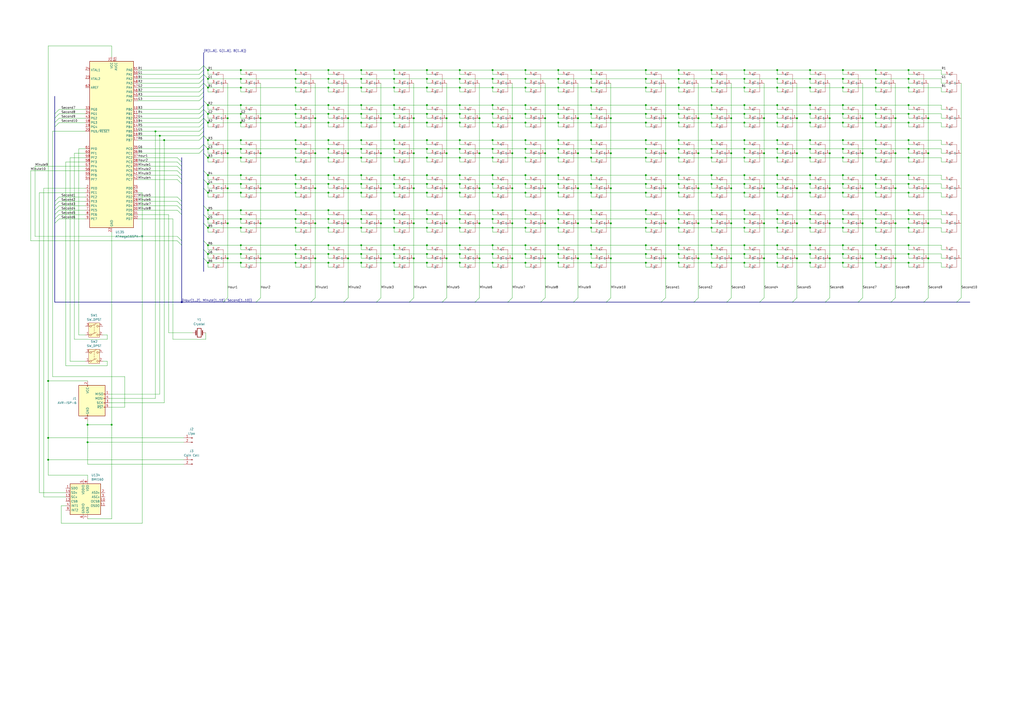
<source format=kicad_sch>
(kicad_sch (version 20250114) (generator "eeschema") (generator_version "9.0")
  (paper "A2")
  (junction (at 519.43 88.9))
  (junction (at 469.9 101.6))
  (junction (at 508 91.44))
  (junction (at 171.45 121.92))
  (junction (at 190.5 40.64))
  (junction (at 209.55 101.6))
  (junction (at 443.23 109.22))
  (junction (at 538.48 88.9))
  (junction (at 393.7 121.92))
  (junction (at 405.13 109.22))
  (junction (at 469.9 152.4))
  (junction (at 139.7 86.36))
  (junction (at 120.65 45.72))
  (junction (at 171.45 60.96))
  (junction (at 508 81.28))
  (junction (at 412.75 45.72))
  (junction (at 462.28 88.9))
  (junction (at 323.85 60.96))
  (junction (at 266.7 81.28))
  (junction (at 508 101.6))
  (junction (at 266.7 121.92))
  (junction (at 220.98 88.9))
  (junction (at 285.75 132.08))
  (junction (at 488.95 40.64))
  (junction (at 139.7 71.12))
  (junction (at 374.65 147.32))
  (junction (at 508 121.92))
  (junction (at 450.85 66.04))
  (junction (at 469.9 66.04))
  (junction (at 393.7 152.4))
  (junction (at 335.28 149.86))
  (junction (at 209.55 142.24))
  (junction (at 342.9 40.64))
  (junction (at 285.75 81.28))
  (junction (at 393.7 81.28))
  (junction (at 469.9 86.36))
  (junction (at 190.5 71.12))
  (junction (at 139.7 127))
  (junction (at 342.9 142.24))
  (junction (at 374.65 60.96))
  (junction (at 393.7 45.72))
  (junction (at 450.85 142.24))
  (junction (at 469.9 50.8))
  (junction (at 386.08 109.22))
  (junction (at 285.75 121.92))
  (junction (at 171.45 106.68))
  (junction (at 266.7 142.24))
  (junction (at 171.45 127))
  (junction (at 469.9 127))
  (junction (at 488.95 142.24))
  (junction (at 323.85 81.28))
  (junction (at 412.75 50.8))
  (junction (at 266.7 106.68))
  (junction (at 285.75 106.68))
  (junction (at 374.65 71.12))
  (junction (at 266.7 132.08))
  (junction (at 538.48 68.58))
  (junction (at 481.33 149.86))
  (junction (at 201.93 149.86))
  (junction (at 508 71.12))
  (junction (at 139.7 142.24))
  (junction (at 488.95 81.28))
  (junction (at 259.08 68.58))
  (junction (at 151.13 68.58))
  (junction (at 228.6 101.6))
  (junction (at 538.48 149.86))
  (junction (at 508 66.04))
  (junction (at 431.8 121.92))
  (junction (at 469.9 40.64))
  (junction (at 443.23 129.54))
  (junction (at 393.7 106.68))
  (junction (at 431.8 40.64))
  (junction (at 424.18 68.58))
  (junction (at 450.85 60.96))
  (junction (at 171.45 86.36))
  (junction (at 374.65 66.04))
  (junction (at 323.85 40.64))
  (junction (at 323.85 142.24))
  (junction (at 431.8 71.12))
  (junction (at 323.85 147.32))
  (junction (at 220.98 68.58))
  (junction (at 412.75 66.04))
  (junction (at 27.94 220.98))
  (junction (at 266.7 147.32))
  (junction (at 228.6 111.76))
  (junction (at 431.8 45.72))
  (junction (at 323.85 86.36))
  (junction (at 412.75 81.28))
  (junction (at 228.6 71.12))
  (junction (at 342.9 121.92))
  (junction (at 488.95 91.44))
  (junction (at 304.8 71.12))
  (junction (at 139.7 111.76))
  (junction (at 342.9 101.6))
  (junction (at 508 127))
  (junction (at 374.65 127))
  (junction (at 431.8 111.76))
  (junction (at 316.23 149.86))
  (junction (at 247.65 71.12))
  (junction (at 95.25 81.28))
  (junction (at 443.23 149.86))
  (junction (at 450.85 40.64))
  (junction (at 190.5 121.92))
  (junction (at 304.8 152.4))
  (junction (at 139.7 152.4))
  (junction (at 139.7 147.32))
  (junction (at 151.13 129.54))
  (junction (at 488.95 132.08))
  (junction (at 297.18 68.58))
  (junction (at 519.43 129.54))
  (junction (at 304.8 111.76))
  (junction (at 488.95 127))
  (junction (at 527.05 101.6))
  (junction (at 374.65 81.28))
  (junction (at 304.8 66.04))
  (junction (at 266.7 40.64))
  (junction (at 527.05 91.44))
  (junction (at 209.55 45.72))
  (junction (at 209.55 50.8))
  (junction (at 316.23 88.9))
  (junction (at 278.13 129.54))
  (junction (at 182.88 88.9))
  (junction (at 120.65 101.6))
  (junction (at 374.65 111.76))
  (junction (at 450.85 91.44))
  (junction (at 500.38 149.86))
  (junction (at 354.33 129.54))
  (junction (at 412.75 101.6))
  (junction (at 139.7 60.96))
  (junction (at 228.6 81.28))
  (junction (at 247.65 81.28))
  (junction (at 323.85 91.44))
  (junction (at 120.65 50.8))
  (junction (at 171.45 147.32))
  (junction (at 266.7 50.8))
  (junction (at 393.7 40.64))
  (junction (at 247.65 45.72))
  (junction (at 201.93 109.22))
  (junction (at 304.8 50.8))
  (junction (at 527.05 45.72))
  (junction (at 393.7 86.36))
  (junction (at 527.05 66.04))
  (junction (at 201.93 68.58))
  (junction (at 500.38 88.9))
  (junction (at 342.9 91.44))
  (junction (at 182.88 149.86))
  (junction (at 386.08 149.86))
  (junction (at 481.33 68.58))
  (junction (at 220.98 129.54))
  (junction (at 266.7 101.6))
  (junction (at 488.95 45.72))
  (junction (at 240.03 149.86))
  (junction (at 354.33 68.58))
  (junction (at 209.55 127))
  (junction (at 431.8 101.6))
  (junction (at 424.18 129.54))
  (junction (at 519.43 68.58))
  (junction (at 120.65 142.24))
  (junction (at 500.38 109.22))
  (junction (at 488.95 66.04))
  (junction (at 488.95 86.36))
  (junction (at 209.55 81.28))
  (junction (at 64.77 246.38))
  (junction (at 374.65 132.08))
  (junction (at 412.75 121.92))
  (junction (at 228.6 60.96))
  (junction (at 342.9 127))
  (junction (at 190.5 45.72))
  (junction (at 139.7 50.8))
  (junction (at 424.18 109.22))
  (junction (at 405.13 129.54))
  (junction (at 335.28 88.9))
  (junction (at 182.88 129.54))
  (junction (at 412.75 111.76))
  (junction (at 285.75 45.72))
  (junction (at 431.8 132.08))
  (junction (at 527.05 71.12))
  (junction (at 171.45 66.04))
  (junction (at 228.6 86.36))
  (junction (at 335.28 129.54))
  (junction (at 431.8 50.8))
  (junction (at 405.13 68.58))
  (junction (at 190.5 66.04))
  (junction (at 297.18 149.86))
  (junction (at 538.48 129.54))
  (junction (at 209.55 111.76))
  (junction (at 527.05 127))
  (junction (at 190.5 147.32))
  (junction (at 342.9 106.68))
  (junction (at 386.08 129.54))
  (junction (at 469.9 71.12))
  (junction (at 247.65 127))
  (junction (at 469.9 121.92))
  (junction (at 247.65 91.44))
  (junction (at 354.33 88.9))
  (junction (at 228.6 121.92))
  (junction (at 120.65 147.32))
  (junction (at 171.45 71.12))
  (junction (at 209.55 152.4))
  (junction (at 450.85 81.28))
  (junction (at 527.05 142.24))
  (junction (at 105.41 175.26))
  (junction (at 342.9 50.8))
  (junction (at 278.13 68.58))
  (junction (at 527.05 152.4))
  (junction (at 304.8 81.28))
  (junction (at 450.85 132.08))
  (junction (at 247.65 66.04))
  (junction (at 405.13 88.9))
  (junction (at 297.18 88.9))
  (junction (at 508 45.72))
  (junction (at 412.75 132.08))
  (junction (at 120.65 86.36))
  (junction (at 469.9 60.96))
  (junction (at 27.94 266.7))
  (junction (at 323.85 45.72))
  (junction (at 508 86.36))
  (junction (at 405.13 149.86))
  (junction (at 228.6 142.24))
  (junction (at 508 147.32))
  (junction (at 171.45 50.8))
  (junction (at 412.75 71.12))
  (junction (at 247.65 121.92))
  (junction (at 488.95 152.4))
  (junction (at 412.75 152.4))
  (junction (at 431.8 86.36))
  (junction (at 462.28 129.54))
  (junction (at 285.75 50.8))
  (junction (at 247.65 101.6))
  (junction (at 450.85 147.32))
  (junction (at 171.45 91.44))
  (junction (at 182.88 109.22))
  (junction (at 285.75 66.04))
  (junction (at 424.18 149.86))
  (junction (at 285.75 60.96))
  (junction (at 469.9 111.76))
  (junction (at 431.8 127))
  (junction (at 393.7 132.08))
  (junction (at 462.28 68.58))
  (junction (at 120.65 127))
  (junction (at 259.08 149.86))
  (junction (at 120.65 91.44))
  (junction (at 209.55 66.04))
  (junction (at 412.75 127))
  (junction (at 228.6 132.08))
  (junction (at 285.75 71.12))
  (junction (at 431.8 106.68))
  (junction (at 247.65 111.76))
  (junction (at 182.88 68.58))
  (junction (at 469.9 91.44))
  (junction (at 374.65 50.8))
  (junction (at 323.85 71.12))
  (junction (at 304.8 40.64))
  (junction (at 209.55 60.96))
  (junction (at 278.13 149.86))
  (junction (at 527.05 147.32))
  (junction (at 228.6 152.4))
  (junction (at 323.85 121.92))
  (junction (at 508 142.24))
  (junction (at 171.45 132.08))
  (junction (at 374.65 152.4))
  (junction (at 488.95 71.12))
  (junction (at 431.8 81.28))
  (junction (at 120.65 40.64))
  (junction (at 412.75 106.68))
  (junction (at 342.9 81.28))
  (junction (at 374.65 142.24))
  (junction (at 151.13 109.22))
  (junction (at 335.28 109.22))
  (junction (at 151.13 88.9))
  (junction (at 201.93 129.54))
  (junction (at 285.75 40.64))
  (junction (at 508 60.96))
  (junction (at 209.55 121.92))
  (junction (at 171.45 45.72))
  (junction (at 431.8 60.96))
  (junction (at 240.03 109.22))
  (junction (at 190.5 81.28))
  (junction (at 190.5 142.24))
  (junction (at 304.8 45.72))
  (junction (at 139.7 91.44))
  (junction (at 240.03 129.54))
  (junction (at 266.7 127))
  (junction (at 209.55 71.12))
  (junction (at 443.23 88.9))
  (junction (at 228.6 106.68))
  (junction (at 190.5 111.76))
  (junction (at 342.9 111.76))
  (junction (at 431.8 152.4))
  (junction (at 132.08 109.22))
  (junction (at 508 40.64))
  (junction (at 354.33 109.22))
  (junction (at 171.45 81.28))
  (junction (at 220.98 149.86))
  (junction (at 139.7 106.68))
  (junction (at 386.08 88.9))
  (junction (at 527.05 81.28))
  (junction (at 120.65 152.4))
  (junction (at 190.5 152.4))
  (junction (at 342.9 45.72))
  (junction (at 304.8 91.44))
  (junction (at 190.5 91.44))
  (junction (at 342.9 147.32))
  (junction (at 450.85 152.4))
  (junction (at 90.17 76.2))
  (junction (at 247.65 40.64))
  (junction (at 412.75 91.44))
  (junction (at 316.23 129.54))
  (junction (at 488.95 101.6))
  (junction (at 527.05 60.96))
  (junction (at 450.85 101.6))
  (junction (at 450.85 86.36))
  (junction (at 500.38 68.58))
  (junction (at 120.65 60.96))
  (junction (at 266.7 45.72))
  (junction (at 500.38 129.54))
  (junction (at 209.55 132.08))
  (junction (at 323.85 50.8))
  (junction (at 297.18 129.54))
  (junction (at 266.7 66.04))
  (junction (at 151.13 149.86))
  (junction (at 431.8 66.04))
  (junction (at 201.93 88.9))
  (junction (at 190.5 86.36))
  (junction (at 228.6 147.32))
  (junction (at 469.9 45.72))
  (junction (at 443.23 68.58))
  (junction (at 285.75 101.6))
  (junction (at 393.7 101.6))
  (junction (at 393.7 127))
  (junction (at 342.9 71.12))
  (junction (at 304.8 132.08))
  (junction (at 393.7 60.96))
  (junction (at 139.7 132.08))
  (junction (at 342.9 66.04))
  (junction (at 323.85 152.4))
  (junction (at 92.71 78.74))
  (junction (at 190.5 127))
  (junction (at 240.03 88.9))
  (junction (at 304.8 121.92))
  (junction (at 316.23 109.22))
  (junction (at 519.43 149.86))
  (junction (at 450.85 121.92))
  (junction (at 323.85 101.6))
  (junction (at 469.9 106.68))
  (junction (at 527.05 111.76))
  (junction (at 412.75 142.24))
  (junction (at 259.08 88.9))
  (junction (at 374.65 45.72))
  (junction (at 342.9 152.4))
  (junction (at 304.8 101.6))
  (junction (at 374.65 101.6))
  (junction (at 266.7 86.36))
  (junction (at 247.65 50.8))
  (junction (at 374.65 106.68))
  (junction (at 508 152.4))
  (junction (at 285.75 111.76))
  (junction (at 27.94 254))
  (junction (at 266.7 152.4))
  (junction (at 171.45 142.24))
  (junction (at 393.7 71.12))
  (junction (at 228.6 66.04))
  (junction (at 431.8 91.44))
  (junction (at 120.65 71.12))
  (junction (at 527.05 121.92))
  (junction (at 139.7 66.04))
  (junction (at 304.8 60.96))
  (junction (at 450.85 106.68))
  (junction (at 393.7 66.04))
  (junction (at 209.55 86.36))
  (junction (at 469.9 81.28))
  (junction (at 247.65 132.08))
  (junction (at 374.65 121.92))
  (junction (at 297.18 109.22))
  (junction (at 304.8 127))
  (junction (at 228.6 45.72))
  (junction (at 304.8 147.32))
  (junction (at 354.33 149.86))
  (junction (at 171.45 40.64))
  (junction (at 527.05 132.08))
  (junction (at 247.65 147.32))
  (junction (at 462.28 109.22))
  (junction (at 527.05 50.8))
  (junction (at 323.85 106.68))
  (junction (at 209.55 147.32))
  (junction (at 431.8 142.24))
  (junction (at 266.7 111.76))
  (junction (at 508 106.68))
  (junction (at 220.98 109.22))
  (junction (at 209.55 40.64))
  (junction (at 228.6 50.8))
  (junction (at 132.08 129.54))
  (junction (at 120.65 106.68))
  (junction (at 393.7 142.24))
  (junction (at 538.48 109.22))
  (junction (at 209.55 106.68))
  (junction (at 247.65 86.36))
  (junction (at 304.8 86.36))
  (junction (at 450.85 50.8))
  (junction (at 139.7 121.92))
  (junction (at 469.9 142.24))
  (junction (at 393.7 147.32))
  (junction (at 259.08 109.22))
  (junction (at 304.8 142.24))
  (junction (at 424.18 88.9))
  (junction (at 171.45 101.6))
  (junction (at 139.7 40.64))
  (junction (at 190.5 106.68))
  (junction (at 278.13 109.22))
  (junction (at 431.8 147.32))
  (junction (at 488.95 121.92))
  (junction (at 469.9 132.08))
  (junction (at 266.7 91.44))
  (junction (at 323.85 111.76))
  (junction (at 527.05 40.64))
  (junction (at 132.08 149.86))
  (junction (at 190.5 132.08))
  (junction (at 285.75 91.44))
  (junction (at 412.75 60.96))
  (junction (at 412.75 86.36))
  (junction (at 342.9 132.08))
  (junction (at 132.08 88.9))
  (junction (at 481.33 129.54))
  (junction (at 171.45 111.76))
  (junction (at 285.75 142.24))
  (junction (at 508 132.08))
  (junction (at 323.85 127))
  (junction (at 316.23 68.58))
  (junction (at 266.7 60.96))
  (junction (at 527.05 106.68))
  (junction (at 247.65 106.68))
  (junction (at 323.85 66.04))
  (junction (at 488.95 111.76))
  (junction (at 488.95 50.8))
  (junction (at 120.65 121.92))
  (junction (at 508 111.76))
  (junction (at 508 50.8))
  (junction (at 304.8 106.68))
  (junction (at 412.75 147.32))
  (junction (at 285.75 127))
  (junction (at 139.7 101.6))
  (junction (at 120.65 111.76))
  (junction (at 450.85 111.76))
  (junction (at 342.9 60.96))
  (junction (at 519.43 109.22))
  (junction (at 450.85 127))
  (junction (at 139.7 81.28))
  (junction (at 393.7 111.76))
  (junction (at 247.65 142.24))
  (junction (at 374.65 86.36))
  (junction (at 450.85 45.72))
  (junction (at 393.7 50.8))
  (junction (at 469.9 147.32))
  (junction (at 462.28 149.86))
  (junction (at 488.95 106.68))
  (junction (at 240.03 68.58))
  (junction (at 266.7 71.12))
  (junction (at 50.8 256.54))
  (junction (at 285.75 152.4))
  (junction (at 190.5 101.6))
  (junction (at 228.6 40.64))
  (junction (at 412.75 40.64))
  (junction (at 228.6 91.44))
  (junction (at 120.65 132.08))
  (junction (at 393.7 91.44))
  (junction (at 488.95 60.96))
  (junction (at 481.33 109.22))
  (junction (at 190.5 50.8))
  (junction (at 190.5 60.96))
  (junction (at 527.05 86.36))
  (junction (at 171.45 152.4))
  (junction (at 120.65 66.04))
  (junction (at 139.7 45.72))
  (junction (at 50.8 246.38))
  (junction (at 278.13 88.9))
  (junction (at 259.08 129.54))
  (junction (at 374.65 40.64))
  (junction (at 335.28 68.58))
  (junction (at 228.6 127))
  (junction (at 481.33 88.9))
  (junction (at 374.65 91.44))
  (junction (at 386.08 68.58))
  (junction (at 247.65 152.4))
  (junction (at 323.85 132.08))
  (junction (at 450.85 71.12))
  (junction (at 120.65 81.28))
  (junction (at 488.95 147.32))
  (junction (at 285.75 147.32))
  (junction (at 247.65 60.96))
  (junction (at 209.55 91.44))
  (junction (at 342.9 86.36))
  (junction (at 285.75 86.36))
  (junction (at 132.08 68.58))
  (bus_entry (at 459.74 175.26) (size 2.54 -2.54))
  (bus_entry (at 118.11 58.42) (size 2.54 2.54))
  (bus_entry (at 105.41 106.68) (size -2.54 -2.54))
  (bus_entry (at 237.49 175.26) (size 2.54 -2.54))
  (bus_entry (at 118.11 78.74) (size -2.54 2.54))
  (bus_entry (at 31.75 73.66) (size 2.54 -2.54))
  (bus_entry (at 440.69 175.26) (size 2.54 -2.54))
  (bus_entry (at 105.41 101.6) (size -2.54 -2.54))
  (bus_entry (at 118.11 48.26) (size 2.54 2.54))
  (bus_entry (at 105.41 119.38) (size -2.54 -2.54))
  (bus_entry (at 118.11 71.12) (size -2.54 2.54))
  (bus_entry (at 118.11 60.96) (size -2.54 2.54))
  (bus_entry (at 383.54 175.26) (size 2.54 -2.54))
  (bus_entry (at 118.11 63.5) (size 2.54 2.54))
  (bus_entry (at 118.11 38.1) (size 2.54 2.54))
  (bus_entry (at 31.75 68.58) (size 2.54 -2.54))
  (bus_entry (at 118.11 40.64) (size -2.54 2.54))
  (bus_entry (at 118.11 66.04) (size -2.54 2.54))
  (bus_entry (at 118.11 53.34) (size -2.54 2.54))
  (bus_entry (at 554.99 175.26) (size 2.54 -2.54))
  (bus_entry (at 118.11 124.46) (size 2.54 2.54))
  (bus_entry (at 118.11 68.58) (size 2.54 2.54))
  (bus_entry (at 31.75 66.04) (size 2.54 -2.54))
  (bus_entry (at 118.11 99.06) (size 2.54 2.54))
  (bus_entry (at 31.75 71.12) (size 2.54 -2.54))
  (bus_entry (at 31.75 124.46) (size 2.54 -2.54))
  (bus_entry (at 118.11 55.88) (size -2.54 2.54))
  (bus_entry (at 118.11 88.9) (size 2.54 2.54))
  (bus_entry (at 31.75 119.38) (size 2.54 -2.54))
  (bus_entry (at 148.59 175.26) (size 2.54 -2.54))
  (bus_entry (at 31.75 116.84) (size 2.54 -2.54))
  (bus_entry (at 118.11 149.86) (size 2.54 2.54))
  (bus_entry (at 118.11 45.72) (size -2.54 2.54))
  (bus_entry (at 31.75 129.54) (size 2.54 -2.54))
  (bus_entry (at 118.11 86.36) (size -2.54 2.54))
  (bus_entry (at 332.74 175.26) (size 2.54 -2.54))
  (bus_entry (at 313.69 175.26) (size 2.54 -2.54))
  (bus_entry (at 402.59 175.26) (size 2.54 -2.54))
  (bus_entry (at 118.11 73.66) (size -2.54 2.54))
  (bus_entry (at 105.41 124.46) (size -2.54 -2.54))
  (bus_entry (at 516.89 175.26) (size 2.54 -2.54))
  (bus_entry (at 256.54 175.26) (size 2.54 -2.54))
  (bus_entry (at 118.11 104.14) (size 2.54 2.54))
  (bus_entry (at 478.79 175.26) (size 2.54 -2.54))
  (bus_entry (at 118.11 139.7) (size 2.54 2.54))
  (bus_entry (at 421.64 175.26) (size 2.54 -2.54))
  (bus_entry (at 105.41 93.98) (size -2.54 -2.54))
  (bus_entry (at 118.11 43.18) (size -2.54 2.54))
  (bus_entry (at 118.11 68.58) (size -2.54 2.54))
  (bus_entry (at 118.11 48.26) (size -2.54 2.54))
  (bus_entry (at 31.75 127) (size 2.54 -2.54))
  (bus_entry (at 129.54 175.26) (size 2.54 -2.54))
  (bus_entry (at 275.59 175.26) (size 2.54 -2.54))
  (bus_entry (at 118.11 78.74) (size 2.54 2.54))
  (bus_entry (at 118.11 43.18) (size 2.54 2.54))
  (bus_entry (at 351.79 175.26) (size 2.54 -2.54))
  (bus_entry (at 118.11 109.22) (size 2.54 2.54))
  (bus_entry (at 105.41 139.7) (size -2.54 -2.54))
  (bus_entry (at 105.41 116.84) (size -2.54 -2.54))
  (bus_entry (at 497.84 175.26) (size 2.54 -2.54))
  (bus_entry (at 118.11 144.78) (size 2.54 2.54))
  (bus_entry (at 105.41 104.14) (size -2.54 -2.54))
  (bus_entry (at 535.94 175.26) (size 2.54 -2.54))
  (bus_entry (at 118.11 83.82) (size -2.54 2.54))
  (bus_entry (at 118.11 129.54) (size 2.54 2.54))
  (bus_entry (at 218.44 175.26) (size 2.54 -2.54))
  (bus_entry (at 294.64 175.26) (size 2.54 -2.54))
  (bus_entry (at 180.34 175.26) (size 2.54 -2.54))
  (bus_entry (at 118.11 50.8) (size -2.54 2.54))
  (bus_entry (at 199.39 175.26) (size 2.54 -2.54))
  (bus_entry (at 118.11 83.82) (size 2.54 2.54))
  (bus_entry (at 105.41 96.52) (size -2.54 -2.54))
  (bus_entry (at 105.41 99.06) (size -2.54 -2.54))
  (bus_entry (at 105.41 121.92) (size -2.54 -2.54))
  (bus_entry (at 31.75 121.92) (size 2.54 -2.54))
  (bus_entry (at 118.11 63.5) (size -2.54 2.54))
  (bus_entry (at 118.11 38.1) (size -2.54 2.54))
  (bus_entry (at 118.11 119.38) (size 2.54 2.54))
  (bus_entry (at 105.41 142.24) (size -2.54 -2.54))
  (bus_entry (at 118.11 76.2) (size -2.54 2.54))
  (wire (pts (xy 228.6 73.66) (xy 231.14 73.66)))
  (wire (pts (xy 431.8 83.82) (xy 434.34 83.82)))
  (wire (pts (xy 304.8 154.94) (xy 307.34 154.94)))
  (wire (pts (xy 469.9 111.76) (xy 488.95 111.76)))
  (wire (pts (xy 412.75 48.26) (xy 412.75 45.72)))
  (wire (pts (xy 412.75 104.14) (xy 412.75 101.6)))
  (wire (pts (xy 139.7 71.12) (xy 171.45 71.12)))
  (wire (pts (xy 139.7 152.4) (xy 171.45 152.4)))
  (wire (pts (xy 412.75 68.58) (xy 412.75 66.04)))
  (wire (pts (xy 25.4 109.22) (xy 49.53 109.22)))
  (wire (pts (xy 393.7 124.46) (xy 393.7 121.92)))
  (wire (pts (xy 342.9 68.58) (xy 342.9 66.04)))
  (wire (pts (xy 500.38 109.22) (xy 500.38 129.54)))
  (wire (pts (xy 412.75 43.18) (xy 412.75 40.64)))
  (wire (pts (xy 266.7 134.62) (xy 269.24 134.62)))
  (wire (pts (xy 450.85 109.22) (xy 453.39 109.22)))
  (wire (pts (xy 120.65 109.22) (xy 120.65 106.68)))
  (wire (pts (xy 500.38 88.9) (xy 500.38 109.22)))
  (wire (pts (xy 393.7 144.78) (xy 396.24 144.78)))
  (wire (pts (xy 500.38 48.26) (xy 500.38 68.58)))
  (bus (pts (xy 118.11 76.2) (xy 118.11 78.74)))
  (wire (pts (xy 45.72 86.36) (xy 49.53 86.36)))
  (wire (pts (xy 190.5 101.6) (xy 209.55 101.6)))
  (wire (pts (xy 412.75 127) (xy 431.8 127)))
  (wire (pts (xy 209.55 71.12) (xy 228.6 71.12)))
  (wire (pts (xy 285.75 40.64) (xy 304.8 40.64)))
  (wire (pts (xy 266.7 43.18) (xy 269.24 43.18)))
  (wire (pts (xy 424.18 129.54) (xy 424.18 149.86)))
  (wire (pts (xy 92.71 78.74) (xy 115.57 78.74)))
  (wire (pts (xy 304.8 68.58) (xy 307.34 68.58)))
  (bus (pts (xy 118.11 99.06) (xy 118.11 104.14)))
  (wire (pts (xy 374.65 144.78) (xy 374.65 142.24)))
  (wire (pts (xy 508 101.6) (xy 508 104.14)))
  (wire (pts (xy 393.7 129.54) (xy 393.7 127)))
  (wire (pts (xy 190.5 132.08) (xy 209.55 132.08)))
  (wire (pts (xy 247.65 40.64) (xy 266.7 40.64)))
  (wire (pts (xy 285.75 144.78) (xy 288.29 144.78)))
  (wire (pts (xy 120.65 129.54) (xy 120.65 127)))
  (wire (pts (xy 508 101.6) (xy 527.05 101.6)))
  (wire (pts (xy 209.55 93.98) (xy 212.09 93.98)))
  (wire (pts (xy 201.93 88.9) (xy 201.93 109.22)))
  (wire (pts (xy 209.55 91.44) (xy 228.6 91.44)))
  (wire (pts (xy 247.65 129.54) (xy 250.19 129.54)))
  (wire (pts (xy 538.48 48.26) (xy 538.48 68.58)))
  (wire (pts (xy 285.75 129.54) (xy 288.29 129.54)))
  (wire (pts (xy 342.9 48.26) (xy 342.9 45.72)))
  (wire (pts (xy 508 142.24) (xy 527.05 142.24)))
  (wire (pts (xy 304.8 121.92) (xy 323.85 121.92)))
  (wire (pts (xy 285.75 154.94) (xy 288.29 154.94)))
  (wire (pts (xy 508 53.34) (xy 510.54 53.34)))
  (wire (pts (xy 80.01 96.52) (xy 102.87 96.52)))
  (wire (pts (xy 469.9 43.18) (xy 472.44 43.18)))
  (wire (pts (xy 120.65 53.34) (xy 123.19 53.34)))
  (wire (pts (xy 209.55 43.18) (xy 212.09 43.18)))
  (wire (pts (xy 171.45 81.28) (xy 190.5 81.28)))
  (wire (pts (xy 190.5 81.28) (xy 209.55 81.28)))
  (wire (pts (xy 123.19 48.26) (xy 120.65 48.26)))
  (wire (pts (xy 323.85 149.86) (xy 326.39 149.86)))
  (wire (pts (xy 342.9 71.12) (xy 374.65 71.12)))
  (wire (pts (xy 45.72 194.31) (xy 45.72 86.36)))
  (wire (pts (xy 139.7 129.54) (xy 142.24 129.54)))
  (wire (pts (xy 450.85 134.62) (xy 453.39 134.62)))
  (wire (pts (xy 527.05 40.64) (xy 546.1 40.64)))
  (wire (pts (xy 63.5 228.6) (xy 92.71 228.6)))
  (wire (pts (xy 508 132.08) (xy 527.05 132.08)))
  (wire (pts (xy 412.75 124.46) (xy 415.29 124.46)))
  (wire (pts (xy 201.93 48.26) (xy 201.93 68.58)))
  (wire (pts (xy 266.7 66.04) (xy 285.75 66.04)))
  (wire (pts (xy 190.5 91.44) (xy 209.55 91.44)))
  (wire (pts (xy 508 134.62) (xy 510.54 134.62)))
  (wire (pts (xy 412.75 147.32) (xy 431.8 147.32)))
  (wire (pts (xy 171.45 144.78) (xy 173.99 144.78)))
  (wire (pts (xy 171.45 93.98) (xy 171.45 91.44)))
  (wire (pts (xy 469.9 81.28) (xy 488.95 81.28)))
  (wire (pts (xy 151.13 88.9) (xy 151.13 109.22)))
  (bus (pts (xy 31.75 73.66) (xy 31.75 116.84)))
  (wire (pts (xy 316.23 149.86) (xy 316.23 172.72)))
  (wire (pts (xy 508 121.92) (xy 527.05 121.92)))
  (wire (pts (xy 488.95 68.58) (xy 491.49 68.58)))
  (wire (pts (xy 412.75 53.34) (xy 415.29 53.34)))
  (wire (pts (xy 120.65 114.3) (xy 123.19 114.3)))
  (wire (pts (xy 247.65 91.44) (xy 266.7 91.44)))
  (wire (pts (xy 80.01 91.44) (xy 102.87 91.44)))
  (wire (pts (xy 488.95 60.96) (xy 488.95 63.5)))
  (wire (pts (xy 488.95 60.96) (xy 508 60.96)))
  (wire (pts (xy 342.9 83.82) (xy 342.9 81.28)))
  (wire (pts (xy 171.45 88.9) (xy 173.99 88.9)))
  (wire (pts (xy 139.7 154.94) (xy 139.7 152.4)))
  (wire (pts (xy 374.65 93.98) (xy 377.19 93.98)))
  (wire (pts (xy 450.85 147.32) (xy 450.85 149.86)))
  (wire (pts (xy 64.77 300.99) (xy 64.77 246.38)))
  (wire (pts (xy 323.85 104.14) (xy 323.85 101.6)))
  (bus (pts (xy 497.84 175.26) (xy 516.89 175.26)))
  (wire (pts (xy 120.65 48.26) (xy 120.65 45.72)))
  (wire (pts (xy 247.65 50.8) (xy 266.7 50.8)))
  (wire (pts (xy 342.9 88.9) (xy 345.44 88.9)))
  (wire (pts (xy 488.95 104.14) (xy 491.49 104.14)))
  (wire (pts (xy 247.65 134.62) (xy 247.65 132.08)))
  (wire (pts (xy 443.23 48.26) (xy 443.23 68.58)))
  (wire (pts (xy 393.7 106.68) (xy 412.75 106.68)))
  (wire (pts (xy 285.75 68.58) (xy 285.75 66.04)))
  (wire (pts (xy 412.75 104.14) (xy 415.29 104.14)))
  (wire (pts (xy 546.1 132.08) (xy 546.1 134.62)))
  (wire (pts (xy 323.85 43.18) (xy 326.39 43.18)))
  (wire (pts (xy 424.18 48.26) (xy 424.18 68.58)))
  (wire (pts (xy 190.5 121.92) (xy 209.55 121.92)))
  (bus (pts (xy 118.11 68.58) (xy 118.11 71.12)))
  (wire (pts (xy 323.85 88.9) (xy 326.39 88.9)))
  (wire (pts (xy 139.7 81.28) (xy 171.45 81.28)))
  (wire (pts (xy 527.05 144.78) (xy 529.59 144.78)))
  (wire (pts (xy 139.7 114.3) (xy 139.7 111.76)))
  (wire (pts (xy 431.8 53.34) (xy 434.34 53.34)))
  (wire (pts (xy 209.55 111.76) (xy 228.6 111.76)))
  (wire (pts (xy 469.9 60.96) (xy 469.9 63.5)))
  (wire (pts (xy 139.7 43.18) (xy 139.7 40.64)))
  (wire (pts (xy 538.48 68.58) (xy 538.48 88.9)))
  (wire (pts (xy 190.5 73.66) (xy 190.5 71.12)))
  (wire (pts (xy 412.75 83.82) (xy 412.75 81.28)))
  (wire (pts (xy 228.6 127) (xy 247.65 127)))
  (wire (pts (xy 431.8 91.44) (xy 450.85 91.44)))
  (wire (pts (xy 139.7 68.58) (xy 142.24 68.58)))
  (wire (pts (xy 304.8 127) (xy 323.85 127)))
  (wire (pts (xy 80.01 88.9) (xy 115.57 88.9)))
  (wire (pts (xy 342.9 142.24) (xy 374.65 142.24)))
  (wire (pts (xy 412.75 144.78) (xy 412.75 142.24)))
  (wire (pts (xy 247.65 132.08) (xy 266.7 132.08)))
  (wire (pts (xy 335.28 88.9) (xy 335.28 109.22)))
  (wire (pts (xy 139.7 91.44) (xy 171.45 91.44)))
  (wire (pts (xy 450.85 132.08) (xy 469.9 132.08)))
  (wire (pts (xy 151.13 129.54) (xy 151.13 149.86)))
  (wire (pts (xy 469.9 109.22) (xy 472.44 109.22)))
  (wire (pts (xy 304.8 60.96) (xy 323.85 60.96)))
  (wire (pts (xy 557.53 48.26) (xy 557.53 172.72)))
  (wire (pts (xy 546.1 104.14) (xy 548.64 104.14)))
  (wire (pts (xy 469.9 149.86) (xy 472.44 149.86)))
  (wire (pts (xy 527.05 50.8) (xy 546.1 50.8)))
  (wire (pts (xy 304.8 114.3) (xy 304.8 111.76)))
  (wire (pts (xy 247.65 124.46) (xy 250.19 124.46)))
  (wire (pts (xy 443.23 109.22) (xy 443.23 129.54)))
  (wire (pts (xy 304.8 43.18) (xy 304.8 40.64)))
  (wire (pts (xy 139.7 104.14) (xy 139.7 101.6)))
  (wire (pts (xy 469.9 48.26) (xy 472.44 48.26)))
  (wire (pts (xy 285.75 134.62) (xy 288.29 134.62)))
  (wire (pts (xy 209.55 83.82) (xy 212.09 83.82)))
  (wire (pts (xy 450.85 60.96) (xy 469.9 60.96)))
  (wire (pts (xy 527.05 93.98) (xy 529.59 93.98)))
  (wire (pts (xy 488.95 132.08) (xy 488.95 134.62)))
  (wire (pts (xy 342.9 86.36) (xy 374.65 86.36)))
  (wire (pts (xy 462.28 129.54) (xy 462.28 149.86)))
  (wire (pts (xy 393.7 114.3) (xy 396.24 114.3)))
  (wire (pts (xy 450.85 132.08) (xy 450.85 134.62)))
  (wire (pts (xy 393.7 88.9) (xy 393.7 86.36)))
  (wire (pts (xy 266.7 68.58) (xy 266.7 66.04)))
  (wire (pts (xy 393.7 53.34) (xy 396.24 53.34)))
  (wire (pts (xy 450.85 45.72) (xy 450.85 48.26)))
  (bus (pts (xy 118.11 58.42) (xy 118.11 60.96)))
  (wire (pts (xy 450.85 81.28) (xy 450.85 83.82)))
  (wire (pts (xy 469.9 147.32) (xy 469.9 149.86)))
  (wire (pts (xy 488.95 43.18) (xy 491.49 43.18)))
  (wire (pts (xy 374.65 53.34) (xy 374.65 50.8)))
  (wire (pts (xy 266.7 53.34) (xy 269.24 53.34)))
  (wire (pts (xy 431.8 66.04) (xy 450.85 66.04)))
  (wire (pts (xy 546.1 40.64) (xy 546.1 43.18)))
  (wire (pts (xy 266.7 45.72) (xy 285.75 45.72)))
  (wire (pts (xy 304.8 50.8) (xy 323.85 50.8)))
  (wire (pts (xy 247.65 43.18) (xy 250.19 43.18)))
  (wire (pts (xy 412.75 68.58) (xy 415.29 68.58)))
  (wire (pts (xy 488.95 48.26) (xy 491.49 48.26)))
  (wire (pts (xy 182.88 88.9) (xy 182.88 109.22)))
  (wire (pts (xy 488.95 106.68) (xy 508 106.68)))
  (bus (pts (xy 118.11 50.8) (xy 118.11 53.34)))
  (wire (pts (xy 285.75 60.96) (xy 304.8 60.96)))
  (wire (pts (xy 190.5 53.34) (xy 190.5 50.8)))
  (wire (pts (xy 30.48 76.2) (xy 49.53 76.2)))
  (wire (pts (xy 190.5 43.18) (xy 190.5 40.64)))
  (wire (pts (xy 488.95 86.36) (xy 508 86.36)))
  (wire (pts (xy 488.95 71.12) (xy 488.95 73.66)))
  (wire (pts (xy 323.85 48.26) (xy 326.39 48.26)))
  (wire (pts (xy 228.6 129.54) (xy 228.6 127)))
  (wire (pts (xy 139.7 40.64) (xy 171.45 40.64)))
  (bus (pts (xy 31.75 68.58) (xy 31.75 71.12)))
  (wire (pts (xy 209.55 53.34) (xy 209.55 50.8)))
  (wire (pts (xy 546.1 73.66) (xy 548.64 73.66)))
  (wire (pts (xy 508 66.04) (xy 527.05 66.04)))
  (wire (pts (xy 412.75 134.62) (xy 412.75 132.08)))
  (bus (pts (xy 118.11 83.82) (xy 118.11 86.36)))
  (wire (pts (xy 247.65 66.04) (xy 266.7 66.04)))
  (wire (pts (xy 393.7 83.82) (xy 393.7 81.28)))
  (wire (pts (xy 488.95 83.82) (xy 491.49 83.82)))
  (bus (pts (xy 118.11 119.38) (xy 118.11 124.46)))
  (wire (pts (xy 43.18 196.85) (xy 43.18 88.9)))
  (wire (pts (xy 469.9 81.28) (xy 469.9 83.82)))
  (wire (pts (xy 393.7 73.66) (xy 393.7 71.12)))
  (wire (pts (xy 266.7 152.4) (xy 285.75 152.4)))
  (bus (pts (xy 313.69 175.26) (xy 332.74 175.26)))
  (wire (pts (xy 190.5 71.12) (xy 209.55 71.12)))
  (wire (pts (xy 386.08 109.22) (xy 386.08 129.54)))
  (wire (pts (xy 374.65 40.64) (xy 393.7 40.64)))
  (bus (pts (xy 31.75 116.84) (xy 31.75 119.38)))
  (bus (pts (xy 31.75 71.12) (xy 31.75 73.66)))
  (wire (pts (xy 342.9 109.22) (xy 342.9 106.68)))
  (wire (pts (xy 285.75 106.68) (xy 304.8 106.68)))
  (bus (pts (xy 118.11 53.34) (xy 118.11 55.88)))
  (wire (pts (xy 171.45 144.78) (xy 171.45 142.24)))
  (wire (pts (xy 132.08 88.9) (xy 132.08 109.22)))
  (wire (pts (xy 546.1 60.96) (xy 546.1 63.5)))
  (wire (pts (xy 450.85 91.44) (xy 469.9 91.44)))
  (wire (pts (xy 374.65 114.3) (xy 377.19 114.3)))
  (wire (pts (xy 546.1 109.22) (xy 548.64 109.22)))
  (wire (pts (xy 120.65 66.04) (xy 139.7 66.04)))
  (wire (pts (xy 488.95 93.98) (xy 491.49 93.98)))
  (wire (pts (xy 190.5 63.5) (xy 193.04 63.5)))
  (wire (pts (xy 139.7 86.36) (xy 171.45 86.36)))
  (wire (pts (xy 342.9 154.94) (xy 345.44 154.94)))
  (wire (pts (xy 450.85 147.32) (xy 469.9 147.32)))
  (wire (pts (xy 171.45 48.26) (xy 171.45 45.72)))
  (wire (pts (xy 323.85 83.82) (xy 323.85 81.28)))
  (wire (pts (xy 342.9 114.3) (xy 342.9 111.76)))
  (wire (pts (xy 443.23 129.54) (xy 443.23 149.86)))
  (wire (pts (xy 171.45 142.24) (xy 190.5 142.24)))
  (wire (pts (xy 431.8 106.68) (xy 431.8 109.22)))
  (wire (pts (xy 304.8 114.3) (xy 307.34 114.3)))
  (wire (pts (xy 139.7 83.82) (xy 142.24 83.82)))
  (wire (pts (xy 209.55 83.82) (xy 209.55 81.28)))
  (wire (pts (xy 106.68 266.7) (xy 27.94 266.7)))
  (wire (pts (xy 240.03 109.22) (xy 240.03 129.54)))
  (wire (pts (xy 508 43.18) (xy 510.54 43.18)))
  (wire (pts (xy 393.7 134.62) (xy 396.24 134.62)))
  (wire (pts (xy 34.29 114.3) (xy 49.53 114.3)))
  (wire (pts (xy 190.5 149.86) (xy 193.04 149.86)))
  (wire (pts (xy 209.55 132.08) (xy 228.6 132.08)))
  (wire (pts (xy 247.65 93.98) (xy 250.19 93.98)))
  (wire (pts (xy 546.1 127) (xy 546.1 129.54)))
  (wire (pts (xy 285.75 147.32) (xy 304.8 147.32)))
  (wire (pts (xy 412.75 88.9) (xy 415.29 88.9)))
  (wire (pts (xy 374.65 60.96) (xy 393.7 60.96)))
  (wire (pts (xy 469.9 50.8) (xy 469.9 53.34)))
  (wire (pts (xy 171.45 129.54) (xy 173.99 129.54)))
  (wire (pts (xy 17.78 99.06) (xy 17.78 139.7)))
  (wire (pts (xy 393.7 114.3) (xy 393.7 111.76)))
  (wire (pts (xy 527.05 83.82) (xy 529.59 83.82)))
  (wire (pts (xy 412.75 40.64) (xy 431.8 40.64)))
  (wire (pts (xy 120.65 121.92) (xy 139.7 121.92)))
  (wire (pts (xy 469.9 68.58) (xy 472.44 68.58)))
  (wire (pts (xy 393.7 129.54) (xy 396.24 129.54)))
  (wire (pts (xy 120.65 124.46) (xy 123.19 124.46)))
  (wire (pts (xy 171.45 121.92) (xy 190.5 121.92)))
  (wire (pts (xy 38.1 285.75) (xy 22.86 285.75)))
  (bus (pts (xy 118.11 38.1) (xy 118.11 40.64)))
  (wire (pts (xy 527.05 121.92) (xy 546.1 121.92)))
  (wire (pts (xy 527.05 68.58) (xy 529.59 68.58)))
  (wire (pts (xy 120.65 63.5) (xy 120.65 60.96)))
  (wire (pts (xy 285.75 45.72) (xy 304.8 45.72)))
  (wire (pts (xy 190.5 45.72) (xy 209.55 45.72)))
  (wire (pts (xy 34.29 127) (xy 49.53 127)))
  (wire (pts (xy 228.6 134.62) (xy 231.14 134.62)))
  (wire (pts (xy 209.55 152.4) (xy 228.6 152.4)))
  (wire (pts (xy 190.5 60.96) (xy 209.55 60.96)))
  (wire (pts (xy 488.95 152.4) (xy 508 152.4)))
  (wire (pts (xy 80.01 43.18) (xy 115.57 43.18)))
  (wire (pts (xy 469.9 83.82) (xy 472.44 83.82)))
  (wire (pts (xy 374.65 121.92) (xy 393.7 121.92)))
  (wire (pts (xy 374.65 129.54) (xy 377.19 129.54)))
  (wire (pts (xy 171.45 132.08) (xy 190.5 132.08)))
  (wire (pts (xy 469.9 106.68) (xy 488.95 106.68)))
  (wire (pts (xy 63.5 231.14) (xy 90.17 231.14)))
  (wire (pts (xy 304.8 124.46) (xy 304.8 121.92)))
  (wire (pts (xy 519.43 88.9) (xy 519.43 109.22)))
  (wire (pts (xy 323.85 104.14) (xy 326.39 104.14)))
  (wire (pts (xy 412.75 134.62) (xy 415.29 134.62)))
  (wire (pts (xy 120.65 53.34) (xy 120.65 50.8)))
  (bus (pts (xy 478.79 175.26) (xy 497.84 175.26)))
  (wire (pts (xy 323.85 147.32) (xy 342.9 147.32)))
  (wire (pts (xy 323.85 68.58) (xy 326.39 68.58)))
  (wire (pts (xy 374.65 142.24) (xy 393.7 142.24)))
  (wire (pts (xy 508 81.28) (xy 527.05 81.28)))
  (wire (pts (xy 120.65 71.12) (xy 139.7 71.12)))
  (wire (pts (xy 266.7 88.9) (xy 269.24 88.9)))
  (wire (pts (xy 443.23 68.58) (xy 443.23 88.9)))
  (wire (pts (xy 304.8 101.6) (xy 323.85 101.6)))
  (wire (pts (xy 431.8 101.6) (xy 450.85 101.6)))
  (wire (pts (xy 546.1 154.94) (xy 548.64 154.94)))
  (wire (pts (xy 450.85 40.64) (xy 450.85 43.18)))
  (wire (pts (xy 527.05 101.6) (xy 546.1 101.6)))
  (wire (pts (xy 228.6 147.32) (xy 247.65 147.32)))
  (wire (pts (xy 342.9 104.14) (xy 345.44 104.14)))
  (wire (pts (xy 209.55 144.78) (xy 212.09 144.78)))
  (wire (pts (xy 209.55 104.14) (xy 212.09 104.14)))
  (wire (pts (xy 431.8 101.6) (xy 431.8 104.14)))
  (wire (pts (xy 120.65 132.08) (xy 139.7 132.08)))
  (wire (pts (xy 190.5 109.22) (xy 190.5 106.68)))
  (wire (pts (xy 431.8 121.92) (xy 431.8 124.46)))
  (wire (pts (xy 450.85 101.6) (xy 469.9 101.6)))
  (bus (pts (xy 332.74 175.26) (xy 351.79 175.26)))
  (wire (pts (xy 27.94 275.59) (xy 27.94 266.7)))
  (wire (pts (xy 50.8 256.54) (xy 50.8 246.38)))
  (wire (pts (xy 209.55 134.62) (xy 209.55 132.08)))
  (wire (pts (xy 431.8 50.8) (xy 431.8 53.34)))
  (wire (pts (xy 335.28 129.54) (xy 335.28 149.86)))
  (wire (pts (xy 508 48.26) (xy 510.54 48.26)))
  (wire (pts (xy 139.7 104.14) (xy 142.24 104.14)))
  (wire (pts (xy 412.75 142.24) (xy 431.8 142.24)))
  (wire (pts (xy 266.7 127) (xy 285.75 127)))
  (wire (pts (xy 285.75 81.28) (xy 304.8 81.28)))
  (wire (pts (xy 49.53 194.31) (xy 45.72 194.31)))
  (wire (pts (xy 297.18 149.86) (xy 297.18 172.72)))
  (wire (pts (xy 266.7 144.78) (xy 266.7 142.24)))
  (wire (pts (xy 120.65 73.66) (xy 123.19 73.66)))
  (wire (pts (xy 393.7 109.22) (xy 396.24 109.22)))
  (wire (pts (xy 431.8 71.12) (xy 450.85 71.12)))
  (wire (pts (xy 393.7 43.18) (xy 396.24 43.18)))
  (wire (pts (xy 374.65 88.9) (xy 377.19 88.9)))
  (wire (pts (xy 323.85 40.64) (xy 342.9 40.64)))
  (wire (pts (xy 171.45 129.54) (xy 171.45 127)))
  (wire (pts (xy 393.7 149.86) (xy 396.24 149.86)))
  (bus (pts (xy 105.41 142.24) (xy 105.41 175.26)))
  (wire (pts (xy 266.7 104.14) (xy 266.7 101.6)))
  (wire (pts (xy 35.56 293.37) (xy 35.56 303.53)))
  (wire (pts (xy 450.85 104.14) (xy 453.39 104.14)))
  (wire (pts (xy 209.55 154.94) (xy 212.09 154.94)))
  (wire (pts (xy 469.9 147.32) (xy 488.95 147.32)))
  (wire (pts (xy 90.17 76.2) (xy 90.17 231.14)))
  (wire (pts (xy 508 127) (xy 508 129.54)))
  (wire (pts (xy 139.7 63.5) (xy 142.24 63.5)))
  (wire (pts (xy 173.99 43.18) (xy 171.45 43.18)))
  (wire (pts (xy 342.9 129.54) (xy 345.44 129.54)))
  (wire (pts (xy 488.95 111.76) (xy 488.95 114.3)))
  (wire (pts (xy 228.6 40.64) (xy 247.65 40.64)))
  (bus (pts (xy 105.41 104.14) (xy 105.41 106.68)))
  (wire (pts (xy 228.6 83.82) (xy 228.6 81.28)))
  (wire (pts (xy 50.8 278.13) (xy 50.8 275.59)))
  (wire (pts (xy 266.7 81.28) (xy 285.75 81.28)))
  (wire (pts (xy 190.5 93.98) (xy 193.04 93.98)))
  (wire (pts (xy 228.6 121.92) (xy 247.65 121.92)))
  (wire (pts (xy 132.08 149.86) (xy 132.08 172.72)))
  (wire (pts (xy 247.65 83.82) (xy 250.19 83.82)))
  (wire (pts (xy 405.13 88.9) (xy 405.13 109.22)))
  (wire (pts (xy 139.7 73.66) (xy 142.24 73.66)))
  (wire (pts (xy 119.38 193.04) (xy 119.38 196.85)))
  (wire (pts (xy 171.45 114.3) (xy 173.99 114.3)))
  (wire (pts (xy 266.7 149.86) (xy 266.7 147.32)))
  (wire (pts (xy 209.55 48.26) (xy 209.55 45.72)))
  (wire (pts (xy 228.6 93.98) (xy 228.6 91.44)))
  (wire (pts (xy 527.05 86.36) (xy 527.05 88.9)))
  (wire (pts (xy 354.33 88.9) (xy 354.33 109.22)))
  (wire (pts (xy 508 50.8) (xy 508 53.34)))
  (wire (pts (xy 132.08 48.26) (xy 132.08 68.58)))
  (wire (pts (xy 323.85 63.5) (xy 323.85 60.96)))
  (wire (pts (xy 538.48 88.9) (xy 538.48 109.22)))
  (wire (pts (xy 431.8 121.92) (xy 450.85 121.92)))
  (wire (pts (xy 431.8 154.94) (xy 434.34 154.94)))
  (wire (pts (xy 209.55 121.92) (xy 228.6 121.92)))
  (wire (pts (xy 209.55 124.46) (xy 209.55 121.92)))
  (wire (pts (xy 201.93 129.54) (xy 201.93 149.86)))
  (bus (pts (xy 105.41 121.92) (xy 105.41 124.46)))
  (wire (pts (xy 469.9 142.24) (xy 488.95 142.24)))
  (wire (pts (xy 393.7 48.26) (xy 393.7 45.72)))
  (wire (pts (xy 450.85 60.96) (xy 450.85 63.5)))
  (wire (pts (xy 304.8 147.32) (xy 323.85 147.32)))
  (wire (pts (xy 450.85 66.04) (xy 450.85 68.58)))
  (wire (pts (xy 120.65 106.68) (xy 139.7 106.68)))
  (bus (pts (xy 118.11 109.22) (xy 118.11 119.38)))
  (wire (pts (xy 450.85 50.8) (xy 469.9 50.8)))
  (wire (pts (xy 374.65 129.54) (xy 374.65 127)))
  (wire (pts (xy 285.75 43.18) (xy 288.29 43.18)))
  (wire (pts (xy 342.9 53.34) (xy 342.9 50.8)))
  (wire (pts (xy 304.8 104.14) (xy 307.34 104.14)))
  (wire (pts (xy 508 86.36) (xy 508 88.9)))
  (wire (pts (xy 304.8 152.4) (xy 323.85 152.4)))
  (wire (pts (xy 374.65 43.18) (xy 374.65 40.64)))
  (wire (pts (xy 285.75 144.78) (xy 285.75 142.24)))
  (wire (pts (xy 100.33 127) (xy 80.01 127)))
  (wire (pts (xy 247.65 149.86) (xy 250.19 149.86)))
  (wire (pts (xy 342.9 144.78) (xy 345.44 144.78)))
  (wire (pts (xy 259.08 68.58) (xy 259.08 88.9)))
  (wire (pts (xy 508 152.4) (xy 527.05 152.4)))
  (wire (pts (xy 259.08 109.22) (xy 259.08 129.54)))
  (wire (pts (xy 259.08 149.86) (xy 259.08 172.72)))
  (wire (pts (xy 450.85 63.5) (xy 453.39 63.5)))
  (wire (pts (xy 527.05 60.96) (xy 546.1 60.96)))
  (wire (pts (xy 34.29 119.38) (xy 49.53 119.38)))
  (wire (pts (xy 469.9 50.8) (xy 488.95 50.8)))
  (wire (pts (xy 297.18 88.9) (xy 297.18 109.22)))
  (wire (pts (xy 247.65 111.76) (xy 266.7 111.76)))
  (wire (pts (xy 527.05 106.68) (xy 546.1 106.68)))
  (wire (pts (xy 546.1 152.4) (xy 546.1 154.94)))
  (wire (pts (xy 469.9 142.24) (xy 469.9 144.78)))
  (bus (pts (xy 31.75 129.54) (xy 31.75 175.26)))
  (wire (pts (xy 40.64 91.44) (xy 40.64 209.55)))
  (wire (pts (xy 488.95 40.64) (xy 508 40.64)))
  (wire (pts (xy 228.6 88.9) (xy 231.14 88.9)))
  (bus (pts (xy 31.75 127) (xy 31.75 129.54)))
  (wire (pts (xy 412.75 114.3) (xy 412.75 111.76)))
  (wire (pts (xy 171.45 149.86) (xy 173.99 149.86)))
  (wire (pts (xy 316.23 48.26) (xy 316.23 68.58)))
  (wire (pts (xy 139.7 101.6) (xy 171.45 101.6)))
  (wire (pts (xy 469.9 45.72) (xy 488.95 45.72)))
  (wire (pts (xy 304.8 106.68) (xy 323.85 106.68)))
  (wire (pts (xy 266.7 101.6) (xy 285.75 101.6)))
  (wire (pts (xy 393.7 88.9) (xy 396.24 88.9)))
  (wire (pts (xy 342.9 73.66) (xy 345.44 73.66)))
  (wire (pts (xy 190.5 93.98) (xy 190.5 91.44)))
  (wire (pts (xy 285.75 104.14) (xy 288.29 104.14)))
  (wire (pts (xy 119.38 196.85) (xy 100.33 196.85)))
  (wire (pts (xy 22.86 111.76) (xy 49.53 111.76)))
  (wire (pts (xy 190.5 48.26) (xy 190.5 45.72)))
  (wire (pts (xy 323.85 114.3) (xy 326.39 114.3)))
  (wire (pts (xy 412.75 149.86) (xy 412.75 147.32)))
  (wire (pts (xy 120.65 104.14) (xy 123.19 104.14)))
  (wire (pts (xy 527.05 71.12) (xy 546.1 71.12)))
  (wire (pts (xy 285.75 127) (xy 304.8 127)))
  (wire (pts (xy 342.9 154.94) (xy 342.9 152.4)))
  (bus (pts (xy 118.11 88.9) (xy 118.11 99.06)))
  (bus (pts (xy 237.49 175.26) (xy 256.54 175.26)))
  (wire (pts (xy 508 68.58) (xy 510.54 68.58)))
  (wire (pts (xy 190.5 154.94) (xy 190.5 152.4)))
  (wire (pts (xy 519.43 68.58) (xy 519.43 88.9)))
  (wire (pts (xy 508 73.66) (xy 510.54 73.66)))
  (wire (pts (xy 190.5 144.78) (xy 190.5 142.24)))
  (wire (pts (xy 431.8 134.62) (xy 434.34 134.62)))
  (wire (pts (xy 266.7 60.96) (xy 285.75 60.96)))
  (wire (pts (xy 30.48 218.44) (xy 30.48 76.2)))
  (wire (pts (xy 431.8 111.76) (xy 431.8 114.3)))
  (wire (pts (xy 266.7 48.26) (xy 266.7 45.72)))
  (wire (pts (xy 171.45 50.8) (xy 190.5 50.8)))
  (wire (pts (xy 316.23 129.54) (xy 316.23 149.86)))
  (wire (pts (xy 285.75 142.24) (xy 304.8 142.24)))
  (wire (pts (xy 393.7 147.32) (xy 412.75 147.32)))
  (wire (pts (xy 431.8 114.3) (xy 434.34 114.3)))
  (wire (pts (xy 393.7 121.92) (xy 412.75 121.92)))
  (wire (pts (xy 488.95 73.66) (xy 491.49 73.66)))
  (wire (pts (xy 323.85 48.26) (xy 323.85 45.72)))
  (wire (pts (xy 25.4 109.22) (xy 25.4 288.29)))
  (bus (pts (xy 421.64 175.26) (xy 440.69 175.26)))
  (wire (pts (xy 171.45 53.34) (xy 173.99 53.34)))
  (wire (pts (xy 469.9 93.98) (xy 472.44 93.98)))
  (wire (pts (xy 342.9 83.82) (xy 345.44 83.82)))
  (wire (pts (xy 278.13 129.54) (xy 278.13 149.86)))
  (wire (pts (xy 469.9 121.92) (xy 469.9 124.46)))
  (wire (pts (xy 209.55 114.3) (xy 209.55 111.76)))
  (wire (pts (xy 63.5 233.68) (xy 95.25 233.68)))
  (wire (pts (xy 519.43 109.22) (xy 519.43 129.54)))
  (wire (pts (xy 527.05 81.28) (xy 546.1 81.28)))
  (bus (pts (xy 118.11 73.66) (xy 118.11 76.2)))
  (wire (pts (xy 508 147.32) (xy 527.05 147.32)))
  (wire (pts (xy 450.85 154.94) (xy 453.39 154.94)))
  (wire (pts (xy 469.9 86.36) (xy 488.95 86.36)))
  (wire (pts (xy 38.1 293.37) (xy 35.56 293.37)))
  (wire (pts (xy 508 149.86) (xy 510.54 149.86)))
  (wire (pts (xy 139.7 73.66) (xy 139.7 71.12)))
  (bus (pts (xy 180.34 175.26) (xy 199.39 175.26)))
  (wire (pts (xy 240.03 48.26) (xy 240.03 68.58)))
  (wire (pts (xy 527.05 109.22) (xy 529.59 109.22)))
  (wire (pts (xy 247.65 73.66) (xy 247.65 71.12)))
  (wire (pts (xy 34.29 68.58) (xy 49.53 68.58)))
  (wire (pts (xy 228.6 101.6) (xy 247.65 101.6)))
  (wire (pts (xy 393.7 111.76) (xy 412.75 111.76)))
  (wire (pts (xy 546.1 66.04) (xy 546.1 68.58)))
  (wire (pts (xy 412.75 45.72) (xy 431.8 45.72)))
  (wire (pts (xy 488.95 147.32) (xy 488.95 149.86)))
  (wire (pts (xy 171.45 73.66) (xy 171.45 71.12)))
  (wire (pts (xy 190.5 68.58) (xy 190.5 66.04)))
  (wire (pts (xy 354.33 129.54) (xy 354.33 149.86)))
  (wire (pts (xy 285.75 83.82) (xy 288.29 83.82)))
  (wire (pts (xy 139.7 88.9) (xy 139.7 86.36)))
  (wire (pts (xy 431.8 63.5) (xy 434.34 63.5)))
  (bus (pts (xy 118.11 30.48) (xy 118.11 38.1)))
  (wire (pts (xy 220.98 88.9) (xy 220.98 109.22)))
  (wire (pts (xy 209.55 63.5) (xy 212.09 63.5)))
  (wire (pts (xy 120.65 111.76) (xy 139.7 111.76)))
  (wire (pts (xy 342.9 134.62) (xy 342.9 132.08)))
  (wire (pts (xy 266.7 129.54) (xy 266.7 127)))
  (wire (pts (xy 190.5 114.3) (xy 190.5 111.76)))
  (wire (pts (xy 412.75 106.68) (xy 431.8 106.68)))
  (wire (pts (xy 527.05 121.92) (xy 527.05 124.46)))
  (wire (pts (xy 431.8 106.68) (xy 450.85 106.68)))
  (wire (pts (xy 393.7 142.24) (xy 412.75 142.24)))
  (wire (pts (xy 546.1 48.26) (xy 548.64 48.26)))
  (wire (pts (xy 247.65 154.94) (xy 250.19 154.94)))
  (wire (pts (xy 120.65 93.98) (xy 120.65 91.44)))
  (bus (pts (xy 294.64 175.26) (xy 313.69 175.26)))
  (wire (pts (xy 285.75 149.86) (xy 285.75 147.32)))
  (wire (pts (xy 527.05 132.08) (xy 546.1 132.08)))
  (bus (pts (xy 118.11 139.7) (xy 118.11 144.78)))
  (wire (pts (xy 342.9 121.92) (xy 374.65 121.92)))
  (wire (pts (xy 228.6 93.98) (xy 231.14 93.98)))
  (wire (pts (xy 500.38 68.58) (xy 500.38 88.9)))
  (wire (pts (xy 209.55 53.34) (xy 212.09 53.34)))
  (wire (pts (xy 412.75 73.66) (xy 415.29 73.66)))
  (wire (pts (xy 285.75 114.3) (xy 285.75 111.76)))
  (wire (pts (xy 228.6 53.34) (xy 231.14 53.34)))
  (wire (pts (xy 228.6 109.22) (xy 228.6 106.68)))
  (bus (pts (xy 118.11 78.74) (xy 118.11 83.82)))
  (wire (pts (xy 431.8 152.4) (xy 431.8 154.94)))
  (wire (pts (xy 304.8 48.26) (xy 304.8 45.72)))
  (wire (pts (xy 374.65 134.62) (xy 377.19 134.62)))
  (wire (pts (xy 412.75 66.04) (xy 431.8 66.04)))
  (wire (pts (xy 285.75 68.58) (xy 288.29 68.58)))
  (wire (pts (xy 450.85 88.9) (xy 453.39 88.9)))
  (wire (pts (xy 190.5 66.04) (xy 209.55 66.04)))
  (wire (pts (xy 412.75 152.4) (xy 431.8 152.4)))
  (wire (pts (xy 304.8 129.54) (xy 307.34 129.54)))
  (wire (pts (xy 190.5 129.54) (xy 193.04 129.54)))
  (wire (pts (xy 285.75 132.08) (xy 304.8 132.08)))
  (bus (pts (xy 31.75 66.04) (xy 31.75 68.58)))
  (wire (pts (xy 171.45 63.5) (xy 173.99 63.5)))
  (wire (pts (xy 450.85 53.34) (xy 453.39 53.34)))
  (wire (pts (xy 139.7 154.94) (xy 142.24 154.94)))
  (wire (pts (xy 247.65 101.6) (xy 266.7 101.6)))
  (wire (pts (xy 63.5 236.22) (xy 72.39 236.22)))
  (wire (pts (xy 278.13 149.86) (xy 278.13 172.72)))
  (wire (pts (xy 228.6 66.04) (xy 247.65 66.04)))
  (wire (pts (xy 450.85 83.82) (xy 453.39 83.82)))
  (bus (pts (xy 118.11 149.86) (xy 118.11 157.48)))
  (wire (pts (xy 120.65 149.86) (xy 123.19 149.86)))
  (wire (pts (xy 527.05 129.54) (xy 529.59 129.54)))
  (wire (pts (xy 488.95 101.6) (xy 488.95 104.14)))
  (bus (pts (xy 402.59 175.26) (xy 421.64 175.26)))
  (wire (pts (xy 469.9 144.78) (xy 472.44 144.78)))
  (wire (pts (xy 247.65 63.5) (xy 250.19 63.5)))
  (wire (pts (xy 228.6 134.62) (xy 228.6 132.08)))
  (bus (pts (xy 554.99 175.26) (xy 562.61 175.26)))
  (bus (pts (xy 118.11 55.88) (xy 118.11 58.42)))
  (wire (pts (xy 450.85 45.72) (xy 469.9 45.72)))
  (wire (pts (xy 190.5 127) (xy 209.55 127)))
  (wire (pts (xy 102.87 137.16) (xy 20.32 137.16)))
  (wire (pts (xy 266.7 114.3) (xy 269.24 114.3)))
  (wire (pts (xy 228.6 154.94) (xy 228.6 152.4)))
  (wire (pts (xy 139.7 68.58) (xy 139.7 66.04)))
  (wire (pts (xy 386.08 149.86) (xy 386.08 172.72)))
  (wire (pts (xy 469.9 104.14) (xy 472.44 104.14)))
  (wire (pts (xy 323.85 88.9) (xy 323.85 86.36)))
  (wire (pts (xy 488.95 81.28) (xy 488.95 83.82)))
  (wire (pts (xy 120.65 83.82) (xy 120.65 81.28)))
  (wire (pts (xy 139.7 149.86) (xy 139.7 147.32)))
  (wire (pts (xy 450.85 91.44) (xy 450.85 93.98)))
  (wire (pts (xy 393.7 53.34) (xy 393.7 50.8)))
  (wire (pts (xy 450.85 68.58) (xy 453.39 68.58)))
  (wire (pts (xy 323.85 93.98) (xy 326.39 93.98)))
  (wire (pts (xy 469.9 132.08) (xy 469.9 134.62)))
  (wire (pts (xy 190.5 147.32) (xy 209.55 147.32)))
  (wire (pts (xy 527.05 127) (xy 546.1 127)))
  (wire (pts (xy 354.33 109.22) (xy 354.33 129.54)))
  (wire (pts (xy 374.65 111.76) (xy 393.7 111.76)))
  (wire (pts (xy 393.7 60.96) (xy 412.75 60.96)))
  (wire (pts (xy 209.55 124.46) (xy 212.09 124.46)))
  (wire (pts (xy 481.33 109.22) (xy 481.33 129.54)))
  (wire (pts (xy 106.68 269.24) (xy 50.8 269.24)))
  (wire (pts (xy 285.75 63.5) (xy 288.29 63.5)))
  (wire (pts (xy 450.85 101.6) (xy 450.85 104.14)))
  (wire (pts (xy 488.95 154.94) (xy 491.49 154.94)))
  (wire (pts (xy 304.8 134.62) (xy 307.34 134.62)))
  (wire (pts (xy 228.6 144.78) (xy 228.6 142.24)))
  (wire (pts (xy 538.48 129.54) (xy 538.48 149.86)))
  (wire (pts (xy 20.32 96.52) (xy 49.53 96.52)))
  (wire (pts (xy 182.88 48.26) (xy 182.88 68.58)))
  (wire (pts (xy 393.7 154.94) (xy 396.24 154.94)))
  (wire (pts (xy 220.98 129.54) (xy 220.98 149.86)))
  (wire (pts (xy 546.1 50.8) (xy 546.1 53.34)))
  (wire (pts (xy 450.85 121.92) (xy 469.9 121.92)))
  (wire (pts (xy 120.65 81.28) (xy 139.7 81.28)))
  (wire (pts (xy 304.8 63.5) (xy 307.34 63.5)))
  (wire (pts (xy 120.65 154.94) (xy 120.65 152.4)))
  (wire (pts (xy 304.8 134.62) (xy 304.8 132.08)))
  (wire (pts (xy 450.85 111.76) (xy 450.85 114.3)))
  (wire (pts (xy 450.85 144.78) (xy 453.39 144.78)))
  (wire (pts (xy 527.05 142.24) (xy 546.1 142.24)))
  (wire (pts (xy 209.55 134.62) (xy 212.09 134.62)))
  (wire (pts (xy 546.1 124.46) (xy 548.64 124.46)))
  (wire (pts (xy 508 81.28) (xy 508 83.82)))
  (wire (pts (xy 90.17 76.2) (xy 115.57 76.2)))
  (bus (pts (xy 105.41 101.6) (xy 105.41 104.14)))
  (wire (pts (xy 304.8 132.08) (xy 323.85 132.08)))
  (wire (pts (xy 527.05 45.72) (xy 546.1 45.72)))
  (wire (pts (xy 190.5 50.8) (xy 209.55 50.8)))
  (wire (pts (xy 80.01 40.64) (xy 115.57 40.64)))
  (wire (pts (xy 190.5 152.4) (xy 209.55 152.4)))
  (wire (pts (xy 72.39 218.44) (xy 30.48 218.44)))
  (wire (pts (xy 431.8 144.78) (xy 434.34 144.78)))
  (wire (pts (xy 266.7 43.18) (xy 266.7 40.64)))
  (wire (pts (xy 431.8 43.18) (xy 434.34 43.18)))
  (wire (pts (xy 412.75 149.86) (xy 415.29 149.86)))
  (wire (pts (xy 247.65 48.26) (xy 250.19 48.26)))
  (wire (pts (xy 38.1 93.98) (xy 49.53 93.98)))
  (wire (pts (xy 450.85 142.24) (xy 469.9 142.24)))
  (wire (pts (xy 120.65 63.5) (xy 123.19 63.5)))
  (wire (pts (xy 431.8 93.98) (xy 434.34 93.98)))
  (wire (pts (xy 354.33 149.86) (xy 354.33 172.72)))
  (wire (pts (xy 374.65 124.46) (xy 377.19 124.46)))
  (wire (pts (xy 285.75 124.46) (xy 285.75 121.92)))
  (wire (pts (xy 508 45.72) (xy 508 48.26)))
  (wire (pts (xy 374.65 48.26) (xy 377.19 48.26)))
  (wire (pts (xy 488.95 144.78) (xy 491.49 144.78)))
  (wire (pts (xy 120.65 129.54) (xy 123.19 129.54)))
  (wire (pts (xy 209.55 149.86) (xy 212.09 149.86)))
  (wire (pts (xy 527.05 71.12) (xy 527.05 73.66)))
  (wire (pts (xy 323.85 154.94) (xy 326.39 154.94)))
  (wire (pts (xy 508 93.98) (xy 510.54 93.98)))
  (wire (pts (xy 412.75 48.26) (xy 415.29 48.26)))
  (wire (pts (xy 304.8 111.76) (xy 323.85 111.76)))
  (wire (pts (xy 228.6 109.22) (xy 231.14 109.22)))
  (wire (pts (xy 342.9 134.62) (xy 345.44 134.62)))
  (wire (pts (xy 139.7 147.32) (xy 171.45 147.32)))
  (wire (pts (xy 323.85 134.62) (xy 326.39 134.62)))
  (wire (pts (xy 508 114.3) (xy 510.54 114.3)))
  (wire (pts (xy 323.85 149.86) (xy 323.85 147.32)))
  (wire (pts (xy 285.75 149.86) (xy 288.29 149.86)))
  (wire (pts (xy 450.85 66.04) (xy 469.9 66.04)))
  (wire (pts (xy 462.28 68.58) (xy 462.28 88.9)))
  (wire (pts (xy 374.65 71.12) (xy 393.7 71.12)))
  (wire (pts (xy 508 71.12) (xy 508 73.66)))
  (wire (pts (xy 247.65 109.22) (xy 250.19 109.22)))
  (wire (pts (xy 171.45 48.26) (xy 173.99 48.26)))
  (wire (pts (xy 247.65 68.58) (xy 250.19 68.58)))
  (wire (pts (xy 527.05 50.8) (xy 527.05 53.34)))
  (wire (pts (xy 393.7 152.4) (xy 412.75 152.4)))
  (wire (pts (xy 342.9 144.78) (xy 342.9 142.24)))
  (wire (pts (xy 171.45 63.5) (xy 171.45 60.96)))
  (wire (pts (xy 508 104.14) (xy 510.54 104.14)))
  (wire (pts (xy 304.8 81.28) (xy 323.85 81.28)))
  (wire (pts (xy 374.65 53.34) (xy 377.19 53.34)))
  (wire (pts (xy 342.9 114.3) (xy 345.44 114.3)))
  (wire (pts (xy 266.7 147.32) (xy 285.75 147.32)))
  (wire (pts (xy 469.9 40.64) (xy 469.9 43.18)))
  (wire (pts (xy 431.8 50.8) (xy 450.85 50.8)))
  (wire (pts (xy 228.6 129.54) (xy 231.14 129.54)))
  (wire (pts (xy 266.7 121.92) (xy 285.75 121.92)))
  (wire (pts (xy 209.55 104.14) (xy 209.55 101.6)))
  (wire (pts (xy 247.65 104.14) (xy 247.65 101.6)))
  (wire (pts (xy 393.7 104.14) (xy 393.7 101.6)))
  (wire (pts (xy 450.85 127) (xy 469.9 127)))
  (wire (pts (xy 304.8 109.22) (xy 307.34 109.22)))
  (wire (pts (xy 342.9 81.28) (xy 374.65 81.28)))
  (wire (pts (xy 285.75 154.94) (xy 285.75 152.4)))
  (wire (pts (xy 171.45 43.18) (xy 171.45 40.64)))
  (wire (pts (xy 393.7 149.86) (xy 393.7 147.32)))
  (wire (pts (xy 546.1 45.72) (xy 546.1 48.26)))
  (wire (pts (xy 323.85 81.28) (xy 342.9 81.28)))
  (wire (pts (xy 304.8 91.44) (xy 323.85 91.44)))
  (wire (pts (xy 80.01 76.2) (xy 90.17 76.2)))
  (wire (pts (xy 190.5 40.64) (xy 209.55 40.64)))
  (wire (pts (xy 323.85 121.92) (xy 342.9 121.92)))
  (wire (pts (xy 190.5 83.82) (xy 190.5 81.28)))
  (wire (pts (xy 285.75 53.34) (xy 288.29 53.34)))
  (wire (pts (xy 139.7 83.82) (xy 139.7 81.28)))
  (wire (pts (xy 50.8 275.59) (xy 27.94 275.59)))
  (wire (pts (xy 120.65 152.4) (xy 139.7 152.4)))
  (wire (pts (xy 247.65 71.12) (xy 266.7 71.12)))
  (wire (pts (xy 266.7 83.82) (xy 269.24 83.82)))
  (wire (pts (xy 142.24 43.18) (xy 139.7 43.18)))
  (bus (pts (xy 105.41 93.98) (xy 105.41 96.52)))
  (wire (pts (xy 62.23 209.55) (xy 62.23 212.09)))
  (wire (pts (xy 247.65 88.9) (xy 247.65 86.36)))
  (wire (pts (xy 412.75 81.28) (xy 431.8 81.28)))
  (wire (pts (xy 342.9 93.98) (xy 342.9 91.44)))
  (wire (pts (xy 120.65 43.18) (xy 120.65 40.64)))
  (wire (pts (xy 285.75 114.3) (xy 288.29 114.3)))
  (wire (pts (xy 450.85 81.28) (xy 469.9 81.28)))
  (wire (pts (xy 431.8 124.46) (xy 434.34 124.46)))
  (wire (pts (xy 285.75 104.14) (xy 285.75 101.6)))
  (wire (pts (xy 304.8 68.58) (xy 304.8 66.04)))
  (wire (pts (xy 171.45 109.22) (xy 171.45 106.68)))
  (wire (pts (xy 527.05 124.46) (xy 529.59 124.46)))
  (wire (pts (xy 342.9 127) (xy 374.65 127)))
  (wire (pts (xy 228.6 81.28) (xy 247.65 81.28)))
  (wire (pts (xy 323.85 53.34) (xy 323.85 50.8)))
  (wire (pts (xy 304.8 45.72) (xy 323.85 45.72)))
  (wire (pts (xy 412.75 101.6) (xy 431.8 101.6)))
  (wire (pts (xy 266.7 93.98) (xy 269.24 93.98)))
  (wire (pts (xy 546.1 149.86) (xy 548.64 149.86)))
  (wire (pts (xy 374.65 73.66) (xy 374.65 71.12)))
  (wire (pts (xy 316.23 109.22) (xy 316.23 129.54)))
  (wire (pts (xy 304.8 53.34) (xy 307.34 53.34)))
  (bus (pts (xy 105.41 175.26) (xy 129.54 175.26)))
  (wire (pts (xy 488.95 66.04) (xy 508 66.04)))
  (wire (pts (xy 62.23 196.85) (xy 62.23 194.31)))
  (wire (pts (xy 171.45 124.46) (xy 173.99 124.46)))
  (wire (pts (xy 17.78 99.06) (xy 49.53 99.06)))
  (wire (pts (xy 342.9 124.46) (xy 345.44 124.46)))
  (wire (pts (xy 247.65 53.34) (xy 247.65 50.8)))
  (wire (pts (xy 80.01 93.98) (xy 102.87 93.98)))
  (wire (pts (xy 120.65 104.14) (xy 120.65 101.6)))
  (wire (pts (xy 285.75 86.36) (xy 304.8 86.36)))
  (wire (pts (xy 488.95 134.62) (xy 491.49 134.62)))
  (wire (pts (xy 304.8 66.04) (xy 323.85 66.04)))
  (wire (pts (xy 228.6 43.18) (xy 228.6 40.64)))
  (wire (pts (xy 228.6 83.82) (xy 231.14 83.82)))
  (wire (pts (xy 20.32 137.16) (xy 20.32 96.52)))
  (wire (pts (xy 469.9 134.62) (xy 472.44 134.62)))
  (wire (pts (xy 228.6 114.3) (xy 228.6 111.76)))
  (wire (pts (xy 546.1 93.98) (xy 548.64 93.98)))
  (wire (pts (xy 209.55 66.04) (xy 228.6 66.04)))
  (wire (pts (xy 527.05 63.5) (xy 529.59 63.5)))
  (wire (pts (xy 323.85 53.34) (xy 326.39 53.34)))
  (wire (pts (xy 527.05 152.4) (xy 527.05 154.94)))
  (wire (pts (xy 443.23 88.9) (xy 443.23 109.22)))
  (wire (pts (xy 431.8 149.86) (xy 434.34 149.86)))
  (wire (pts (xy 190.5 88.9) (xy 190.5 86.36)))
  (wire (pts (xy 120.65 68.58) (xy 120.65 66.04)))
  (wire (pts (xy 342.9 66.04) (xy 374.65 66.04)))
  (wire (pts (xy 120.65 147.32) (xy 139.7 147.32)))
  (bus (pts (xy 535.94 175.26) (xy 554.99 175.26)))
  (wire (pts (xy 297.18 129.54) (xy 297.18 149.86)))
  (wire (pts (xy 266.7 154.94) (xy 269.24 154.94)))
  (wire (pts (xy 342.9 129.54) (xy 342.9 127)))
  (wire (pts (xy 247.65 63.5) (xy 247.65 60.96)))
  (wire (pts (xy 285.75 43.18) (xy 285.75 40.64)))
  (wire (pts (xy 190.5 86.36) (xy 209.55 86.36)))
  (wire (pts (xy 374.65 48.26) (xy 374.65 45.72)))
  (wire (pts (xy 469.9 73.66) (xy 472.44 73.66)))
  (wire (pts (xy 120.65 134.62) (xy 123.19 134.62)))
  (bus (pts (xy 256.54 175.26) (xy 275.59 175.26)))
  (wire (pts (xy 247.65 73.66) (xy 250.19 73.66)))
  (wire (pts (xy 508 63.5) (xy 510.54 63.5)))
  (wire (pts (xy 201.93 109.22) (xy 201.93 129.54)))
  (wire (pts (xy 469.9 101.6) (xy 469.9 104.14)))
  (wire (pts (xy 266.7 63.5) (xy 269.24 63.5)))
  (wire (pts (xy 488.95 106.68) (xy 488.95 109.22)))
  (wire (pts (xy 228.6 144.78) (xy 231.14 144.78)))
  (wire (pts (xy 508 109.22) (xy 510.54 109.22)))
  (wire (pts (xy 316.23 88.9) (xy 316.23 109.22)))
  (wire (pts (xy 386.08 88.9) (xy 386.08 109.22)))
  (wire (pts (xy 527.05 101.6) (xy 527.05 104.14)))
  (wire (pts (xy 139.7 111.76) (xy 171.45 111.76)))
  (wire (pts (xy 323.85 142.24) (xy 342.9 142.24)))
  (wire (pts (xy 247.65 142.24) (xy 266.7 142.24)))
  (wire (pts (xy 431.8 86.36) (xy 450.85 86.36)))
  (wire (pts (xy 266.7 88.9) (xy 266.7 86.36)))
  (wire (pts (xy 323.85 134.62) (xy 323.85 132.08)))
  (wire (pts (xy 431.8 73.66) (xy 434.34 73.66)))
  (wire (pts (xy 450.85 152.4) (xy 450.85 154.94)))
  (wire (pts (xy 424.18 68.58) (xy 424.18 88.9)))
  (wire (pts (xy 247.65 121.92) (xy 266.7 121.92)))
  (wire (pts (xy 266.7 93.98) (xy 266.7 91.44)))
  (wire (pts (xy 335.28 68.58) (xy 335.28 88.9)))
  (bus (pts (xy 516.89 175.26) (xy 535.94 175.26)))
  (wire (pts (xy 304.8 83.82) (xy 304.8 81.28)))
  (wire (pts (xy 95.25 81.28) (xy 115.57 81.28)))
  (wire (pts (xy 342.9 45.72) (xy 374.65 45.72)))
  (wire (pts (xy 488.95 111.76) (xy 508 111.76)))
  (wire (pts (xy 171.45 40.64) (xy 190.5 40.64)))
  (wire (pts (xy 247.65 106.68) (xy 266.7 106.68)))
  (bus (pts (xy 118.11 71.12) (xy 118.11 73.66)))
  (bus (pts (xy 118.11 124.46) (xy 118.11 129.54)))
  (wire (pts (xy 190.5 114.3) (xy 193.04 114.3)))
  (wire (pts (xy 393.7 127) (xy 412.75 127)))
  (bus (pts (xy 118.11 104.14) (xy 118.11 109.22)))
  (wire (pts (xy 80.01 121.92) (xy 102.87 121.92)))
  (wire (pts (xy 342.9 149.86) (xy 342.9 147.32)))
  (wire (pts (xy 139.7 124.46) (xy 142.24 124.46)))
  (wire (pts (xy 450.85 86.36) (xy 469.9 86.36)))
  (wire (pts (xy 80.01 78.74) (xy 92.71 78.74)))
  (wire (pts (xy 304.8 48.26) (xy 307.34 48.26)))
  (wire (pts (xy 342.9 106.68) (xy 374.65 106.68)))
  (wire (pts (xy 450.85 111.76) (xy 469.9 111.76)))
  (wire (pts (xy 190.5 134.62) (xy 190.5 132.08)))
  (wire (pts (xy 92.71 228.6) (xy 92.71 78.74)))
  (wire (pts (xy 228.6 104.14) (xy 231.14 104.14)))
  (wire (pts (xy 304.8 83.82) (xy 307.34 83.82)))
  (wire (pts (xy 431.8 45.72) (xy 450.85 45.72)))
  (wire (pts (xy 431.8 129.54) (xy 434.34 129.54)))
  (wire (pts (xy 412.75 43.18) (xy 415.29 43.18)))
  (wire (pts (xy 393.7 124.46) (xy 396.24 124.46)))
  (bus (pts (xy 118.11 40.64) (xy 118.11 43.18)))
  (wire (pts (xy 393.7 154.94) (xy 393.7 152.4)))
  (wire (pts (xy 469.9 152.4) (xy 469.9 154.94)))
  (bus (pts (xy 105.41 139.7) (xy 105.41 142.24)))
  (wire (pts (xy 488.95 109.22) (xy 491.49 109.22)))
  (wire (pts (xy 546.1 63.5) (xy 548.64 63.5)))
  (wire (pts (xy 527.05 152.4) (xy 546.1 152.4)))
  (wire (pts (xy 80.01 124.46) (xy 97.79 124.46)))
  (wire (pts (xy 386.08 48.26) (xy 386.08 68.58)))
  (wire (pts (xy 412.75 154.94) (xy 415.29 154.94)))
  (wire (pts (xy 462.28 149.86) (xy 462.28 172.72)))
  (wire (pts (xy 431.8 132.08) (xy 431.8 134.62)))
  (wire (pts (xy 285.75 101.6) (xy 304.8 101.6)))
  (wire (pts (xy 342.9 93.98) (xy 345.44 93.98)))
  (wire (pts (xy 527.05 86.36) (xy 546.1 86.36)))
  (wire (pts (xy 266.7 73.66) (xy 269.24 73.66)))
  (wire (pts (xy 393.7 68.58) (xy 396.24 68.58)))
  (wire (pts (xy 285.75 48.26) (xy 288.29 48.26)))
  (wire (pts (xy 228.6 50.8) (xy 247.65 50.8)))
  (bus (pts (xy 105.41 124.46) (xy 105.41 139.7)))
  (wire (pts (xy 546.1 81.28) (xy 546.1 83.82)))
  (wire (pts (xy 228.6 60.96) (xy 247.65 60.96)))
  (wire (pts (xy 82.55 111.76) (xy 80.01 111.76)))
  (wire (pts (xy 527.05 132.08) (xy 527.05 134.62)))
  (wire (pts (xy 508 45.72) (xy 527.05 45.72)))
  (wire (pts (xy 354.33 68.58) (xy 354.33 88.9)))
  (wire (pts (xy 266.7 104.14) (xy 269.24 104.14)))
  (wire (pts (xy 469.9 63.5) (xy 472.44 63.5)))
  (wire (pts (xy 469.9 101.6) (xy 488.95 101.6)))
  (wire (pts (xy 120.65 154.94) (xy 123.19 154.94)))
  (wire (pts (xy 171.45 60.96) (xy 190.5 60.96)))
  (wire (pts (xy 139.7 106.68) (xy 171.45 106.68)))
  (wire (pts (xy 247.65 124.46) (xy 247.65 121.92)))
  (wire (pts (xy 285.75 129.54) (xy 285.75 127)))
  (wire (pts (xy 80.01 81.28) (xy 95.25 81.28)))
  (wire (pts (xy 546.1 43.18) (xy 548.64 43.18)))
  (wire (pts (xy 266.7 114.3) (xy 266.7 111.76)))
  (wire (pts (xy 374.65 86.36) (xy 393.7 86.36)))
  (wire (pts (xy 323.85 129.54) (xy 323.85 127)))
  (wire (pts (xy 259.08 48.26) (xy 259.08 68.58)))
  (wire (pts (xy 546.1 111.76) (xy 546.1 114.3)))
  (wire (pts (xy 450.85 114.3) (xy 453.39 114.3)))
  (wire (pts (xy 120.65 114.3) (xy 120.65 111.76)))
  (wire (pts (xy 412.75 109.22) (xy 412.75 106.68)))
  (wire (pts (xy 323.85 144.78) (xy 323.85 142.24)))
  (wire (pts (xy 469.9 40.64) (xy 488.95 40.64)))
  (wire (pts (xy 342.9 43.18) (xy 345.44 43.18)))
  (wire (pts (xy 171.45 68.58) (xy 171.45 66.04)))
  (wire (pts (xy 171.45 106.68) (xy 190.5 106.68)))
  (bus (pts (xy 459.74 175.26) (xy 478.79 175.26)))
  (wire (pts (xy 64.77 134.62) (xy 64.77 246.38)))
  (wire (pts (xy 120.65 60.96) (xy 139.7 60.96)))
  (wire (pts (xy 247.65 127) (xy 266.7 127)))
  (wire (pts (xy 412.75 91.44) (xy 431.8 91.44)))
  (wire (pts (xy 488.95 121.92) (xy 488.95 124.46)))
  (wire (pts (xy 546.1 68.58) (xy 548.64 68.58)))
  (wire (pts (xy 209.55 154.94) (xy 209.55 152.4)))
  (wire (pts (xy 374.65 68.58) (xy 377.19 68.58)))
  (wire (pts (xy 304.8 43.18) (xy 307.34 43.18)))
  (wire (pts (xy 527.05 127) (xy 527.05 129.54)))
  (wire (pts (xy 508 129.54) (xy 510.54 129.54)))
  (wire (pts (xy 424.18 109.22) (xy 424.18 129.54)))
  (wire (pts (xy 412.75 144.78) (xy 415.29 144.78)))
  (wire (pts (xy 220.98 109.22) (xy 220.98 129.54)))
  (bus (pts (xy 31.75 55.88) (xy 31.75 66.04)))
  (wire (pts (xy 443.23 149.86) (xy 443.23 172.72)))
  (wire (pts (xy 62.23 212.09) (xy 38.1 212.09)))
  (wire (pts (xy 247.65 104.14) (xy 250.19 104.14)))
  (wire (pts (xy 120.65 88.9) (xy 123.19 88.9)))
  (wire (pts (xy 431.8 91.44) (xy 431.8 93.98)))
  (wire (pts (xy 27.94 26.67) (xy 27.94 220.98)))
  (wire (pts (xy 209.55 43.18) (xy 209.55 40.64)))
  (wire (pts (xy 469.9 127) (xy 469.9 129.54)))
  (wire (pts (xy 527.05 48.26) (xy 529.59 48.26)))
  (wire (pts (xy 228.6 104.14) (xy 228.6 101.6)))
  (wire (pts (xy 488.95 91.44) (xy 508 91.44)))
  (wire (pts (xy 304.8 124.46) (xy 307.34 124.46)))
  (wire (pts (xy 374.65 104.14) (xy 377.19 104.14)))
  (wire (pts (xy 469.9 152.4) (xy 488.95 152.4)))
  (wire (pts (xy 431.8 152.4) (xy 450.85 152.4)))
  (wire (pts (xy 527.05 66.04) (xy 527.05 68.58)))
  (wire (pts (xy 412.75 121.92) (xy 431.8 121.92)))
  (wire (pts (xy 527.05 111.76) (xy 546.1 111.76)))
  (wire (pts (xy 546.1 83.82) (xy 548.64 83.82)))
  (wire (pts (xy 431.8 71.12) (xy 431.8 73.66)))
  (wire (pts (xy 488.95 114.3) (xy 491.49 114.3)))
  (wire (pts (xy 405.13 109.22) (xy 405.13 129.54)))
  (wire (pts (xy 80.01 55.88) (xy 115.57 55.88)))
  (wire (pts (xy 488.95 45.72) (xy 508 45.72)))
  (wire (pts (xy 120.65 149.86) (xy 120.65 147.32)))
  (wire (pts (xy 342.9 43.18) (xy 342.9 40.64)))
  (wire (pts (xy 431.8 104.14) (xy 434.34 104.14)))
  (wire (pts (xy 412.75 88.9) (xy 412.75 86.36)))
  (wire (pts (xy 488.95 81.28) (xy 508 81.28)))
  (wire (pts (xy 209.55 142.24) (xy 228.6 142.24)))
  (wire (pts (xy 488.95 50.8) (xy 488.95 53.34)))
  (wire (pts (xy 488.95 152.4) (xy 488.95 154.94)))
  (wire (pts (xy 527.05 73.66) (xy 529.59 73.66)))
  (wire (pts (xy 285.75 71.12) (xy 304.8 71.12)))
  (wire (pts (xy 80.01 101.6) (xy 102.87 101.6)))
  (wire (pts (xy 405.13 149.86) (xy 405.13 172.72)))
  (wire (pts (xy 508 83.82) (xy 510.54 83.82)))
  (wire (pts (xy 412.75 111.76) (xy 431.8 111.76)))
  (wire (pts (xy 304.8 129.54) (xy 304.8 127)))
  (bus (pts (xy 31.75 119.38) (xy 31.75 121.92)))
  (wire (pts (xy 323.85 43.18) (xy 323.85 40.64)))
  (wire (pts (xy 412.75 114.3) (xy 415.29 114.3)))
  (wire (pts (xy 469.9 127) (xy 488.95 127)))
  (wire (pts (xy 285.75 50.8) (xy 304.8 50.8)))
  (wire (pts (xy 374.65 106.68) (xy 393.7 106.68)))
  (wire (pts (xy 323.85 114.3) (xy 323.85 111.76)))
  (wire (pts (xy 469.9 88.9) (xy 472.44 88.9)))
  (wire (pts (xy 209.55 144.78) (xy 209.55 142.24)))
  (wire (pts (xy 469.9 154.94) (xy 472.44 154.94)))
  (wire (pts (xy 431.8 147.32) (xy 450.85 147.32)))
  (wire (pts (xy 374.65 114.3) (xy 374.65 111.76)))
  (wire (pts (xy 393.7 134.62) (xy 393.7 132.08)))
  (wire (pts (xy 142.24 48.26) (xy 139.7 48.26)))
  (wire (pts (xy 171.45 109.22) (xy 173.99 109.22)))
  (wire (pts (xy 266.7 124.46) (xy 266.7 121.92)))
  (bus (pts (xy 440.69 175.26) (xy 459.74 175.26)))
  (wire (pts (xy 34.29 66.04) (xy 49.53 66.04)))
  (wire (pts (xy 228.6 48.26) (xy 228.6 45.72)))
  (wire (pts (xy 139.7 129.54) (xy 139.7 127)))
  (wire (pts (xy 27.94 254) (xy 27.94 220.98)))
  (wire (pts (xy 49.53 91.44) (xy 40.64 91.44)))
  (wire (pts (xy 190.5 63.5) (xy 190.5 60.96)))
  (wire (pts (xy 171.45 154.94) (xy 173.99 154.94)))
  (wire (pts (xy 469.9 53.34) (xy 472.44 53.34)))
  (wire (pts (xy 527.05 45.72) (xy 527.05 48.26)))
  (wire (pts (xy 266.7 63.5) (xy 266.7 60.96)))
  (wire (pts (xy 431.8 45.72) (xy 431.8 48.26)))
  (wire (pts (xy 171.45 127) (xy 190.5 127)))
  (wire (pts (xy 488.95 86.36) (xy 488.95 88.9)))
  (wire (pts (xy 304.8 93.98) (xy 307.34 93.98)))
  (wire (pts (xy 50.8 220.98) (xy 27.94 220.98)))
  (wire (pts (xy 259.08 129.54) (xy 259.08 149.86)))
  (wire (pts (xy 527.05 142.24) (xy 527.05 144.78)))
  (wire (pts (xy 546.1 147.32) (xy 546.1 149.86)))
  (wire (pts (xy 171.45 45.72) (xy 190.5 45.72)))
  (wire (pts (xy 139.7 127) (xy 171.45 127)))
  (wire (pts (xy 120.65 45.72) (xy 139.7 45.72)))
  (wire (pts (xy 431.8 109.22) (xy 434.34 109.22)))
  (wire (pts (xy 527.05 106.68) (xy 527.05 109.22)))
  (wire (pts (xy 374.65 63.5) (xy 377.19 63.5)))
  (wire (pts (xy 527.05 53.34) (xy 529.59 53.34)))
  (wire (pts (xy 412.75 63.5) (xy 415.29 63.5)))
  (wire (pts (xy 374.65 104.14) (xy 374.65 101.6)))
  (wire (pts (xy 488.95 127) (xy 488.95 129.54)))
  (wire (pts (xy 316.23 68.58) (xy 316.23 88.9)))
  (wire (pts (xy 431.8 68.58) (xy 434.34 68.58)))
  (wire (pts (xy 139.7 53.34) (xy 142.24 53.34)))
  (wire (pts (xy 285.75 109.22) (xy 285.75 106.68)))
  (bus (pts (xy 118.11 60.96) (xy 118.11 63.5)))
  (wire (pts (xy 190.5 134.62) (xy 193.04 134.62)))
  (wire (pts (xy 354.33 48.26) (xy 354.33 68.58)))
  (wire (pts (xy 323.85 91.44) (xy 342.9 91.44)))
  (wire (pts (xy 80.01 48.26) (xy 115.57 48.26)))
  (wire (pts (xy 508 142.24) (xy 508 144.78)))
  (wire (pts (xy 304.8 88.9) (xy 307.34 88.9)))
  (wire (pts (xy 508 121.92) (xy 508 124.46)))
  (wire (pts (xy 171.45 68.58) (xy 173.99 68.58)))
  (wire (pts (xy 209.55 81.28) (xy 228.6 81.28)))
  (wire (pts (xy 481.33 149.86) (xy 481.33 172.72)))
  (wire (pts (xy 285.75 91.44) (xy 304.8 91.44)))
  (wire (pts (xy 304.8 142.24) (xy 323.85 142.24)))
  (wire (pts (xy 139.7 88.9) (xy 142.24 88.9)))
  (wire (pts (xy 450.85 129.54) (xy 453.39 129.54)))
  (wire (pts (xy 412.75 86.36) (xy 431.8 86.36)))
  (wire (pts (xy 342.9 63.5) (xy 342.9 60.96)))
  (wire (pts (xy 342.9 68.58) (xy 345.44 68.58)))
  (wire (pts (xy 228.6 124.46) (xy 231.14 124.46)))
  (bus (pts (xy 105.41 91.44) (xy 105.41 93.98)))
  (wire (pts (xy 323.85 63.5) (xy 326.39 63.5)))
  (wire (pts (xy 323.85 124.46) (xy 326.39 124.46)))
  (wire (pts (xy 120.65 83.82) (xy 123.19 83.82)))
  (wire (pts (xy 488.95 142.24) (xy 488.95 144.78)))
  (wire (pts (xy 342.9 132.08) (xy 374.65 132.08)))
  (wire (pts (xy 508 50.8) (xy 527.05 50.8)))
  (wire (pts (xy 247.65 45.72) (xy 266.7 45.72)))
  (wire (pts (xy 431.8 60.96) (xy 431.8 63.5)))
  (wire (pts (xy 228.6 132.08) (xy 247.65 132.08)))
  (bus (pts (xy 148.59 175.26) (xy 180.34 175.26)))
  (wire (pts (xy 190.5 124.46) (xy 193.04 124.46)))
  (wire (pts (xy 342.9 109.22) (xy 345.44 109.22)))
  (wire (pts (xy 80.01 71.12) (xy 115.57 71.12)))
  (wire (pts (xy 323.85 66.04) (xy 342.9 66.04)))
  (wire (pts (xy 34.29 121.92) (xy 49.53 121.92)))
  (wire (pts (xy 412.75 63.5) (xy 412.75 60.96)))
  (wire (pts (xy 342.9 60.96) (xy 374.65 60.96)))
  (wire (pts (xy 374.65 149.86) (xy 377.19 149.86)))
  (wire (pts (xy 374.65 63.5) (xy 374.65 60.96)))
  (wire (pts (xy 171.45 149.86) (xy 171.45 147.32)))
  (wire (pts (xy 209.55 109.22) (xy 209.55 106.68)))
  (wire (pts (xy 342.9 50.8) (xy 374.65 50.8)))
  (wire (pts (xy 171.45 83.82) (xy 173.99 83.82)))
  (wire (pts (xy 323.85 109.22) (xy 326.39 109.22)))
  (wire (pts (xy 450.85 124.46) (xy 453.39 124.46)))
  (wire (pts (xy 304.8 104.14) (xy 304.8 101.6)))
  (wire (pts (xy 209.55 129.54) (xy 209.55 127)))
  (wire (pts (xy 450.85 149.86) (xy 453.39 149.86)))
  (wire (pts (xy 123.19 43.18) (xy 120.65 43.18)))
  (wire (pts (xy 120.65 134.62) (xy 120.65 132.08)))
  (wire (pts (xy 266.7 48.26) (xy 269.24 48.26)))
  (wire (pts (xy 374.65 132.08) (xy 393.7 132.08)))
  (wire (pts (xy 228.6 149.86) (xy 231.14 149.86)))
  (wire (pts (xy 374.65 66.04) (xy 393.7 66.04)))
  (wire (pts (xy 151.13 109.22) (xy 151.13 129.54)))
  (wire (pts (xy 488.95 66.04) (xy 488.95 68.58)))
  (wire (pts (xy 139.7 66.04) (xy 171.45 66.04)))
  (wire (pts (xy 120.65 68.58) (xy 123.19 68.58)))
  (wire (pts (xy 450.85 86.36) (xy 450.85 88.9)))
  (wire (pts (xy 488.95 45.72) (xy 488.95 48.26)))
  (wire (pts (xy 431.8 127) (xy 450.85 127)))
  (wire (pts (xy 469.9 66.04) (xy 488.95 66.04)))
  (bus (pts (xy 129.54 175.26) (xy 148.59 175.26)))
  (wire (pts (xy 80.01 66.04) (xy 115.57 66.04)))
  (wire (pts (xy 450.85 106.68) (xy 469.9 106.68)))
  (wire (pts (xy 508 86.36) (xy 527.05 86.36)))
  (wire (pts (xy 431.8 88.9) (xy 434.34 88.9)))
  (wire (pts (xy 139.7 134.62) (xy 142.24 134.62)))
  (wire (pts (xy 323.85 60.96) (xy 342.9 60.96)))
  (wire (pts (xy 80.01 73.66) (xy 115.57 73.66)))
  (wire (pts (xy 247.65 109.22) (xy 247.65 106.68)))
  (wire (pts (xy 285.75 109.22) (xy 288.29 109.22)))
  (wire (pts (xy 120.65 50.8) (xy 139.7 50.8)))
  (bus (pts (xy 118.11 43.18) (xy 118.11 45.72)))
  (wire (pts (xy 450.85 43.18) (xy 453.39 43.18)))
  (wire (pts (xy 139.7 134.62) (xy 139.7 132.08)))
  (wire (pts (xy 405.13 48.26) (xy 405.13 68.58)))
  (wire (pts (xy 190.5 68.58) (xy 193.04 68.58)))
  (wire (pts (xy 488.95 129.54) (xy 491.49 129.54)))
  (wire (pts (xy 488.95 127) (xy 508 127)))
  (wire (pts (xy 190.5 104.14) (xy 193.04 104.14)))
  (wire (pts (xy 139.7 45.72) (xy 171.45 45.72)))
  (wire (pts (xy 50.8 269.24) (xy 50.8 256.54)))
  (wire (pts (xy 431.8 111.76) (xy 450.85 111.76)))
  (wire (pts (xy 342.9 91.44) (xy 374.65 91.44)))
  (wire (pts (xy 120.65 88.9) (xy 120.65 86.36)))
  (wire (pts (xy 266.7 83.82) (xy 266.7 81.28)))
  (wire (pts (xy 190.5 129.54) (xy 190.5 127)))
  (wire (pts (xy 508 40.64) (xy 508 43.18)))
  (wire (pts (xy 80.01 68.58) (xy 115.57 68.58)))
  (wire (pts (xy 374.65 73.66) (xy 377.19 73.66)))
  (wire (pts (xy 171.45 101.6) (xy 190.5 101.6)))
  (wire (pts (xy 247.65 147.32) (xy 266.7 147.32)))
  (wire (pts (xy 374.65 88.9) (xy 374.65 86.36)))
  (wire (pts (xy 393.7 73.66) (xy 396.24 73.66)))
  (wire (pts (xy 240.03 68.58) (xy 240.03 88.9)))
  (wire (pts (xy 508 91.44) (xy 527.05 91.44)))
  (wire (pts (xy 247.65 43.18) (xy 247.65 40.64)))
  (wire (pts (xy 412.75 129.54) (xy 415.29 129.54)))
  (wire (pts (xy 190.5 104.14) (xy 190.5 101.6)))
  (wire (pts (xy 228.6 149.86) (xy 228.6 147.32)))
  (wire (pts (xy 323.85 129.54) (xy 326.39 129.54)))
  (wire (pts (xy 220.98 149.86) (xy 220.98 172.72)))
  (wire (pts (xy 527.05 43.18) (xy 529.59 43.18)))
  (wire (pts (xy 304.8 71.12) (xy 323.85 71.12)))
  (wire (pts (xy 151.13 149.86) (xy 151.13 172.72)))
  (wire (pts (xy 247.65 86.36) (xy 266.7 86.36)))
  (bus (pts (xy 118.11 144.78) (xy 118.11 149.86)))
  (wire (pts (xy 139.7 142.24) (xy 171.45 142.24)))
  (wire (pts (xy 412.75 93.98) (xy 415.29 93.98)))
  (wire (pts (xy 228.6 48.26) (xy 231.14 48.26)))
  (wire (pts (xy 201.93 68.58) (xy 201.93 88.9)))
  (wire (pts (xy 488.95 147.32) (xy 508 147.32)))
  (wire (pts (xy 120.65 93.98) (xy 123.19 93.98)))
  (wire (pts (xy 240.03 88.9) (xy 240.03 109.22)))
  (wire (pts (xy 500.38 129.54) (xy 500.38 149.86)))
  (wire (pts (xy 374.65 144.78) (xy 377.19 144.78)))
  (wire (pts (xy 228.6 142.24) (xy 247.65 142.24)))
  (wire (pts (xy 431.8 66.04) (xy 431.8 68.58)))
  (wire (pts (xy 106.68 254) (xy 27.94 254)))
  (wire (pts (xy 120.65 127) (xy 139.7 127)))
  (wire (pts (xy 285.75 73.66) (xy 285.75 71.12)))
  (wire (pts (xy 323.85 132.08) (xy 342.9 132.08)))
  (wire (pts (xy 228.6 45.72) (xy 247.65 45.72)))
  (wire (pts (xy 139.7 109.22) (xy 139.7 106.68)))
  (wire (pts (xy 278.13 68.58) (xy 278.13 88.9)))
  (wire (pts (xy 469.9 91.44) (xy 469.9 93.98)))
  (wire (pts (xy 304.8 144.78) (xy 304.8 142.24)))
  (wire (pts (xy 266.7 106.68) (xy 285.75 106.68)))
  (wire (pts (xy 412.75 109.22) (xy 415.29 109.22)))
  (bus (pts (xy 105.41 99.06) (xy 105.41 101.6)))
  (wire (pts (xy 190.5 149.86) (xy 190.5 147.32)))
  (wire (pts (xy 393.7 40.64) (xy 412.75 40.64)))
  (wire (pts (xy 190.5 53.34) (xy 193.04 53.34)))
  (wire (pts (xy 171.45 73.66) (xy 173.99 73.66)))
  (wire (pts (xy 209.55 60.96) (xy 228.6 60.96)))
  (wire (pts (xy 17.78 139.7) (xy 102.87 139.7)))
  (wire (pts (xy 139.7 63.5) (xy 139.7 60.96)))
  (bus (pts (xy 105.41 175.26) (xy 31.75 175.26)))
  (wire (pts (xy 469.9 66.04) (xy 469.9 68.58)))
  (wire (pts (xy 527.05 91.44) (xy 546.1 91.44)))
  (wire (pts (xy 450.85 93.98) (xy 453.39 93.98)))
  (wire (pts (xy 546.1 121.92) (xy 546.1 124.46)))
  (wire (pts (xy 190.5 144.78) (xy 193.04 144.78)))
  (wire (pts (xy 508 91.44) (xy 508 93.98)))
  (wire (pts (xy 27.94 254) (xy 27.94 266.7)))
  (wire (pts (xy 190.5 73.66) (xy 193.04 73.66)))
  (wire (pts (xy 43.18 88.9) (xy 49.53 88.9)))
  (wire (pts (xy 412.75 73.66) (xy 412.75 71.12)))
  (wire (pts (xy 500.38 149.86) (xy 500.38 172.72)))
  (wire (pts (xy 527.05 91.44) (xy 527.05 93.98)))
  (wire (pts (xy 393.7 93.98) (xy 393.7 91.44)))
  (wire (pts (xy 393.7 68.58) (xy 393.7 66.04)))
  (wire (pts (xy 323.85 124.46) (xy 323.85 121.92)))
  (bus (pts (xy 275.59 175.26) (xy 294.64 175.26)))
  (wire (pts (xy 171.45 154.94) (xy 171.45 152.4)))
  (wire (pts (xy 469.9 121.92) (xy 488.95 121.92)))
  (wire (pts (xy 431.8 60.96) (xy 450.85 60.96)))
  (wire (pts (xy 393.7 86.36) (xy 412.75 86.36)))
  (wire (pts (xy 304.8 149.86) (xy 307.34 149.86)))
  (wire (pts (xy 132.08 68.58) (xy 132.08 88.9)))
  (wire (pts (xy 469.9 71.12) (xy 469.9 73.66)))
  (wire (pts (xy 190.5 106.68) (xy 209.55 106.68)))
  (wire (pts (xy 80.01 45.72) (xy 115.57 45.72)))
  (wire (pts (xy 59.69 209.55) (xy 62.23 209.55)))
  (wire (pts (xy 508 111.76) (xy 508 114.3)))
  (wire (pts (xy 72.39 236.22) (xy 72.39 218.44)))
  (wire (pts (xy 412.75 132.08) (xy 431.8 132.08)))
  (wire (pts (xy 335.28 149.86) (xy 335.28 172.72)))
  (wire (pts (xy 171.45 93.98) (xy 173.99 93.98)))
  (wire (pts (xy 171.45 147.32) (xy 190.5 147.32)))
  (wire (pts (xy 374.65 147.32) (xy 393.7 147.32)))
  (wire (pts (xy 374.65 68.58) (xy 374.65 66.04)))
  (wire (pts (xy 266.7 124.46) (xy 269.24 124.46)))
  (wire (pts (xy 285.75 111.76) (xy 304.8 111.76)))
  (wire (pts (xy 412.75 154.94) (xy 412.75 152.4)))
  (wire (pts (xy 431.8 81.28) (xy 450.85 81.28)))
  (wire (pts (xy 519.43 48.26) (xy 519.43 68.58)))
  (wire (pts (xy 266.7 111.76) (xy 285.75 111.76)))
  (wire (pts (xy 64.77 26.67) (xy 64.77 33.02)))
  (wire (pts (xy 527.05 134.62) (xy 529.59 134.62)))
  (wire (pts (xy 469.9 71.12) (xy 488.95 71.12)))
  (wire (pts (xy 171.45 66.04) (xy 190.5 66.04)))
  (wire (pts (xy 450.85 142.24) (xy 450.85 144.78)))
  (wire (pts (xy 266.7 53.34) (xy 266.7 50.8)))
  (bus (pts (xy 118.11 66.04) (xy 118.11 68.58)))
  (wire (pts (xy 247.65 114.3) (xy 247.65 111.76)))
  (wire (pts (xy 304.8 154.94) (xy 304.8 152.4)))
  (wire (pts (xy 335.28 48.26) (xy 335.28 68.58)))
  (wire (pts (xy 34.29 116.84) (xy 49.53 116.84)))
  (wire (pts (xy 80.01 99.06) (xy 102.87 99.06)))
  (wire (pts (xy 546.1 134.62) (xy 548.64 134.62)))
  (wire (pts (xy 393.7 93.98) (xy 396.24 93.98)))
  (wire (pts (xy 228.6 91.44) (xy 247.65 91.44)))
  (wire (pts (xy 209.55 73.66) (xy 209.55 71.12)))
  (wire (pts (xy 431.8 142.24) (xy 450.85 142.24)))
  (bus (pts (xy 118.11 48.26) (xy 118.11 50.8)))
  (wire (pts (xy 508 88.9) (xy 510.54 88.9)))
  (wire (pts (xy 209.55 127) (xy 228.6 127)))
  (wire (pts (xy 508 106.68) (xy 527.05 106.68)))
  (wire (pts (xy 488.95 53.34) (xy 491.49 53.34)))
  (wire (pts (xy 247.65 48.26) (xy 247.65 45.72)))
  (wire (pts (xy 209.55 63.5) (xy 209.55 60.96)))
  (wire (pts (xy 508 106.68) (xy 508 109.22)))
  (wire (pts (xy 247.65 144.78) (xy 250.19 144.78)))
  (wire (pts (xy 342.9 48.26) (xy 345.44 48.26)))
  (wire (pts (xy 469.9 132.08) (xy 488.95 132.08)))
  (wire (pts (xy 412.75 83.82) (xy 415.29 83.82)))
  (wire (pts (xy 469.9 45.72) (xy 469.9 48.26)))
  (wire (pts (xy 342.9 40.64) (xy 374.65 40.64)))
  (wire (pts (xy 228.6 63.5) (xy 228.6 60.96)))
  (wire (pts (xy 304.8 144.78) (xy 307.34 144.78)))
  (wire (pts (xy 450.85 152.4) (xy 469.9 152.4)))
  (wire (pts (xy 527.05 104.14) (xy 529.59 104.14)))
  (wire (pts (xy 80.01 86.36) (xy 115.57 86.36)))
  (wire (pts (xy 190.5 88.9) (xy 193.04 88.9)))
  (wire (pts (xy 374.65 154.94) (xy 374.65 152.4)))
  (wire (pts (xy 508 124.46) (xy 510.54 124.46)))
  (wire (pts (xy 266.7 50.8) (xy 285.75 50.8)))
  (wire (pts (xy 278.13 48.26) (xy 278.13 68.58)))
  (wire (pts (xy 488.95 101.6) (xy 508 101.6)))
  (wire (pts (xy 182.88 109.22) (xy 182.88 129.54)))
  (wire (pts (xy 171.45 88.9) (xy 171.45 86.36)))
  (wire (pts (xy 304.8 40.64) (xy 323.85 40.64)))
  (wire (pts (xy 139.7 53.34) (xy 139.7 50.8)))
  (wire (pts (xy 120.65 109.22) (xy 123.19 109.22)))
  (wire (pts (xy 209.55 114.3) (xy 212.09 114.3)))
  (wire (pts (xy 323.85 83.82) (xy 326.39 83.82)))
  (wire (pts (xy 139.7 132.08) (xy 171.45 132.08)))
  (wire (pts (xy 481.33 68.58) (xy 481.33 88.9)))
  (wire (pts (xy 527.05 154.94) (xy 529.59 154.94)))
  (wire (pts (xy 209.55 109.22) (xy 212.09 109.22)))
  (wire (pts (xy 171.45 53.34) (xy 171.45 50.8)))
  (wire (pts (xy 488.95 88.9) (xy 491.49 88.9)))
  (wire (pts (xy 508 60.96) (xy 527.05 60.96)))
  (wire (pts (xy 469.9 91.44) (xy 488.95 91.44)))
  (wire (pts (xy 508 147.32) (xy 508 149.86)))
  (wire (pts (xy 285.75 152.4) (xy 304.8 152.4)))
  (wire (pts (xy 374.65 127) (xy 393.7 127)))
  (wire (pts (xy 527.05 111.76) (xy 527.05 114.3)))
  (wire (pts (xy 266.7 86.36) (xy 285.75 86.36)))
  (wire (pts (xy 342.9 152.4) (xy 374.65 152.4)))
  (wire (pts (xy 374.65 124.46) (xy 374.65 121.92)))
  (wire (pts (xy 139.7 48.26) (xy 139.7 45.72)))
  (wire (pts (xy 342.9 111.76) (xy 374.65 111.76)))
  (bus (pts (xy 31.75 124.46) (xy 31.75 127)))
  (wire (pts (xy 508 154.94) (xy 510.54 154.94)))
  (wire (pts (xy 228.6 68.58) (xy 228.6 66.04)))
  (wire (pts (xy 431.8 40.64) (xy 431.8 43.18)))
  (wire (pts (xy 488.95 71.12) (xy 508 71.12)))
  (bus (pts (xy 105.41 106.68) (xy 105.41 116.84)))
  (wire (pts (xy 228.6 86.36) (xy 247.65 86.36)))
  (wire (pts (xy 374.65 152.4) (xy 393.7 152.4)))
  (wire (pts (xy 508 132.08) (xy 508 134.62)))
  (wire (pts (xy 95.25 81.28) (xy 95.25 233.68)))
  (wire (pts (xy 374.65 45.72) (xy 393.7 45.72)))
  (wire (pts (xy 469.9 124.46) (xy 472.44 124.46)))
  (bus (pts (xy 199.39 175.26) (xy 218.44 175.26)))
  (wire (pts (xy 374.65 81.28) (xy 393.7 81.28)))
  (wire (pts (xy 412.75 53.34) (xy 412.75 50.8)))
  (wire (pts (xy 228.6 124.46) (xy 228.6 121.92)))
  (wire (pts (xy 450.85 48.26) (xy 453.39 48.26)))
  (wire (pts (xy 374.65 109.22) (xy 374.65 106.68)))
  (bus (pts (xy 105.41 116.84) (xy 105.41 119.38)))
  (wire (pts (xy 342.9 147.32) (xy 374.65 147.32)))
  (wire (pts (xy 50.8 246.38) (xy 64.77 246.38)))
  (wire (pts (xy 304.8 88.9) (xy 304.8 86.36)))
  (wire (pts (xy 190.5 142.24) (xy 209.55 142.24)))
  (wire (pts (xy 508 144.78) (xy 510.54 144.78)))
  (wire (pts (xy 393.7 63.5) (xy 393.7 60.96)))
  (wire (pts (xy 393.7 104.14) (xy 396.24 104.14)))
  (wire (pts (xy 393.7 109.22) (xy 393.7 106.68)))
  (wire (pts (xy 527.05 147.32) (xy 546.1 147.32)))
  (wire (pts (xy 209.55 106.68) (xy 228.6 106.68)))
  (wire (pts (xy 431.8 40.64) (xy 450.85 40.64)))
  (wire (pts (xy 228.6 63.5) (xy 231.14 63.5)))
  (wire (pts (xy 209.55 88.9) (xy 212.09 88.9)))
  (wire (pts (xy 278.13 109.22) (xy 278.13 129.54)))
  (wire (pts (xy 342.9 101.6) (xy 374.65 101.6)))
  (wire (pts (xy 285.75 124.46) (xy 288.29 124.46)))
  (wire (pts (xy 209.55 147.32) (xy 228.6 147.32)))
  (wire (pts (xy 431.8 132.08) (xy 450.85 132.08)))
  (wire (pts (xy 266.7 142.24) (xy 285.75 142.24)))
  (wire (pts (xy 171.45 86.36) (xy 190.5 86.36)))
  (wire (pts (xy 266.7 73.66) (xy 266.7 71.12)))
  (wire (pts (xy 546.1 101.6) (xy 546.1 104.14)))
  (wire (pts (xy 190.5 111.76) (xy 209.55 111.76)))
  (wire (pts (xy 120.65 144.78) (xy 120.65 142.24)))
  (wire (pts (xy 120.65 86.36) (xy 139.7 86.36)))
  (wire (pts (xy 228.6 73.66) (xy 228.6 71.12)))
  (wire (pts (xy 488.95 50.8) (xy 508 50.8)))
  (wire (pts (xy 247.65 83.82) (xy 247.65 81.28)))
  (wire (pts (xy 171.45 114.3) (xy 171.45 111.76)))
  (wire (pts (xy 519.43 129.54) (xy 519.43 149.86)))
  (wire (pts (xy 424.18 88.9) (xy 424.18 109.22)))
  (wire (pts (xy 488.95 124.46) (xy 491.49 124.46)))
  (wire (pts (xy 450.85 71.12) (xy 450.85 73.66)))
  (wire (pts (xy 342.9 53.34) (xy 345.44 53.34)))
  (wire (pts (xy 488.95 40.64) (xy 488.95 43.18)))
  (wire (pts (xy 190.5 124.46) (xy 190.5 121.92)))
  (wire (pts (xy 304.8 53.34) (xy 304.8 50.8)))
  (wire (pts (xy 323.85 101.6) (xy 342.9 101.6)))
  (wire (pts (xy 50.8 256.54) (xy 106.68 256.54)))
  (wire (pts (xy 132.08 129.54) (xy 132.08 149.86)))
  (wire (pts (xy 97.79 124.46) (xy 97.79 193.04)))
  (wire (pts (xy 80.01 50.8) (xy 115.57 50.8)))
  (wire (pts (xy 297.18 109.22) (xy 297.18 129.54)))
  (wire (pts (xy 50.8 243.84) (xy 50.8 246.38)))
  (wire (pts (xy 393.7 43.18) (xy 393.7 40.64)))
  (wire (pts (xy 405.13 68.58) (xy 405.13 88.9)))
  (wire (pts (xy 393.7 132.08) (xy 412.75 132.08)))
  (wire (pts (xy 228.6 152.4) (xy 247.65 152.4)))
  (wire (pts (xy 508 152.4) (xy 508 154.94)))
  (wire (pts (xy 228.6 43.18) (xy 231.14 43.18)))
  (wire (pts (xy 304.8 86.36) (xy 323.85 86.36)))
  (wire (pts (xy 139.7 50.8) (xy 171.45 50.8)))
  (wire (pts (xy 323.85 73.66) (xy 323.85 71.12)))
  (wire (pts (xy 285.75 63.5) (xy 285.75 60.96)))
  (wire (pts (xy 266.7 129.54) (xy 269.24 129.54)))
  (wire (pts (xy 323.85 152.4) (xy 342.9 152.4)))
  (wire (pts (xy 386.08 68.58) (xy 386.08 88.9)))
  (wire (pts (xy 546.1 114.3) (xy 548.64 114.3)))
  (wire (pts (xy 139.7 60.96) (xy 171.45 60.96)))
  (wire (pts (xy 171.45 83.82) (xy 171.45 81.28)))
  (wire (pts (xy 139.7 144.78) (xy 142.24 144.78)))
  (wire (pts (xy 171.45 111.76) (xy 190.5 111.76)))
  (wire (pts (xy 266.7 91.44) (xy 285.75 91.44)))
  (wire (pts (xy 209.55 101.6) (xy 228.6 101.6)))
  (wire (pts (xy 80.01 114.3) (xy 102.87 114.3)))
  (wire (pts (xy 488.95 149.86) (xy 491.49 149.86)))
  (wire (pts (xy 285.75 88.9) (xy 288.29 88.9)))
  (wire (pts (xy 228.6 71.12) (xy 247.65 71.12)))
  (wire (pts (xy 538.48 109.22) (xy 538.48 129.54)))
  (wire (pts (xy 171.45 104.14) (xy 171.45 101.6)))
  (wire (pts (xy 304.8 73.66) (xy 304.8 71.12)))
  (wire (pts (xy 374.65 154.94) (xy 377.19 154.94)))
  (wire (pts (xy 259.08 88.9) (xy 259.08 109.22)))
  (wire (pts (xy 228.6 68.58) (xy 231.14 68.58)))
  (bus (pts (xy 118.11 45.72) (xy 118.11 48.26)))
  (wire (pts (xy 342.9 88.9) (xy 342.9 86.36)))
  (wire (pts (xy 139.7 109.22) (xy 142.24 109.22)))
  (wire (pts (xy 190.5 154.94) (xy 193.04 154.94)))
  (wire (pts (xy 469.9 60.96) (xy 488.95 60.96)))
  (wire (pts (xy 247.65 129.54) (xy 247.65 127)))
  (wire (pts (xy 508 40.64) (xy 527.05 40.64)))
  (wire (pts (xy 335.28 109.22) (xy 335.28 129.54)))
  (wire (pts (xy 120.65 91.44) (xy 139.7 91.44)))
  (wire (pts (xy 386.08 129.54) (xy 386.08 149.86)))
  (wire (pts (xy 469.9 114.3) (xy 472.44 114.3)))
  (wire (pts (xy 546.1 106.68) (xy 546.1 109.22)))
  (wire (pts (xy 209.55 149.86) (xy 209.55 147.32)))
  (wire (pts (xy 323.85 106.68) (xy 342.9 106.68)))
  (wire (pts (xy 120.65 40.64) (xy 139.7 40.64)))
  (bus (pts (xy 105.41 119.38) (xy 105.41 121.92)))
  (wire (pts (xy 247.65 60.96) (xy 266.7 60.96)))
  (wire (pts (xy 193.04 43.18) (xy 190.5 43.18)))
  (wire (pts (xy 27.94 26.67) (xy 64.77 26.67)))
  (wire (pts (xy 80.01 104.14) (xy 102.87 104.14)))
  (wire (pts (xy 285.75 88.9) (xy 285.75 86.36)))
  (wire (pts (xy 80.01 63.5) (xy 115.57 63.5)))
  (wire (pts (xy 374.65 50.8) (xy 393.7 50.8)))
  (wire (pts (xy 323.85 71.12) (xy 342.9 71.12)))
  (wire (pts (xy 139.7 124.46) (xy 139.7 121.92)))
  (wire (pts (xy 488.95 121.92) (xy 508 121.92)))
  (wire (pts (xy 374.65 83.82) (xy 377.19 83.82)))
  (wire (pts (xy 431.8 86.36) (xy 431.8 88.9)))
  (wire (pts (xy 285.75 121.92) (xy 304.8 121.92)))
  (wire (pts (xy 450.85 127) (xy 450.85 129.54)))
  (wire (pts (xy 469.9 111.76) (xy 469.9 114.3)))
  (wire (pts (xy 209.55 68.58) (xy 209.55 66.04)))
  (wire (pts (xy 209.55 50.8) (xy 228.6 50.8)))
  (wire (pts (xy 209.55 129.54) (xy 212.09 129.54)))
  (wire (pts (xy 412.75 71.12) (xy 431.8 71.12)))
  (wire (pts (xy 374.65 91.44) (xy 393.7 91.44)))
  (wire (pts (xy 80.01 53.34) (xy 115.57 53.34)))
  (wire (pts (xy 297.18 48.26) (xy 297.18 68.58)))
  (wire (pts (xy 527.05 81.28) (xy 527.05 83.82)))
  (wire (pts (xy 120.65 73.66) (xy 120.65 71.12)))
  (wire (pts (xy 38.1 212.09) (xy 38.1 93.98)))
  (wire (pts (xy 519.43 149.86) (xy 519.43 172.72)))
  (wire (pts (xy 323.85 109.22) (xy 323.85 106.68)))
  (wire (pts (xy 323.85 144.78) (xy 326.39 144.78)))
  (wire (pts (xy 546.1 144.78) (xy 548.64 144.78)))
  (wire (pts (xy 139.7 121.92) (xy 171.45 121.92)))
  (wire (pts (xy 132.08 109.22) (xy 132.08 129.54)))
  (wire (pts (xy 240.03 129.54) (xy 240.03 149.86)))
  (wire (pts (xy 462.28 109.22) (xy 462.28 129.54)))
  (wire (pts (xy 228.6 114.3) (xy 231.14 114.3)))
  (wire (pts (xy 38.1 288.29) (xy 25.4 288.29)))
  (wire (pts (xy 405.13 129.54) (xy 405.13 149.86)))
  (wire (pts (xy 323.85 50.8) (xy 342.9 50.8)))
  (wire (pts (xy 462.28 88.9) (xy 462.28 109.22)))
  (wire (pts (xy 431.8 127) (xy 431.8 129.54)))
  (wire (pts (xy 481.33 129.54) (xy 481.33 149.86)))
  (wire (pts (xy 527.05 60.96) (xy 527.05 63.5)))
  (wire (pts (xy 209.55 48.26) (xy 212.09 48.26)))
  (wire (pts (xy 190.5 48.26) (xy 193.04 48.26)))
  (wire (pts (xy 450.85 106.68) (xy 450.85 109.22)))
  (bus (pts (xy 218.44 175.26) (xy 237.49 175.26)))
  (wire (pts (xy 171.45 134.62) (xy 173.99 134.62)))
  (wire (pts (xy 412.75 60.96) (xy 431.8 60.96)))
  (wire (pts (xy 171.45 152.4) (xy 190.5 152.4)))
  (wire (pts (xy 546.1 91.44) (xy 546.1 93.98)))
  (wire (pts (xy 323.85 93.98) (xy 323.85 91.44)))
  (wire (pts (xy 342.9 124.46) (xy 342.9 121.92)))
  (wire (pts (xy 374.65 134.62) (xy 374.65 132.08)))
  (wire (pts (xy 488.95 142.24) (xy 508 142.24)))
  (wire (pts (xy 228.6 106.68) (xy 247.65 106.68)))
  (wire (pts (xy 266.7 68.58) (xy 269.24 68.58)))
  (wire (pts (xy 228.6 111.76) (xy 247.65 111.76)))
  (wire (pts (xy 182.88 68.58) (xy 182.88 88.9)))
  (wire (pts (xy 412.75 129.54) (xy 412.75 127)))
  (wire (pts (xy 209.55 88.9) (xy 209.55 86.36)))
  (wire (pts (xy 97.79 193.04) (xy 111.76 193.04)))
  (wire (pts (xy 266.7 149.86) (xy 269.24 149.86)))
  (wire (pts (xy 220.98 48.26) (xy 220.98 68.58)))
  (wire (pts (xy 393.7 144.78) (xy 393.7 142.24)))
  (wire (pts (xy 374.65 83.82) (xy 374.65 81.28)))
  (wire (pts (xy 488.95 132.08) (xy 508 132.08)))
  (wire (pts (xy 247.65 81.28) (xy 266.7 81.28)))
  (wire (pts (xy 527.05 114.3) (xy 529.59 114.3)))
  (wire (pts (xy 393.7 101.6) (xy 412.75 101.6)))
  (wire (pts (xy 120.65 142.24) (xy 139.7 142.24)))
  (wire (pts (xy 285.75 73.66) (xy 288.29 73.66)))
  (wire (pts (xy 546.1 86.36) (xy 546.1 88.9)))
  (wire (pts (xy 323.85 68.58) (xy 323.85 66.04)))
  (bus (pts (xy 118.11 86.36) (xy 118.11 88.9)))
  (wire (pts (xy 139.7 149.86) (xy 142.24 149.86)))
  (wire (pts (xy 266.7 109.22) (xy 266.7 106.68)))
  (wire (pts (xy 40.64 209.55) (xy 49.53 209.55)))
  (wire (pts (xy 342.9 73.66) (xy 342.9 71.12)))
  (wire (pts (xy 393.7 83.82) (xy 396.24 83.82)))
  (wire (pts (xy 450.85 71.12) (xy 469.9 71.12)))
  (bus (pts (xy 105.41 96.52) (xy 105.41 99.06)))
  (wire (pts (xy 266.7 134.62) (xy 266.7 132.08)))
  (wire (pts (xy 247.65 154.94) (xy 247.65 152.4)))
  (wire (pts (xy 527.05 149.86) (xy 529.59 149.86)))
  (wire (pts (xy 374.65 109.22) (xy 377.19 109.22)))
  (wire (pts (xy 209.55 93.98) (xy 209.55 91.44)))
  (wire (pts (xy 393.7 71.12) (xy 412.75 71.12)))
  (wire (pts (xy 50.8 300.99) (xy 64.77 300.99)))
  (wire (pts (xy 374.65 149.86) (xy 374.65 147.32)))
  (wire (pts (xy 546.1 129.54) (xy 548.64 129.54)))
  (wire (pts (xy 80.01 119.38) (xy 102.87 119.38)))
  (wire (pts (xy 278.13 88.9) (xy 278.13 109.22)))
  (wire (pts (xy 527.05 88.9) (xy 529.59 88.9)))
  (wire (pts (xy 297.18 68.58) (xy 297.18 88.9)))
  (wire (pts (xy 171.45 71.12) (xy 190.5 71.12)))
  (wire (pts (xy 285.75 66.04) (xy 304.8 66.04)))
  (wire (pts (xy 412.75 124.46) (xy 412.75 121.92)))
  (wire (pts (xy 182.88 129.54) (xy 182.88 149.86)))
  (bus (pts (xy 351.79 175.26) (xy 383.54 175.26)))
  (wire (pts (xy 80.01 58.42) (xy 115.57 58.42)))
  (wire (pts (xy 527.05 147.32) (xy 527.05 149.86)))
  (wire (pts (xy 209.55 45.72) (xy 228.6 45.72)))
  (wire (pts (xy 171.45 91.44) (xy 190.5 91.44)))
  (wire (pts (xy 508 71.12) (xy 527.05 71.12)))
  (wire (pts (xy 323.85 45.72) (xy 342.9 45.72)))
  (wire (pts (xy 62.23 194.31) (xy 59.69 194.31)))
  (wire (pts (xy 247.65 149.86) (xy 247.65 147.32)))
  (wire (pts (xy 431.8 48.26) (xy 434.34 48.26)))
  (wire (pts (xy 34.29 124.46) (xy 49.53 124.46)))
  (wire (pts (xy 323.85 154.94) (xy 323.85 152.4)))
  (wire (pts (xy 450.85 73.66) (xy 453.39 73.66)))
  (wire (pts (xy 488.95 91.44) (xy 488.95 93.98)))
  (wire (pts (xy 323.85 86.36) (xy 342.9 86.36)))
  (wire (pts (xy 304.8 63.5) (xy 304.8 60.96)))
  (wire (pts (xy 285.75 83.82) (xy 285.75 81.28)))
  (wire (pts (xy 151.13 68.58) (xy 151.13 88.9)))
  (wire (pts (xy 393.7 91.44) (xy 412.75 91.44)))
  (wire (pts (xy 228.6 88.9) (xy 228.6 86.36)))
  (wire (pts (xy 469.9 129.54) (xy 472.44 129.54)))
  (wire (pts (xy 431.8 81.28) (xy 431.8 83.82)))
  (wire (pts (xy 431.8 147.32) (xy 431.8 149.86)))
  (wire (pts (xy 431.8 142.24) (xy 431.8 144.78)))
  (wire (pts (xy 285.75 93.98) (xy 285.75 91.44)))
  (wire (pts (xy 285.75 93.98) (xy 288.29 93.98)))
  (wire (pts (xy 120.65 144.78) (xy 123.19 144.78)))
  (wire (pts (xy 508 111.76) (xy 527.05 111.76)))
  (wire (pts (xy 209.55 86.36) (xy 228.6 86.36)))
  (wire (pts (xy 240.03 149.86) (xy 240.03 172.72)))
  (wire (pts (xy 412.75 50.8) (xy 431.8 50.8)))
  (wire (pts (xy 393.7 48.26) (xy 396.24 48.26)))
  (wire (pts (xy 323.85 127) (xy 342.9 127)))
  (wire (pts (xy 488.95 63.5) (xy 491.49 63.5)))
  (wire (pts (xy 171.45 104.14) (xy 173.99 104.14)))
  (wire (pts (xy 171.45 134.62) (xy 171.45 132.08)))
  (wire (pts (xy 508 60.96) (xy 508 63.5)))
  (wire (pts (xy 82.55 111.76) (xy 82.55 303.53)))
  (wire (pts (xy 304.8 109.22) (xy 304.8 106.68)))
  (wire (pts (xy 266.7 154.94) (xy 266.7 152.4)))
  (wire (pts (xy 266.7 109.22) (xy 269.24 109.22)))
  (wire (pts (xy 182.88 149.86) (xy 182.88 172.72)))
  (wire (pts (xy 469.9 106.68) (xy 469.9 109.22)))
  (wire (pts (xy 247.65 144.78) (xy 247.65 142.24)))
  (wire (pts (xy 247.65 88.9) (xy 250.19 88.9)))
  (wire (pts (xy 538.48 149.86) (xy 538.48 172.72)))
  (wire (pts (xy 100.33 196.85) (xy 100.33 127)))
  (wire (pts (xy 247.65 152.4) (xy 266.7 152.4)))
  (wire (pts (xy 139.7 93.98) (xy 142.24 93.98)))
  (wire (pts (xy 508 127) (xy 527.05 127)))
  (wire (pts (xy 247.65 114.3) (xy 250.19 114.3)))
  (wire (pts (xy 80.01 116.84) (xy 102.87 116.84)))
  (wire (pts (xy 462.28 48.26) (xy 462.28 68.58)))
  (wire (pts (xy 201.93 149.86) (xy 201.93 172.72)))
  (wire (pts (xy 228.6 154.94) (xy 231.14 154.94)))
  (wire (pts (xy 374.65 93.98) (xy 374.65 91.44)))
  (wire (pts (xy 139.7 144.78) (xy 139.7 142.24)))
  (wire (pts (xy 120.65 124.46) (xy 120.65 121.92)))
  (wire (pts (xy 151.13 48.26) (xy 151.13 68.58)))
  (wire (pts (xy 247.65 93.98) (xy 247.65 91.44)))
  (wire (pts (xy 209.55 68.58) (xy 212.09 68.58)))
  (wire (pts (xy 527.05 66.04) (xy 546.1 66.04)))
  (wire (pts (xy 35.56 303.53) (xy 82.55 303.53)))
  (wire (pts (xy 285.75 53.34) (xy 285.75 50.8)))
  (wire (pts (xy 546.1 142.24) (xy 546.1 144.78)))
  (wire (pts (xy 546.1 88.9) (xy 548.64 88.9)))
  (wire (pts (xy 393.7 45.72) (xy 412.75 45.72)))
  (wire (pts (xy 342.9 149.86) (xy 345.44 149.86)))
  (wire (pts (xy 546.1 53.34) (xy 548.64 53.34)))
  (wire (pts (xy 43.18 196.85) (xy 62.23 196.85)))
  (bus (pts (xy 31.75 121.92) (xy 31.75 124.46)))
  (wire (pts (xy 342.9 104.14) (xy 342.9 101.6)))
  (wire (pts (xy 450.85 121.92) (xy 450.85 124.46)))
  (wire (pts (xy 22.86 111.76) (xy 22.86 285.75)))
  (wire (pts (xy 450.85 50.8) (xy 450.85 53.34)))
  (wire (pts (xy 209.55 40.64) (xy 228.6 40.64)))
  (wire (pts (xy 285.75 134.62) (xy 285.75 132.08)))
  (wire (pts (xy 266.7 71.12) (xy 285.75 71.12)))
  (wire (pts (xy 424.18 149.86) (xy 424.18 172.72)))
  (wire (pts (xy 393.7 66.04) (xy 412.75 66.04)))
  (wire (pts (xy 374.65 43.18) (xy 377.19 43.18)))
  (wire (pts (xy 469.9 86.36) (xy 469.9 88.9)))
  (wire (pts (xy 34.29 63.5) (xy 49.53 63.5)))
  (wire (pts (xy 190.5 109.22) (xy 193.04 109.22)))
  (wire (pts (xy 209.55 73.66) (xy 212.09 73.66)))
  (wire (pts (xy 393.7 50.8) (xy 412.75 50.8)))
  (wire (pts (xy 139.7 114.3) (xy 142.24 114.3)))
  (wire (pts (xy 220.98 68.58) (xy 220.98 88.9)))
  (wire (pts (xy 266.7 132.08) (xy 285.75 132.08)))
  (wire (pts (xy 508 66.04) (xy 508 68.58)))
  (wire (pts (xy 393.7 63.5) (xy 396.24 63.5)))
  (wire (pts (xy 285.75 48.26) (xy 285.75 45.72)))
  (wire (pts (xy 304.8 73.66) (xy 307.34 73.66)))
  (wire (pts (xy 120.65 101.6) (xy 139.7 101.6)))
  (wire (pts (xy 323.85 73.66) (xy 326.39 73.66)))
  (bus (pts (xy 118.11 63.5) (xy 118.11 66.04)))
  (wire (pts (xy 450.85 40.64) (xy 469.9 40.64)))
  (wire (pts (xy 393.7 81.28) (xy 412.75 81.28)))
  (wire (pts (xy 304.8 149.86) (xy 304.8 147.32)))
  (wire (pts (xy 323.85 111.76) (xy 342.9 111.76)))
  (bus (pts (xy 383.54 175.26) (xy 402.59 175.26)))
  (wire (pts (xy 546.1 71.12) (xy 546.1 73.66)))
  (wire (pts (xy 139.7 93.98) (xy 139.7 91.44)))
  (wire (pts (xy 527.05 40.64) (xy 527.05 43.18)))
  (wire (pts (xy 190.5 83.82) (xy 193.04 83.82)))
  (wire (pts (xy 481.33 48.26) (xy 481.33 68.58)))
  (wire (pts (xy 171.45 124.46) (xy 171.45 121.92)))
  (bus (pts (xy 118.11 129.54) (xy 118.11 139.7)))
  (wire (pts (xy 481.33 88.9) (xy 481.33 109.22)))
  (wire (pts (xy 247.65 134.62) (xy 250.19 134.62)))
  (wire (pts (xy 266.7 40.64) (xy 285.75 40.64)))
  (wire (pts (xy 247.65 53.34) (xy 250.19 53.34)))
  (wire (pts (xy 34.29 71.12) (xy 49.53 71.12)))
  (wire (pts (xy 304.8 93.98) (xy 304.8 91.44)))
  (wire (pts (xy 342.9 63.5) (xy 345.44 63.5)))
  (wire (pts (xy 247.65 68.58) (xy 247.65 66.04)))
  (wire (pts (xy 374.65 101.6) (xy 393.7 101.6)))
  (wire (pts (xy 412.75 93.98) (xy 412.75 91.44)))
  (wire (pts (xy 228.6 53.34) (xy 228.6 50.8)))
  (wire (pts (xy 266.7 144.78) (xy 269.24 144.78)))
  (label "B6" (at 80.01 88.9 0))
  (label "R3" (at 80.01 55.88 0))
  (label "Minute9" (at 335.28 167.64 0))
  (label "R1" (at 120.65 40.64 0))
  (label "G6" (at 80.01 86.36 0))
  (label "Minute3" (at 80.01 101.6 0))
  (label "B4" (at 120.65 111.76 0))
  (label "B1" (at 120.65 50.8 0))
  (label "Second4" (at 443.23 167.64 0))
  (label "Second5" (at 35.56 124.46 0))
  (label "G1" (at 80.01 43.18 0))
  (label "B2" (at 80.01 53.34 0))
  (label "G3" (at 80.01 58.42 0))
  (label "Second9" (at 538.48 167.64 0))
  (label "Second7" (at 35.56 63.5 0))
  (label "B4" (at 80.01 71.12 0))
  (label "Minute7" (at 297.18 167.64 0))
  (label "Minute1" (at 80.01 96.52 0))
  (label "Minute9" (at 20.32 96.52 0))
  (label "Minute8" (at 316.23 167.64 0))
  (label "B2" (at 139.7 71.12 0))
  (label "G1" (at 120.65 45.72 0))
  (label "Second6" (at 481.33 167.64 0))
  (label "B3" (at 80.01 63.5 0))
  (label "B5" (at 120.65 132.08 0))
  (label "Second1" (at 386.08 167.64 0))
  (label "G6" (at 120.65 147.32 0))
  (label "B2" (at 120.65 71.12 0))
  (label "Minute3" (at 220.98 167.64 0))
  (label "G5" (at 80.01 76.2 0))
  (label "R4" (at 120.65 101.6 0))
  (label "G2" (at 120.65 66.04 0))
  (label "Minute7" (at 80.01 119.38 0))
  (label "Second3" (at 424.18 167.64 0))
  (label "Hour1" (at 80.01 91.44 0))
  (label "Minute10" (at 354.33 167.64 0))
  (label "Minute10" (at 17.78 99.06 0))
  (label "Second2" (at 405.13 167.64 0))
  (label "G4" (at 120.65 106.68 0))
  (label "B1" (at 546.1 50.8 0))
  (label "G2" (at 80.01 50.8 0))
  (label "G2" (at 139.7 66.04 0))
  (label "Hour1" (at 132.08 167.64 0))
  (label "Minute8" (at 80.01 121.92 0))
  (label "Minute5" (at 259.08 167.64 0))
  (label "R3" (at 120.65 81.28 0))
  (label "Minute1" (at 182.88 167.64 0))
  (label "R6" (at 120.65 142.24 0))
  (label "R4" (at 80.01 66.04 0))
  (label "Second10" (at 35.56 71.12 0))
  (label "R5" (at 120.65 121.92 0))
  (label "G5" (at 120.65 127 0))
  (label "Minute6" (at 80.01 116.84 0))
  (label "Second4" (at 35.56 121.92 0))
  (label "R5" (at 80.01 73.66 0))
  (label "Hour2" (at 151.13 167.64 0))
  (label "Hour2" (at 80.01 93.98 0))
  (label "G3" (at 120.65 86.36 0))
  (label "B5" (at 80.01 78.74 0))
  (label "R1" (at 546.1 40.64 0))
  (label "Minute2" (at 80.01 99.06 0))
  (label "Minute2" (at 201.93 167.64 0))
  (label "{R[1..6], G[1..6], B[1..6]}" (at 118.11 30.48 0))
  (label "Second5" (at 462.28 167.64 0))
  (label "Second3" (at 35.56 119.38 0))
  (label "B1" (at 80.01 45.72 0))
  (label "Minute4" (at 80.01 104.14 0))
  (label "Second10" (at 557.53 167.64 0))
  (label "Second6" (at 35.56 127 0))
  (label "B3" (at 120.65 91.44 0))
  (label "Minute4" (at 240.03 167.64 0))
  (label "Second8" (at 519.43 167.64 0))
  (label "Second1" (at 35.56 114.3 0))
  (label "R6" (at 80.01 81.28 0))
  (label "Second7" (at 500.38 167.64 0))
  (label "B6" (at 120.65 152.4 0))
  (label "R2" (at 120.65 60.96 0))
  (label "Second9" (at 35.56 68.58 0))
  (label "{Hour[1..2], Minute[1..10], Second[1..10]}" (at 105.41 175.26 0))
  (label "Second8" (at 35.56 66.04 0))
  (label "R2" (at 80.01 48.26 0))
  (label "Minute6" (at 278.13 167.64 0))
  (label "Minute5" (at 80.01 114.3 0))
  (label "Second2" (at 35.56 116.84 0))
  (label "G1" (at 546.1 45.72 0))
  (label "G4" (at 80.01 68.58 0))
  (label "R1" (at 80.01 40.64 0))
  (symbol (lib_id "2025-10-30_21-44-39:B39D3RGB-F6C0001HOU1930") (at 496.57 88.9 0) (unit 1)
    (property "Reference" "U112" (effects (hide yes)))
    (property "Value" "B39D3RGB-F6C0001HOU1930" (effects (hide yes)))
    (property "Footprint" "B39D3RGB_F6C0001HOU1930:B39D3RGB-F6C0001HOU1930_HVK" (effects (hide yes)))
    (property "Datasheet" "B39D3RGB-F6C0001HOU1930" (effects (hide yes)))
    (property "Description" "LED RGB DIFFUSED CHIP SMD" (effects (hide yes)))
    (property "Digi-Key_PN" "160-2162-1-ND" (effects (hide yes)))
    (property "MPN" "LTST-C19HE1WT" (effects (hide yes)))
    (property "Category" "Optoelectronics" (effects (hide yes)))
    (property "Family" "LED Indication - Discrete" (effects (hide yes)))
    (property "DK_Datasheet_Link" "http://optoelectronics.liteon.com/upload/download/DS22-2008-0044/LTST-C19HE1WT.pdf" (effects (hide yes)))
    (property "DK_Detail_Page" "/product-detail/en/lite-on-inc/LTST-C19HE1WT/160-2162-1-ND/4866310" (effects (hide yes)))
    (property "Description_1" "LED RGB DIFFUSED CHIP SMD" (effects (hide yes)))
    (property "Manufacturer" "Lite-On Inc." (effects (hide yes)))
    (property "Status" "Active" (effects (hide yes)))
  )
  (symbol (lib_id "2025-10-30_21-44-39:B39D3RGB-F6C0001HOU1930") (at 236.22 109.22 0) (unit 1)
    (property "Reference" "U35" (effects (hide yes)))
    (property "Value" "B39D3RGB-F6C0001HOU1930" (effects (hide yes)))
    (property "Footprint" "B39D3RGB_F6C0001HOU1930:B39D3RGB-F6C0001HOU1930_HVK" (effects (hide yes)))
    (property "Datasheet" "B39D3RGB-F6C0001HOU1930" (effects (hide yes)))
    (property "Description" "LED RGB DIFFUSED CHIP SMD" (effects (hide yes)))
    (property "Digi-Key_PN" "160-2162-1-ND" (effects (hide yes)))
    (property "MPN" "LTST-C19HE1WT" (effects (hide yes)))
    (property "Category" "Optoelectronics" (effects (hide yes)))
    (property "Family" "LED Indication - Discrete" (effects (hide yes)))
    (property "DK_Datasheet_Link" "http://optoelectronics.liteon.com/upload/download/DS22-2008-0044/LTST-C19HE1WT.pdf" (effects (hide yes)))
    (property "DK_Detail_Page" "/product-detail/en/lite-on-inc/LTST-C19HE1WT/160-2162-1-ND/4866310" (effects (hide yes)))
    (property "Description_1" "LED RGB DIFFUSED CHIP SMD" (effects (hide yes)))
    (property "Manufacturer" "Lite-On Inc." (effects (hide yes)))
    (property "Status" "Active" (effects (hide yes)))
  )
  (symbol (lib_id "2025-10-30_21-44-39:B39D3RGB-F6C0001HOU1930") (at 515.62 68.58 0) (unit 1)
    (property "Reference" "U117" (effects (hide yes)))
    (property "Value" "B39D3RGB-F6C0001HOU1930" (effects (hide yes)))
    (property "Footprint" "B39D3RGB_F6C0001HOU1930:B39D3RGB-F6C0001HOU1930_HVK" (effects (hide yes)))
    (property "Datasheet" "B39D3RGB-F6C0001HOU1930" (effects (hide yes)))
    (property "Description" "LED RGB DIFFUSED CHIP SMD" (effects (hide yes)))
    (property "Digi-Key_PN" "160-2162-1-ND" (effects (hide yes)))
    (property "MPN" "LTST-C19HE1WT" (effects (hide yes)))
    (property "Category" "Optoelectronics" (effects (hide yes)))
    (property "Family" "LED Indication - Discrete" (effects (hide yes)))
    (property "DK_Datasheet_Link" "http://optoelectronics.liteon.com/upload/download/DS22-2008-0044/LTST-C19HE1WT.pdf" (effects (hide yes)))
    (property "DK_Detail_Page" "/product-detail/en/lite-on-inc/LTST-C19HE1WT/160-2162-1-ND/4866310" (effects (hide yes)))
    (property "Description_1" "LED RGB DIFFUSED CHIP SMD" (effects (hide yes)))
    (property "Manufacturer" "Lite-On Inc." (effects (hide yes)))
    (property "Status" "Active" (effects (hide yes)))
  )
  (symbol (lib_id "2025-10-30_21-44-39:B39D3RGB-F6C0001HOU1930") (at 274.32 109.22 0) (unit 1)
    (property "Reference" "U47" (effects (hide yes)))
    (property "Value" "B39D3RGB-F6C0001HOU1930" (effects (hide yes)))
    (property "Footprint" "B39D3RGB_F6C0001HOU1930:B39D3RGB-F6C0001HOU1930_HVK" (effects (hide yes)))
    (property "Datasheet" "B39D3RGB-F6C0001HOU1930" (effects (hide yes)))
    (property "Description" "LED RGB DIFFUSED CHIP SMD" (effects (hide yes)))
    (property "Digi-Key_PN" "160-2162-1-ND" (effects (hide yes)))
    (property "MPN" "LTST-C19HE1WT" (effects (hide yes)))
    (property "Category" "Optoelectronics" (effects (hide yes)))
    (property "Family" "LED Indication - Discrete" (effects (hide yes)))
    (property "DK_Datasheet_Link" "http://optoelectronics.liteon.com/upload/download/DS22-2008-0044/LTST-C19HE1WT.pdf" (effects (hide yes)))
    (property "DK_Detail_Page" "/product-detail/en/lite-on-inc/LTST-C19HE1WT/160-2162-1-ND/4866310" (effects (hide yes)))
    (property "Description_1" "LED RGB DIFFUSED CHIP SMD" (effects (hide yes)))
    (property "Manufacturer" "Lite-On Inc." (effects (hide yes)))
    (property "Status" "Active" (effects (hide yes)))
  )
  (symbol (lib_id "2025-10-30_21-44-39:B39D3RGB-F6C0001HOU1930") (at 179.07 48.26 0) (unit 1)
    (property "Reference" "U14" (effects (hide yes)))
    (property "Value" "B39D3RGB-F6C0001HOU1930" (effects (hide yes)))
    (property "Footprint" "B39D3RGB_F6C0001HOU1930:B39D3RGB-F6C0001HOU1930_HVK" (effects (hide yes)))
    (property "Datasheet" "B39D3RGB-F6C0001HOU1930" (effects (hide yes)))
    (property "Description" "LED RGB DIFFUSED CHIP SMD" (effects (hide yes)))
    (property "Digi-Key_PN" "160-2162-1-ND" (effects (hide yes)))
    (property "MPN" "LTST-C19HE1WT" (effects (hide yes)))
    (property "Category" "Optoelectronics" (effects (hide yes)))
    (property "Family" "LED Indication - Discrete" (effects (hide yes)))
    (property "DK_Datasheet_Link" "http://optoelectronics.liteon.com/upload/download/DS22-2008-0044/LTST-C19HE1WT.pdf" (effects (hide yes)))
    (property "DK_Detail_Page" "/product-detail/en/lite-on-inc/LTST-C19HE1WT/160-2162-1-ND/4866310" (effects (hide yes)))
    (property "Description_1" "LED RGB DIFFUSED CHIP SMD" (effects (hide yes)))
    (property "Manufacturer" "Lite-On Inc." (effects (hide yes)))
    (property "Status" "Active" (effects (hide yes)))
  )
  (symbol (lib_id "2025-10-30_21-44-39:B39D3RGB-F6C0001HOU1930") (at 331.47 129.54 0) (unit 1)
    (property "Reference" "U66" (effects (hide yes)))
    (property "Value" "B39D3RGB-F6C0001HOU1930" (effects (hide yes)))
    (property "Footprint" "B39D3RGB_F6C0001HOU1930:B39D3RGB-F6C0001HOU1930_HVK" (effects (hide yes)))
    (property "Datasheet" "B39D3RGB-F6C0001HOU1930" (effects (hide yes)))
    (property "Description" "LED RGB DIFFUSED CHIP SMD" (effects (hide yes)))
    (property "Digi-Key_PN" "160-2162-1-ND" (effects (hide yes)))
    (property "MPN" "LTST-C19HE1WT" (effects (hide yes)))
    (property "Category" "Optoelectronics" (effects (hide yes)))
    (property "Family" "LED Indication - Discrete" (effects (hide yes)))
    (property "DK_Datasheet_Link" "http://optoelectronics.liteon.com/upload/download/DS22-2008-0044/LTST-C19HE1WT.pdf" (effects (hide yes)))
    (property "DK_Detail_Page" "/product-detail/en/lite-on-inc/LTST-C19HE1WT/160-2162-1-ND/4866310" (effects (hide yes)))
    (property "Description_1" "LED RGB DIFFUSED CHIP SMD" (effects (hide yes)))
    (property "Manufacturer" "Lite-On Inc." (effects (hide yes)))
    (property "Status" "Active" (effects (hide yes)))
  )
  (symbol (lib_id "2025-10-30_21-44-39:B39D3RGB-F6C0001HOU1930") (at 534.67 48.26 0) (unit 1)
    (property "Reference" "U122" (effects (hide yes)))
    (property "Value" "B39D3RGB-F6C0001HOU1930" (effects (hide yes)))
    (property "Footprint" "B39D3RGB_F6C0001HOU1930:B39D3RGB-F6C0001HOU1930_HVK" (effects (hide yes)))
    (property "Datasheet" "B39D3RGB-F6C0001HOU1930" (effects (hide yes)))
    (property "Description" "LED RGB DIFFUSED CHIP SMD" (effects (hide yes)))
    (property "Digi-Key_PN" "160-2162-1-ND" (effects (hide yes)))
    (property "MPN" "LTST-C19HE1WT" (effects (hide yes)))
    (property "Category" "Optoelectronics" (effects (hide yes)))
    (property "Family" "LED Indication - Discrete" (effects (hide yes)))
    (property "DK_Datasheet_Link" "http://optoelectronics.liteon.com/upload/download/DS22-2008-0044/LTST-C19HE1WT.pdf" (effects (hide yes)))
    (property "DK_Detail_Page" "/product-detail/en/lite-on-inc/LTST-C19HE1WT/160-2162-1-ND/4866310" (effects (hide yes)))
    (property "Description_1" "LED RGB DIFFUSED CHIP SMD" (effects (hide yes)))
    (property "Manufacturer" "Lite-On Inc." (effects (hide yes)))
    (property "Status" "Active" (effects (hide yes)))
  )
  (symbol (lib_id "2025-10-30_21-44-39:B39D3RGB-F6C0001HOU1930") (at 274.32 48.26 0) (unit 1)
    (property "Reference" "U44" (effects (hide yes)))
    (property "Value" "B39D3RGB-F6C0001HOU1930" (effects (hide yes)))
    (property "Footprint" "B39D3RGB_F6C0001HOU1930:B39D3RGB-F6C0001HOU1930_HVK" (effects (hide yes)))
    (property "Datasheet" "B39D3RGB-F6C0001HOU1930" (effects (hide yes)))
    (property "Description" "LED RGB DIFFUSED CHIP SMD" (effects (hide yes)))
    (property "Digi-Key_PN" "160-2162-1-ND" (effects (hide yes)))
    (property "MPN" "LTST-C19HE1WT" (effects (hide yes)))
    (property "Category" "Optoelectronics" (effects (hide yes)))
    (property "Family" "LED Indication - Discrete" (effects (hide yes)))
    (property "DK_Datasheet_Link" "http://optoelectronics.liteon.com/upload/download/DS22-2008-0044/LTST-C19HE1WT.pdf" (effects (hide yes)))
    (property "DK_Detail_Page" "/product-detail/en/lite-on-inc/LTST-C19HE1WT/160-2162-1-ND/4866310" (effects (hide yes)))
    (property "Description_1" "LED RGB DIFFUSED CHIP SMD" (effects (hide yes)))
    (property "Manufacturer" "Lite-On Inc." (effects (hide yes)))
    (property "Status" "Active" (effects (hide yes)))
  )
  (symbol (lib_id "2025-10-30_21-44-39:B39D3RGB-F6C0001HOU1930") (at 217.17 88.9 0) (unit 1)
    (property "Reference" "U28" (effects (hide yes)))
    (property "Value" "B39D3RGB-F6C0001HOU1930" (effects (hide yes)))
    (property "Footprint" "B39D3RGB_F6C0001HOU1930:B39D3RGB-F6C0001HOU1930_HVK" (effects (hide yes)))
    (property "Datasheet" "B39D3RGB-F6C0001HOU1930" (effects (hide yes)))
    (property "Description" "LED RGB DIFFUSED CHIP SMD" (effects (hide yes)))
    (property "Digi-Key_PN" "160-2162-1-ND" (effects (hide yes)))
    (property "MPN" "LTST-C19HE1WT" (effects (hide yes)))
    (property "Category" "Optoelectronics" (effects (hide yes)))
    (property "Family" "LED Indication - Discrete" (effects (hide yes)))
    (property "DK_Datasheet_Link" "http://optoelectronics.liteon.com/upload/download/DS22-2008-0044/LTST-C19HE1WT.pdf" (effects (hide yes)))
    (property "DK_Detail_Page" "/product-detail/en/lite-on-inc/LTST-C19HE1WT/160-2162-1-ND/4866310" (effects (hide yes)))
    (property "Description_1" "LED RGB DIFFUSED CHIP SMD" (effects (hide yes)))
    (property "Manufacturer" "Lite-On Inc." (effects (hide yes)))
    (property "Status" "Active" (effects (hide yes)))
  )
  (symbol (lib_id "2025-10-30_21-44-39:B39D3RGB-F6C0001HOU1930") (at 553.72 88.9 0) (unit 1)
    (property "Reference" "U130" (effects (hide yes)))
    (property "Value" "B39D3RGB-F6C0001HOU1930" (effects (hide yes)))
    (property "Footprint" "B39D3RGB_F6C0001HOU1930:B39D3RGB-F6C0001HOU1930_HVK" (effects (hide yes)))
    (property "Datasheet" "B39D3RGB-F6C0001HOU1930" (effects (hide yes)))
    (property "Description" "LED RGB DIFFUSED CHIP SMD" (effects (hide yes)))
    (property "Digi-Key_PN" "160-2162-1-ND" (effects (hide yes)))
    (property "MPN" "LTST-C19HE1WT" (effects (hide yes)))
    (property "Category" "Optoelectronics" (effects (hide yes)))
    (property "Family" "LED Indication - Discrete" (effects (hide yes)))
    (property "DK_Datasheet_Link" "http://optoelectronics.liteon.com/upload/download/DS22-2008-0044/LTST-C19HE1WT.pdf" (effects (hide yes)))
    (property "DK_Detail_Page" "/product-detail/en/lite-on-inc/LTST-C19HE1WT/160-2162-1-ND/4866310" (effects (hide yes)))
    (property "Description_1" "LED RGB DIFFUSED CHIP SMD" (effects (hide yes)))
    (property "Manufacturer" "Lite-On Inc." (effects (hide yes)))
    (property "Status" "Active" (effects (hide yes)))
  )
  (symbol (lib_id "2025-10-30_21-44-39:B39D3RGB-F6C0001HOU1930") (at 515.62 149.86 0) (unit 1)
    (property "Reference" "U121" (effects (hide yes)))
    (property "Value" "B39D3RGB-F6C0001HOU1930" (effects (hide yes)))
    (property "Footprint" "B39D3RGB_F6C0001HOU1930:B39D3RGB-F6C0001HOU1930_HVK" (effects (hide yes)))
    (property "Datasheet" "B39D3RGB-F6C0001HOU1930" (effects (hide yes)))
    (property "Description" "LED RGB DIFFUSED CHIP SMD" (effects (hide yes)))
    (property "Digi-Key_PN" "160-2162-1-ND" (effects (hide yes)))
    (property "MPN" "LTST-C19HE1WT" (effects (hide yes)))
    (property "Category" "Optoelectronics" (effects (hide yes)))
    (property "Family" "LED Indication - Discrete" (effects (hide yes)))
    (property "DK_Datasheet_Link" "http://optoelectronics.liteon.com/upload/download/DS22-2008-0044/LTST-C19HE1WT.pdf" (effects (hide yes)))
    (property "DK_Detail_Page" "/product-detail/en/lite-on-inc/LTST-C19HE1WT/160-2162-1-ND/4866310" (effects (hide yes)))
    (property "Description_1" "LED RGB DIFFUSED CHIP SMD" (effects (hide yes)))
    (property "Manufacturer" "Lite-On Inc." (effects (hide yes)))
    (property "Status" "Active" (effects (hide yes)))
  )
  (symbol (lib_id "2025-10-30_21-44-39:B39D3RGB-F6C0001HOU1930") (at 312.42 129.54 0) (unit 1)
    (property "Reference" "U60" (effects (hide yes)))
    (property "Value" "B39D3RGB-F6C0001HOU1930" (effects (hide yes)))
    (property "Footprint" "B39D3RGB_F6C0001HOU1930:B39D3RGB-F6C0001HOU1930_HVK" (effects (hide yes)))
    (property "Datasheet" "B39D3RGB-F6C0001HOU1930" (effects (hide yes)))
    (property "Description" "LED RGB DIFFUSED CHIP SMD" (effects (hide yes)))
    (property "Digi-Key_PN" "160-2162-1-ND" (effects (hide yes)))
    (property "MPN" "LTST-C19HE1WT" (effects (hide yes)))
    (property "Category" "Optoelectronics" (effects (hide yes)))
    (property "Family" "LED Indication - Discrete" (effects (hide yes)))
    (property "DK_Datasheet_Link" "http://optoelectronics.liteon.com/upload/download/DS22-2008-0044/LTST-C19HE1WT.pdf" (effects (hide yes)))
    (property "DK_Detail_Page" "/product-detail/en/lite-on-inc/LTST-C19HE1WT/160-2162-1-ND/4866310" (effects (hide yes)))
    (property "Description_1" "LED RGB DIFFUSED CHIP SMD" (effects (hide yes)))
    (property "Manufacturer" "Lite-On Inc." (effects (hide yes)))
    (property "Status" "Active" (effects (hide yes)))
  )
  (symbol (lib_id "2025-10-30_21-44-39:B39D3RGB-F6C0001HOU1930") (at 458.47 48.26 0) (unit 1)
    (property "Reference" "U98" (effects (hide yes)))
    (property "Value" "B39D3RGB-F6C0001HOU1930" (effects (hide yes)))
    (property "Footprint" "B39D3RGB_F6C0001HOU1930:B39D3RGB-F6C0001HOU1930_HVK" (effects (hide yes)))
    (property "Datasheet" "B39D3RGB-F6C0001HOU1930" (effects (hide yes)))
    (property "Description" "LED RGB DIFFUSED CHIP SMD" (effects (hide yes)))
    (property "Digi-Key_PN" "160-2162-1-ND" (effects (hide yes)))
    (property "MPN" "LTST-C19HE1WT" (effects (hide yes)))
    (property "Category" "Optoelectronics" (effects (hide yes)))
    (property "Family" "LED Indication - Discrete" (effects (hide yes)))
    (property "DK_Datasheet_Link" "http://optoelectronics.liteon.com/upload/download/DS22-2008-0044/LTST-C19HE1WT.pdf" (effects (hide yes)))
    (property "DK_Detail_Page" "/product-detail/en/lite-on-inc/LTST-C19HE1WT/160-2162-1-ND/4866310" (effects (hide yes)))
    (property "Description_1" "LED RGB DIFFUSED CHIP SMD" (effects (hide yes)))
    (property "Manufacturer" "Lite-On Inc." (effects (hide yes)))
    (property "Status" "Active" (effects (hide yes)))
  )
  (symbol (lib_id "Connector:AVR-ISP-6") (at 53.34 233.68 0) (unit 1)
    (property "Reference" "J1" (at 44.45 231.1399 0) (effects (justify right)))
    (property "Value" "AVR-ISP-6" (at 44.45 233.6799 0) (effects (justify right)))
    (property "Footprint" "Connector_JST:JST_SH_BM05B-SRSS-TB_1x05-1MP_P1.00mm_Vertical" (effects (hide yes)))
    (property "Description" "Atmel 6-pin ISP connector" (effects (hide yes)))
  )
  (symbol (lib_id "2025-10-30_21-44-39:B39D3RGB-F6C0001HOU1930") (at 515.62 109.22 0) (unit 1)
    (property "Reference" "U119" (effects (hide yes)))
    (property "Value" "B39D3RGB-F6C0001HOU1930" (effects (hide yes)))
    (property "Footprint" "B39D3RGB_F6C0001HOU1930:B39D3RGB-F6C0001HOU1930_HVK" (effects (hide yes)))
    (property "Datasheet" "B39D3RGB-F6C0001HOU1930" (effects (hide yes)))
    (property "Description" "LED RGB DIFFUSED CHIP SMD" (effects (hide yes)))
    (property "Digi-Key_PN" "160-2162-1-ND" (effects (hide yes)))
    (property "MPN" "LTST-C19HE1WT" (effects (hide yes)))
    (property "Category" "Optoelectronics" (effects (hide yes)))
    (property "Family" "LED Indication - Discrete" (effects (hide yes)))
    (property "DK_Datasheet_Link" "http://optoelectronics.liteon.com/upload/download/DS22-2008-0044/LTST-C19HE1WT.pdf" (effects (hide yes)))
    (property "DK_Detail_Page" "/product-detail/en/lite-on-inc/LTST-C19HE1WT/160-2162-1-ND/4866310" (effects (hide yes)))
    (property "Description_1" "LED RGB DIFFUSED CHIP SMD" (effects (hide yes)))
    (property "Manufacturer" "Lite-On Inc." (effects (hide yes)))
    (property "Status" "Active" (effects (hide yes)))
  )
  (symbol (lib_id "2025-10-30_21-44-39:B39D3RGB-F6C0001HOU1930") (at 401.32 68.58 0) (unit 1)
    (property "Reference" "U81" (effects (hide yes)))
    (property "Value" "B39D3RGB-F6C0001HOU1930" (effects (hide yes)))
    (property "Footprint" "B39D3RGB_F6C0001HOU1930:B39D3RGB-F6C0001HOU1930_HVK" (effects (hide yes)))
    (property "Datasheet" "B39D3RGB-F6C0001HOU1930" (effects (hide yes)))
    (property "Description" "LED RGB DIFFUSED CHIP SMD" (effects (hide yes)))
    (property "Digi-Key_PN" "160-2162-1-ND" (effects (hide yes)))
    (property "MPN" "LTST-C19HE1WT" (effects (hide yes)))
    (property "Category" "Optoelectronics" (effects (hide yes)))
    (property "Family" "LED Indication - Discrete" (effects (hide yes)))
    (property "DK_Datasheet_Link" "http://optoelectronics.liteon.com/upload/download/DS22-2008-0044/LTST-C19HE1WT.pdf" (effects (hide yes)))
    (property "DK_Detail_Page" "/product-detail/en/lite-on-inc/LTST-C19HE1WT/160-2162-1-ND/4866310" (effects (hide yes)))
    (property "Description_1" "LED RGB DIFFUSED CHIP SMD" (effects (hide yes)))
    (property "Manufacturer" "Lite-On Inc." (effects (hide yes)))
    (property "Status" "Active" (effects (hide yes)))
  )
  (symbol (lib_id "2025-10-30_21-44-39:B39D3RGB-F6C0001HOU1930") (at 553.72 129.54 0) (unit 1)
    (property "Reference" "U132" (effects (hide yes)))
    (property "Value" "B39D3RGB-F6C0001HOU1930" (effects (hide yes)))
    (property "Footprint" "B39D3RGB_F6C0001HOU1930:B39D3RGB-F6C0001HOU1930_HVK" (effects (hide yes)))
    (property "Datasheet" "B39D3RGB-F6C0001HOU1930" (effects (hide yes)))
    (property "Description" "LED RGB DIFFUSED CHIP SMD" (effects (hide yes)))
    (property "Digi-Key_PN" "160-2162-1-ND" (effects (hide yes)))
    (property "MPN" "LTST-C19HE1WT" (effects (hide yes)))
    (property "Category" "Optoelectronics" (effects (hide yes)))
    (property "Family" "LED Indication - Discrete" (effects (hide yes)))
    (property "DK_Datasheet_Link" "http://optoelectronics.liteon.com/upload/download/DS22-2008-0044/LTST-C19HE1WT.pdf" (effects (hide yes)))
    (property "DK_Detail_Page" "/product-detail/en/lite-on-inc/LTST-C19HE1WT/160-2162-1-ND/4866310" (effects (hide yes)))
    (property "Description_1" "LED RGB DIFFUSED CHIP SMD" (effects (hide yes)))
    (property "Manufacturer" "Lite-On Inc." (effects (hide yes)))
    (property "Status" "Active" (effects (hide yes)))
  )
  (symbol (lib_id "2025-10-30_21-44-39:B39D3RGB-F6C0001HOU1930") (at 477.52 109.22 0) (unit 1)
    (property "Reference" "U107" (effects (hide yes)))
    (property "Value" "B39D3RGB-F6C0001HOU1930" (effects (hide yes)))
    (property "Footprint" "B39D3RGB_F6C0001HOU1930:B39D3RGB-F6C0001HOU1930_HVK" (effects (hide yes)))
    (property "Datasheet" "B39D3RGB-F6C0001HOU1930" (effects (hide yes)))
    (property "Description" "LED RGB DIFFUSED CHIP SMD" (effects (hide yes)))
    (property "Digi-Key_PN" "160-2162-1-ND" (effects (hide yes)))
    (property "MPN" "LTST-C19HE1WT" (effects (hide yes)))
    (property "Category" "Optoelectronics" (effects (hide yes)))
    (property "Family" "LED Indication - Discrete" (effects (hide yes)))
    (property "DK_Datasheet_Link" "http://optoelectronics.liteon.com/upload/download/DS22-2008-0044/LTST-C19HE1WT.pdf" (effects (hide yes)))
    (property "DK_Detail_Page" "/product-detail/en/lite-on-inc/LTST-C19HE1WT/160-2162-1-ND/4866310" (effects (hide yes)))
    (property "Description_1" "LED RGB DIFFUSED CHIP SMD" (effects (hide yes)))
    (property "Manufacturer" "Lite-On Inc." (effects (hide yes)))
    (property "Status" "Active" (effects (hide yes)))
  )
  (symbol (lib_id "2025-10-30_21-44-39:B39D3RGB-F6C0001HOU1930") (at 439.42 149.86 0) (unit 1)
    (property "Reference" "U97" (effects (hide yes)))
    (property "Value" "B39D3RGB-F6C0001HOU1930" (effects (hide yes)))
    (property "Footprint" "B39D3RGB_F6C0001HOU1930:B39D3RGB-F6C0001HOU1930_HVK" (effects (hide yes)))
    (property "Datasheet" "B39D3RGB-F6C0001HOU1930" (effects (hide yes)))
    (property "Description" "LED RGB DIFFUSED CHIP SMD" (effects (hide yes)))
    (property "Digi-Key_PN" "160-2162-1-ND" (effects (hide yes)))
    (property "MPN" "LTST-C19HE1WT" (effects (hide yes)))
    (property "Category" "Optoelectronics" (effects (hide yes)))
    (property "Family" "LED Indication - Discrete" (effects (hide yes)))
    (property "DK_Datasheet_Link" "http://optoelectronics.liteon.com/upload/download/DS22-2008-0044/LTST-C19HE1WT.pdf" (effects (hide yes)))
    (property "DK_Detail_Page" "/product-detail/en/lite-on-inc/LTST-C19HE1WT/160-2162-1-ND/4866310" (effects (hide yes)))
    (property "Description_1" "LED RGB DIFFUSED CHIP SMD" (effects (hide yes)))
    (property "Manufacturer" "Lite-On Inc." (effects (hide yes)))
    (property "Status" "Active" (effects (hide yes)))
  )
  (symbol (lib_id "2025-10-30_21-44-39:B39D3RGB-F6C0001HOU1930") (at 312.42 68.58 0) (unit 1)
    (property "Reference" "U57" (effects (hide yes)))
    (property "Value" "B39D3RGB-F6C0001HOU1930" (effects (hide yes)))
    (property "Footprint" "B39D3RGB_F6C0001HOU1930:B39D3RGB-F6C0001HOU1930_HVK" (effects (hide yes)))
    (property "Datasheet" "B39D3RGB-F6C0001HOU1930" (effects (hide yes)))
    (property "Description" "LED RGB DIFFUSED CHIP SMD" (effects (hide yes)))
    (property "Digi-Key_PN" "160-2162-1-ND" (effects (hide yes)))
    (property "MPN" "LTST-C19HE1WT" (effects (hide yes)))
    (property "Category" "Optoelectronics" (effects (hide yes)))
    (property "Family" "LED Indication - Discrete" (effects (hide yes)))
    (property "DK_Datasheet_Link" "http://optoelectronics.liteon.com/upload/download/DS22-2008-0044/LTST-C19HE1WT.pdf" (effects (hide yes)))
    (property "DK_Detail_Page" "/product-detail/en/lite-on-inc/LTST-C19HE1WT/160-2162-1-ND/4866310" (effects (hide yes)))
    (property "Description_1" "LED RGB DIFFUSED CHIP SMD" (effects (hide yes)))
    (property "Manufacturer" "Lite-On Inc." (effects (hide yes)))
    (property "Status" "Active" (effects (hide yes)))
  )
  (symbol (lib_id "2025-10-30_21-44-39:B39D3RGB-F6C0001HOU1930") (at 350.52 149.86 0) (unit 1)
    (property "Reference" "U73" (effects (hide yes)))
    (property "Value" "B39D3RGB-F6C0001HOU1930" (effects (hide yes)))
    (property "Footprint" "B39D3RGB_F6C0001HOU1930:B39D3RGB-F6C0001HOU1930_HVK" (effects (hide yes)))
    (property "Datasheet" "B39D3RGB-F6C0001HOU1930" (effects (hide yes)))
    (property "Description" "LED RGB DIFFUSED CHIP SMD" (effects (hide yes)))
    (property "Digi-Key_PN" "160-2162-1-ND" (effects (hide yes)))
    (property "MPN" "LTST-C19HE1WT" (effects (hide yes)))
    (property "Category" "Optoelectronics" (effects (hide yes)))
    (property "Family" "LED Indication - Discrete" (effects (hide yes)))
    (property "DK_Datasheet_Link" "http://optoelectronics.liteon.com/upload/download/DS22-2008-0044/LTST-C19HE1WT.pdf" (effects (hide yes)))
    (property "DK_Detail_Page" "/product-detail/en/lite-on-inc/LTST-C19HE1WT/160-2162-1-ND/4866310" (effects (hide yes)))
    (property "Description_1" "LED RGB DIFFUSED CHIP SMD" (effects (hide yes)))
    (property "Manufacturer" "Lite-On Inc." (effects (hide yes)))
    (property "Status" "Active" (effects (hide yes)))
  )
  (symbol (lib_id "2025-10-30_21-44-39:B39D3RGB-F6C0001HOU1930") (at 350.52 68.58 0) (unit 1)
    (property "Reference" "U69" (effects (hide yes)))
    (property "Value" "B39D3RGB-F6C0001HOU1930" (effects (hide yes)))
    (property "Footprint" "B39D3RGB_F6C0001HOU1930:B39D3RGB-F6C0001HOU1930_HVK" (effects (hide yes)))
    (property "Datasheet" "B39D3RGB-F6C0001HOU1930" (effects (hide yes)))
    (property "Description" "LED RGB DIFFUSED CHIP SMD" (effects (hide yes)))
    (property "Digi-Key_PN" "160-2162-1-ND" (effects (hide yes)))
    (property "MPN" "LTST-C19HE1WT" (effects (hide yes)))
    (property "Category" "Optoelectronics" (effects (hide yes)))
    (property "Family" "LED Indication - Discrete" (effects (hide yes)))
    (property "DK_Datasheet_Link" "http://optoelectronics.liteon.com/upload/download/DS22-2008-0044/LTST-C19HE1WT.pdf" (effects (hide yes)))
    (property "DK_Detail_Page" "/product-detail/en/lite-on-inc/LTST-C19HE1WT/160-2162-1-ND/4866310" (effects (hide yes)))
    (property "Description_1" "LED RGB DIFFUSED CHIP SMD" (effects (hide yes)))
    (property "Manufacturer" "Lite-On Inc." (effects (hide yes)))
    (property "Status" "Active" (effects (hide yes)))
  )
  (symbol (lib_id "2025-10-30_21-44-39:B39D3RGB-F6C0001HOU1930") (at 274.32 149.86 0) (unit 1)
    (property "Reference" "U49" (effects (hide yes)))
    (property "Value" "B39D3RGB-F6C0001HOU1930" (effects (hide yes)))
    (property "Footprint" "B39D3RGB_F6C0001HOU1930:B39D3RGB-F6C0001HOU1930_HVK" (effects (hide yes)))
    (property "Datasheet" "B39D3RGB-F6C0001HOU1930" (effects (hide yes)))
    (property "Description" "LED RGB DIFFUSED CHIP SMD" (effects (hide yes)))
    (property "Digi-Key_PN" "160-2162-1-ND" (effects (hide yes)))
    (property "MPN" "LTST-C19HE1WT" (effects (hide yes)))
    (property "Category" "Optoelectronics" (effects (hide yes)))
    (property "Family" "LED Indication - Discrete" (effects (hide yes)))
    (property "DK_Datasheet_Link" "http://optoelectronics.liteon.com/upload/download/DS22-2008-0044/LTST-C19HE1WT.pdf" (effects (hide yes)))
    (property "DK_Detail_Page" "/product-detail/en/lite-on-inc/LTST-C19HE1WT/160-2162-1-ND/4866310" (effects (hide yes)))
    (property "Description_1" "LED RGB DIFFUSED CHIP SMD" (effects (hide yes)))
    (property "Manufacturer" "Lite-On Inc." (effects (hide yes)))
    (property "Status" "Active" (effects (hide yes)))
  )
  (symbol (lib_id "2025-10-30_21-44-39:B39D3RGB-F6C0001HOU1930") (at 401.32 129.54 0) (unit 1)
    (property "Reference" "U84" (effects (hide yes)))
    (property "Value" "B39D3RGB-F6C0001HOU1930" (effects (hide yes)))
    (property "Footprint" "B39D3RGB_F6C0001HOU1930:B39D3RGB-F6C0001HOU1930_HVK" (effects (hide yes)))
    (property "Datasheet" "B39D3RGB-F6C0001HOU1930" (effects (hide yes)))
    (property "Description" "LED RGB DIFFUSED CHIP SMD" (effects (hide yes)))
    (property "Digi-Key_PN" "160-2162-1-ND" (effects (hide yes)))
    (property "MPN" "LTST-C19HE1WT" (effects (hide yes)))
    (property "Category" "Optoelectronics" (effects (hide yes)))
    (property "Family" "LED Indication - Discrete" (effects (hide yes)))
    (property "DK_Datasheet_Link" "http://optoelectronics.liteon.com/upload/download/DS22-2008-0044/LTST-C19HE1WT.pdf" (effects (hide yes)))
    (property "DK_Detail_Page" "/product-detail/en/lite-on-inc/LTST-C19HE1WT/160-2162-1-ND/4866310" (effects (hide yes)))
    (property "Description_1" "LED RGB DIFFUSED CHIP SMD" (effects (hide yes)))
    (property "Manufacturer" "Lite-On Inc." (effects (hide yes)))
    (property "Status" "Active" (effects (hide yes)))
  )
  (symbol (lib_id "2025-10-30_21-44-39:B39D3RGB-F6C0001HOU1930") (at 401.32 109.22 0) (unit 1)
    (property "Reference" "U83" (effects (hide yes)))
    (property "Value" "B39D3RGB-F6C0001HOU1930" (effects (hide yes)))
    (property "Footprint" "B39D3RGB_F6C0001HOU1930:B39D3RGB-F6C0001HOU1930_HVK" (effects (hide yes)))
    (property "Datasheet" "B39D3RGB-F6C0001HOU1930" (effects (hide yes)))
    (property "Description" "LED RGB DIFFUSED CHIP SMD" (effects (hide yes)))
    (property "Digi-Key_PN" "160-2162-1-ND" (effects (hide yes)))
    (property "MPN" "LTST-C19HE1WT" (effects (hide yes)))
    (property "Category" "Optoelectronics" (effects (hide yes)))
    (property "Family" "LED Indication - Discrete" (effects (hide yes)))
    (property "DK_Datasheet_Link" "http://optoelectronics.liteon.com/upload/download/DS22-2008-0044/LTST-C19HE1WT.pdf" (effects (hide yes)))
    (property "DK_Detail_Page" "/product-detail/en/lite-on-inc/LTST-C19HE1WT/160-2162-1-ND/4866310" (effects (hide yes)))
    (property "Description_1" "LED RGB DIFFUSED CHIP SMD" (effects (hide yes)))
    (property "Manufacturer" "Lite-On Inc." (effects (hide yes)))
    (property "Status" "Active" (effects (hide yes)))
  )
  (symbol (lib_id "2025-10-30_21-44-39:B39D3RGB-F6C0001HOU1930") (at 147.32 88.9 0) (unit 1)
    (property "Reference" "U10" (effects (hide yes)))
    (property "Value" "B39D3RGB-F6C0001HOU1930" (effects (hide yes)))
    (property "Footprint" "B39D3RGB_F6C0001HOU1930:B39D3RGB-F6C0001HOU1930_HVK" (effects (hide yes)))
    (property "Datasheet" "B39D3RGB-F6C0001HOU1930" (effects (hide yes)))
    (property "Description" "LED RGB DIFFUSED CHIP SMD" (effects (hide yes)))
    (property "Digi-Key_PN" "160-2162-1-ND" (effects (hide yes)))
    (property "MPN" "LTST-C19HE1WT" (effects (hide yes)))
    (property "Category" "Optoelectronics" (effects (hide yes)))
    (property "Family" "LED Indication - Discrete" (effects (hide yes)))
    (property "DK_Datasheet_Link" "http://optoelectronics.liteon.com/upload/download/DS22-2008-0044/LTST-C19HE1WT.pdf" (effects (hide yes)))
    (property "DK_Detail_Page" "/product-detail/en/lite-on-inc/LTST-C19HE1WT/160-2162-1-ND/4866310" (effects (hide yes)))
    (property "Description_1" "LED RGB DIFFUSED CHIP SMD" (effects (hide yes)))
    (property "Manufacturer" "Lite-On Inc." (effects (hide yes)))
    (property "Status" "Active" (effects (hide yes)))
  )
  (symbol (lib_id "2025-10-30_21-44-39:B39D3RGB-F6C0001HOU1930") (at 382.27 149.86 0) (unit 1)
    (property "Reference" "U79" (effects (hide yes)))
    (property "Value" "B39D3RGB-F6C0001HOU1930" (effects (hide yes)))
    (property "Footprint" "B39D3RGB_F6C0001HOU1930:B39D3RGB-F6C0001HOU1930_HVK" (effects (hide yes)))
    (property "Datasheet" "B39D3RGB-F6C0001HOU1930" (effects (hide yes)))
    (property "Description" "LED RGB DIFFUSED CHIP SMD" (effects (hide yes)))
    (property "Digi-Key_PN" "160-2162-1-ND" (effects (hide yes)))
    (property "MPN" "LTST-C19HE1WT" (effects (hide yes)))
    (property "Category" "Optoelectronics" (effects (hide yes)))
    (property "Family" "LED Indication - Discrete" (effects (hide yes)))
    (property "DK_Datasheet_Link" "http://optoelectronics.liteon.com/upload/download/DS22-2008-0044/LTST-C19HE1WT.pdf" (effects (hide yes)))
    (property "DK_Detail_Page" "/product-detail/en/lite-on-inc/LTST-C19HE1WT/160-2162-1-ND/4866310" (effects (hide yes)))
    (property "Description_1" "LED RGB DIFFUSED CHIP SMD" (effects (hide yes)))
    (property "Manufacturer" "Lite-On Inc." (effects (hide yes)))
    (property "Status" "Active" (effects (hide yes)))
  )
  (symbol (lib_id "2025-10-30_21-44-39:B39D3RGB-F6C0001HOU1930") (at 515.62 48.26 0) (unit 1)
    (property "Reference" "U116" (effects (hide yes)))
    (property "Value" "B39D3RGB-F6C0001HOU1930" (effects (hide yes)))
    (property "Footprint" "B39D3RGB_F6C0001HOU1930:B39D3RGB-F6C0001HOU1930_HVK" (effects (hide yes)))
    (property "Datasheet" "B39D3RGB-F6C0001HOU1930" (effects (hide yes)))
    (property "Description" "LED RGB DIFFUSED CHIP SMD" (effects (hide yes)))
    (property "Digi-Key_PN" "160-2162-1-ND" (effects (hide yes)))
    (property "MPN" "LTST-C19HE1WT" (effects (hide yes)))
    (property "Category" "Optoelectronics" (effects (hide yes)))
    (property "Family" "LED Indication - Discrete" (effects (hide yes)))
    (property "DK_Datasheet_Link" "http://optoelectronics.liteon.com/upload/download/DS22-2008-0044/LTST-C19HE1WT.pdf" (effects (hide yes)))
    (property "DK_Detail_Page" "/product-detail/en/lite-on-inc/LTST-C19HE1WT/160-2162-1-ND/4866310" (effects (hide yes)))
    (property "Description_1" "LED RGB DIFFUSED CHIP SMD" (effects (hide yes)))
    (property "Manufacturer" "Lite-On Inc." (effects (hide yes)))
    (property "Status" "Active" (effects (hide yes)))
  )
  (symbol (lib_id "2025-10-30_21-44-39:B39D3RGB-F6C0001HOU1930") (at 147.32 68.58 0) (unit 1)
    (property "Reference" "U9" (effects (hide yes)))
    (property "Value" "B39D3RGB-F6C0001HOU1930" (effects (hide yes)))
    (property "Footprint" "B39D3RGB_F6C0001HOU1930:B39D3RGB-F6C0001HOU1930_HVK" (effects (hide yes)))
    (property "Datasheet" "B39D3RGB-F6C0001HOU1930" (effects (hide yes)))
    (property "Description" "LED RGB DIFFUSED CHIP SMD" (effects (hide yes)))
    (property "Digi-Key_PN" "160-2162-1-ND" (effects (hide yes)))
    (property "MPN" "LTST-C19HE1WT" (effects (hide yes)))
    (property "Category" "Optoelectronics" (effects (hide yes)))
    (property "Family" "LED Indication - Discrete" (effects (hide yes)))
    (property "DK_Datasheet_Link" "http://optoelectronics.liteon.com/upload/download/DS22-2008-0044/LTST-C19HE1WT.pdf" (effects (hide yes)))
    (property "DK_Detail_Page" "/product-detail/en/lite-on-inc/LTST-C19HE1WT/160-2162-1-ND/4866310" (effects (hide yes)))
    (property "Description_1" "LED RGB DIFFUSED CHIP SMD" (effects (hide yes)))
    (property "Manufacturer" "Lite-On Inc." (effects (hide yes)))
    (property "Status" "Active" (effects (hide yes)))
  )
  (symbol (lib_id "2025-10-30_21-44-39:B39D3RGB-F6C0001HOU1930") (at 147.32 149.86 0) (unit 1)
    (property "Reference" "U13" (effects (hide yes)))
    (property "Value" "B39D3RGB-F6C0001HOU1930" (effects (hide yes)))
    (property "Footprint" "B39D3RGB_F6C0001HOU1930:B39D3RGB-F6C0001HOU1930_HVK" (effects (hide yes)))
    (property "Datasheet" "B39D3RGB-F6C0001HOU1930" (effects (hide yes)))
    (property "Description" "LED RGB DIFFUSED CHIP SMD" (effects (hide yes)))
    (property "Digi-Key_PN" "160-2162-1-ND" (effects (hide yes)))
    (property "MPN" "LTST-C19HE1WT" (effects (hide yes)))
    (property "Category" "Optoelectronics" (effects (hide yes)))
    (property "Family" "LED Indication - Discrete" (effects (hide yes)))
    (property "DK_Datasheet_Link" "http://optoelectronics.liteon.com/upload/download/DS22-2008-0044/LTST-C19HE1WT.pdf" (effects (hide yes)))
    (property "DK_Detail_Page" "/product-detail/en/lite-on-inc/LTST-C19HE1WT/160-2162-1-ND/4866310" (effects (hide yes)))
    (property "Description_1" "LED RGB DIFFUSED CHIP SMD" (effects (hide yes)))
    (property "Manufacturer" "Lite-On Inc." (effects (hide yes)))
    (property "Status" "Active" (effects (hide yes)))
  )
  (symbol (lib_id "2025-10-30_21-44-39:B39D3RGB-F6C0001HOU1930") (at 382.27 109.22 0) (unit 1)
    (property "Reference" "U77" (effects (hide yes)))
    (property "Value" "B39D3RGB-F6C0001HOU1930" (effects (hide yes)))
    (property "Footprint" "B39D3RGB_F6C0001HOU1930:B39D3RGB-F6C0001HOU1930_HVK" (effects (hide yes)))
    (property "Datasheet" "B39D3RGB-F6C0001HOU1930" (effects (hide yes)))
    (property "Description" "LED RGB DIFFUSED CHIP SMD" (effects (hide yes)))
    (property "Digi-Key_PN" "160-2162-1-ND" (effects (hide yes)))
    (property "MPN" "LTST-C19HE1WT" (effects (hide yes)))
    (property "Category" "Optoelectronics" (effects (hide yes)))
    (property "Family" "LED Indication - Discrete" (effects (hide yes)))
    (property "DK_Datasheet_Link" "http://optoelectronics.liteon.com/upload/download/DS22-2008-0044/LTST-C19HE1WT.pdf" (effects (hide yes)))
    (property "DK_Detail_Page" "/product-detail/en/lite-on-inc/LTST-C19HE1WT/160-2162-1-ND/4866310" (effects (hide yes)))
    (property "Description_1" "LED RGB DIFFUSED CHIP SMD" (effects (hide yes)))
    (property "Manufacturer" "Lite-On Inc." (effects (hide yes)))
    (property "Status" "Active" (effects (hide yes)))
  )
  (symbol (lib_id "2025-10-30_21-44-39:B39D3RGB-F6C0001HOU1930") (at 420.37 149.86 0) (unit 1)
    (property "Reference" "U91" (effects (hide yes)))
    (property "Value" "B39D3RGB-F6C0001HOU1930" (effects (hide yes)))
    (property "Footprint" "B39D3RGB_F6C0001HOU1930:B39D3RGB-F6C0001HOU1930_HVK" (effects (hide yes)))
    (property "Datasheet" "B39D3RGB-F6C0001HOU1930" (effects (hide yes)))
    (property "Description" "LED RGB DIFFUSED CHIP SMD" (effects (hide yes)))
    (property "Digi-Key_PN" "160-2162-1-ND" (effects (hide yes)))
    (property "MPN" "LTST-C19HE1WT" (effects (hide yes)))
    (property "Category" "Optoelectronics" (effects (hide yes)))
    (property "Family" "LED Indication - Discrete" (effects (hide yes)))
    (property "DK_Datasheet_Link" "http://optoelectronics.liteon.com/upload/download/DS22-2008-0044/LTST-C19HE1WT.pdf" (effects (hide yes)))
    (property "DK_Detail_Page" "/product-detail/en/lite-on-inc/LTST-C19HE1WT/160-2162-1-ND/4866310" (effects (hide yes)))
    (property "Description_1" "LED RGB DIFFUSED CHIP SMD" (effects (hide yes)))
    (property "Manufacturer" "Lite-On Inc." (effects (hide yes)))
    (property "Status" "Active" (effects (hide yes)))
  )
  (symbol (lib_id "2025-10-30_21-44-39:B39D3RGB-F6C0001HOU1930") (at 534.67 149.86 0) (unit 1)
    (property "Reference" "U127" (effects (hide yes)))
    (property "Value" "B39D3RGB-F6C0001HOU1930" (effects (hide yes)))
    (property "Footprint" "B39D3RGB_F6C0001HOU1930:B39D3RGB-F6C0001HOU1930_HVK" (effects (hide yes)))
    (property "Datasheet" "B39D3RGB-F6C0001HOU1930" (effects (hide yes)))
    (property "Description" "LED RGB DIFFUSED CHIP SMD" (effects (hide yes)))
    (property "Digi-Key_PN" "160-2162-1-ND" (effects (hide yes)))
    (property "MPN" "LTST-C19HE1WT" (effects (hide yes)))
    (property "Category" "Optoelectronics" (effects (hide yes)))
    (property "Family" "LED Indication - Discrete" (effects (hide yes)))
    (property "DK_Datasheet_Link" "http://optoelectronics.liteon.com/upload/download/DS22-2008-0044/LTST-C19HE1WT.pdf" (effects (hide yes)))
    (property "DK_Detail_Page" "/product-detail/en/lite-on-inc/LTST-C19HE1WT/160-2162-1-ND/4866310" (effects (hide yes)))
    (property "Description_1" "LED RGB DIFFUSED CHIP SMD" (effects (hide yes)))
    (property "Manufacturer" "Lite-On Inc." (effects (hide yes)))
    (property "Status" "Active" (effects (hide yes)))
  )
  (symbol (lib_id "2025-10-30_21-44-39:B39D3RGB-F6C0001HOU1930") (at 198.12 109.22 0) (unit 1)
    (property "Reference" "U23" (effects (hide yes)))
    (property "Value" "B39D3RGB-F6C0001HOU1930" (effects (hide yes)))
    (property "Footprint" "B39D3RGB_F6C0001HOU1930:B39D3RGB-F6C0001HOU1930_HVK" (effects (hide yes)))
    (property "Datasheet" "B39D3RGB-F6C0001HOU1930" (effects (hide yes)))
    (property "Description" "LED RGB DIFFUSED CHIP SMD" (effects (hide yes)))
    (property "Digi-Key_PN" "160-2162-1-ND" (effects (hide yes)))
    (property "MPN" "LTST-C19HE1WT" (effects (hide yes)))
    (property "Category" "Optoelectronics" (effects (hide yes)))
    (property "Family" "LED Indication - Discrete" (effects (hide yes)))
    (property "DK_Datasheet_Link" "http://optoelectronics.liteon.com/upload/download/DS22-2008-0044/LTST-C19HE1WT.pdf" (effects (hide yes)))
    (property "DK_Detail_Page" "/product-detail/en/lite-on-inc/LTST-C19HE1WT/160-2162-1-ND/4866310" (effects (hide yes)))
    (property "Description_1" "LED RGB DIFFUSED CHIP SMD" (effects (hide yes)))
    (property "Manufacturer" "Lite-On Inc." (effects (hide yes)))
    (property "Status" "Active" (effects (hide yes)))
  )
  (symbol (lib_id "2025-10-30_21-44-39:B39D3RGB-F6C0001HOU1930") (at 458.47 109.22 0) (unit 1)
    (property "Reference" "U101" (effects (hide yes)))
    (property "Value" "B39D3RGB-F6C0001HOU1930" (effects (hide yes)))
    (property "Footprint" "B39D3RGB_F6C0001HOU1930:B39D3RGB-F6C0001HOU1930_HVK" (effects (hide yes)))
    (property "Datasheet" "B39D3RGB-F6C0001HOU1930" (effects (hide yes)))
    (property "Description" "LED RGB DIFFUSED CHIP SMD" (effects (hide yes)))
    (property "Digi-Key_PN" "160-2162-1-ND" (effects (hide yes)))
    (property "MPN" "LTST-C19HE1WT" (effects (hide yes)))
    (property "Category" "Optoelectronics" (effects (hide yes)))
    (property "Family" "LED Indication - Discrete" (effects (hide yes)))
    (property "DK_Datasheet_Link" "http://optoelectronics.liteon.com/upload/download/DS22-2008-0044/LTST-C19HE1WT.pdf" (effects (hide yes)))
    (property "DK_Detail_Page" "/product-detail/en/lite-on-inc/LTST-C19HE1WT/160-2162-1-ND/4866310" (effects (hide yes)))
    (property "Description_1" "LED RGB DIFFUSED CHIP SMD" (effects (hide yes)))
    (property "Manufacturer" "Lite-On Inc." (effects (hide yes)))
    (property "Status" "Active" (effects (hide yes)))
  )
  (symbol (lib_id "2025-10-30_21-44-39:B39D3RGB-F6C0001HOU1930") (at 553.72 109.22 0) (unit 1)
    (property "Reference" "U131" (effects (hide yes)))
    (property "Value" "B39D3RGB-F6C0001HOU1930" (effects (hide yes)))
    (property "Footprint" "B39D3RGB_F6C0001HOU1930:B39D3RGB-F6C0001HOU1930_HVK" (effects (hide yes)))
    (property "Datasheet" "B39D3RGB-F6C0001HOU1930" (effects (hide yes)))
    (property "Description" "LED RGB DIFFUSED CHIP SMD" (effects (hide yes)))
    (property "Digi-Key_PN" "160-2162-1-ND" (effects (hide yes)))
    (property "MPN" "LTST-C19HE1WT" (effects (hide yes)))
    (property "Category" "Optoelectronics" (effects (hide yes)))
    (property "Family" "LED Indication - Discrete" (effects (hide yes)))
    (property "DK_Datasheet_Link" "http://optoelectronics.liteon.com/upload/download/DS22-2008-0044/LTST-C19HE1WT.pdf" (effects (hide yes)))
    (property "DK_Detail_Page" "/product-detail/en/lite-on-inc/LTST-C19HE1WT/160-2162-1-ND/4866310" (effects (hide yes)))
    (property "Description_1" "LED RGB DIFFUSED CHIP SMD" (effects (hide yes)))
    (property "Manufacturer" "Lite-On Inc." (effects (hide yes)))
    (property "Status" "Active" (effects (hide yes)))
  )
  (symbol (lib_id "2025-10-30_21-44-39:B39D3RGB-F6C0001HOU1930") (at 477.52 68.58 0) (unit 1)
    (property "Reference" "U105" (effects (hide yes)))
    (property "Value" "B39D3RGB-F6C0001HOU1930" (effects (hide yes)))
    (property "Footprint" "B39D3RGB_F6C0001HOU1930:B39D3RGB-F6C0001HOU1930_HVK" (effects (hide yes)))
    (property "Datasheet" "B39D3RGB-F6C0001HOU1930" (effects (hide yes)))
    (property "Description" "LED RGB DIFFUSED CHIP SMD" (effects (hide yes)))
    (property "Digi-Key_PN" "160-2162-1-ND" (effects (hide yes)))
    (property "MPN" "LTST-C19HE1WT" (effects (hide yes)))
    (property "Category" "Optoelectronics" (effects (hide yes)))
    (property "Family" "LED Indication - Discrete" (effects (hide yes)))
    (property "DK_Datasheet_Link" "http://optoelectronics.liteon.com/upload/download/DS22-2008-0044/LTST-C19HE1WT.pdf" (effects (hide yes)))
    (property "DK_Detail_Page" "/product-detail/en/lite-on-inc/LTST-C19HE1WT/160-2162-1-ND/4866310" (effects (hide yes)))
    (property "Description_1" "LED RGB DIFFUSED CHIP SMD" (effects (hide yes)))
    (property "Manufacturer" "Lite-On Inc." (effects (hide yes)))
    (property "Status" "Active" (effects (hide yes)))
  )
  (symbol (lib_id "2025-10-30_21-44-39:B39D3RGB-F6C0001HOU1930") (at 128.27 129.54 0) (unit 1)
    (property "Reference" "U6" (effects (hide yes)))
    (property "Value" "B39D3RGB-F6C0001HOU1930" (effects (hide yes)))
    (property "Footprint" "B39D3RGB_F6C0001HOU1930:B39D3RGB-F6C0001HOU1930_HVK" (effects (hide yes)))
    (property "Datasheet" "B39D3RGB-F6C0001HOU1930" (effects (hide yes)))
    (property "Description" "LED RGB DIFFUSED CHIP SMD" (effects (hide yes)))
    (property "Digi-Key_PN" "160-2162-1-ND" (effects (hide yes)))
    (property "MPN" "LTST-C19HE1WT" (effects (hide yes)))
    (property "Category" "Optoelectronics" (effects (hide yes)))
    (property "Family" "LED Indication - Discrete" (effects (hide yes)))
    (property "DK_Datasheet_Link" "http://optoelectronics.liteon.com/upload/download/DS22-2008-0044/LTST-C19HE1WT.pdf" (effects (hide yes)))
    (property "DK_Detail_Page" "/product-detail/en/lite-on-inc/LTST-C19HE1WT/160-2162-1-ND/4866310" (effects (hide yes)))
    (property "Description_1" "LED RGB DIFFUSED CHIP SMD" (effects (hide yes)))
    (property "Manufacturer" "Lite-On Inc." (effects (hide yes)))
    (property "Status" "Active" (effects (hide yes)))
  )
  (symbol (lib_id "2025-10-30_21-44-39:B39D3RGB-F6C0001HOU1930") (at 293.37 129.54 0) (unit 1)
    (property "Reference" "U54" (effects (hide yes)))
    (property "Value" "B39D3RGB-F6C0001HOU1930" (effects (hide yes)))
    (property "Footprint" "B39D3RGB_F6C0001HOU1930:B39D3RGB-F6C0001HOU1930_HVK" (effects (hide yes)))
    (property "Datasheet" "B39D3RGB-F6C0001HOU1930" (effects (hide yes)))
    (property "Description" "LED RGB DIFFUSED CHIP SMD" (effects (hide yes)))
    (property "Digi-Key_PN" "160-2162-1-ND" (effects (hide yes)))
    (property "MPN" "LTST-C19HE1WT" (effects (hide yes)))
    (property "Category" "Optoelectronics" (effects (hide yes)))
    (property "Family" "LED Indication - Discrete" (effects (hide yes)))
    (property "DK_Datasheet_Link" "http://optoelectronics.liteon.com/upload/download/DS22-2008-0044/LTST-C19HE1WT.pdf" (effects (hide yes)))
    (property "DK_Detail_Page" "/product-detail/en/lite-on-inc/LTST-C19HE1WT/160-2162-1-ND/4866310" (effects (hide yes)))
    (property "Description_1" "LED RGB DIFFUSED CHIP SMD" (effects (hide yes)))
    (property "Manufacturer" "Lite-On Inc." (effects (hide yes)))
    (property "Status" "Active" (effects (hide yes)))
  )
  (symbol (lib_id "2025-10-30_21-44-39:B39D3RGB-F6C0001HOU1930") (at 439.42 48.26 0) (unit 1)
    (property "Reference" "U92" (effects (hide yes)))
    (property "Value" "B39D3RGB-F6C0001HOU1930" (effects (hide yes)))
    (property "Footprint" "B39D3RGB_F6C0001HOU1930:B39D3RGB-F6C0001HOU1930_HVK" (effects (hide yes)))
    (property "Datasheet" "B39D3RGB-F6C0001HOU1930" (effects (hide yes)))
    (property "Description" "LED RGB DIFFUSED CHIP SMD" (effects (hide yes)))
    (property "Digi-Key_PN" "160-2162-1-ND" (effects (hide yes)))
    (property "MPN" "LTST-C19HE1WT" (effects (hide yes)))
    (property "Category" "Optoelectronics" (effects (hide yes)))
    (property "Family" "LED Indication - Discrete" (effects (hide yes)))
    (property "DK_Datasheet_Link" "http://optoelectronics.liteon.com/upload/download/DS22-2008-0044/LTST-C19HE1WT.pdf" (effects (hide yes)))
    (property "DK_Detail_Page" "/product-detail/en/lite-on-inc/LTST-C19HE1WT/160-2162-1-ND/4866310" (effects (hide yes)))
    (property "Description_1" "LED RGB DIFFUSED CHIP SMD" (effects (hide yes)))
    (property "Manufacturer" "Lite-On Inc." (effects (hide yes)))
    (property "Status" "Active" (effects (hide yes)))
  )
  (symbol (lib_id "2025-10-30_21-44-39:B39D3RGB-F6C0001HOU1930") (at 477.52 149.86 0) (unit 1)
    (property "Reference" "U109" (effects (hide yes)))
    (property "Value" "B39D3RGB-F6C0001HOU1930" (effects (hide yes)))
    (property "Footprint" "B39D3RGB_F6C0001HOU1930:B39D3RGB-F6C0001HOU1930_HVK" (effects (hide yes)))
    (property "Datasheet" "B39D3RGB-F6C0001HOU1930" (effects (hide yes)))
    (property "Description" "LED RGB DIFFUSED CHIP SMD" (effects (hide yes)))
    (property "Digi-Key_PN" "160-2162-1-ND" (effects (hide yes)))
    (property "MPN" "LTST-C19HE1WT" (effects (hide yes)))
    (property "Category" "Optoelectronics" (effects (hide yes)))
    (property "Family" "LED Indication - Discrete" (effects (hide yes)))
    (property "DK_Datasheet_Link" "http://optoelectronics.liteon.com/upload/download/DS22-2008-0044/LTST-C19HE1WT.pdf" (effects (hide yes)))
    (property "DK_Detail_Page" "/product-detail/en/lite-on-inc/LTST-C19HE1WT/160-2162-1-ND/4866310" (effects (hide yes)))
    (property "Description_1" "LED RGB DIFFUSED CHIP SMD" (effects (hide yes)))
    (property "Manufacturer" "Lite-On Inc." (effects (hide yes)))
    (property "Status" "Active" (effects (hide yes)))
  )
  (symbol (lib_id "2025-10-30_21-44-39:B39D3RGB-F6C0001HOU1930") (at 331.47 48.26 0) (unit 1)
    (property "Reference" "U62" (effects (hide yes)))
    (property "Value" "B39D3RGB-F6C0001HOU1930" (effects (hide yes)))
    (property "Footprint" "B39D3RGB_F6C0001HOU1930:B39D3RGB-F6C0001HOU1930_HVK" (effects (hide yes)))
    (property "Datasheet" "B39D3RGB-F6C0001HOU1930" (effects (hide yes)))
    (property "Description" "LED RGB DIFFUSED CHIP SMD" (effects (hide yes)))
    (property "Digi-Key_PN" "160-2162-1-ND" (effects (hide yes)))
    (property "MPN" "LTST-C19HE1WT" (effects (hide yes)))
    (property "Category" "Optoelectronics" (effects (hide yes)))
    (property "Family" "LED Indication - Discrete" (effects (hide yes)))
    (property "DK_Datasheet_Link" "http://optoelectronics.liteon.com/upload/download/DS22-2008-0044/LTST-C19HE1WT.pdf" (effects (hide yes)))
    (property "DK_Detail_Page" "/product-detail/en/lite-on-inc/LTST-C19HE1WT/160-2162-1-ND/4866310" (effects (hide yes)))
    (property "Description_1" "LED RGB DIFFUSED CHIP SMD" (effects (hide yes)))
    (property "Manufacturer" "Lite-On Inc." (effects (hide yes)))
    (property "Status" "Active" (effects (hide yes)))
  )
  (symbol (lib_id "2025-10-30_21-44-39:B39D3RGB-F6C0001HOU1930") (at 147.32 129.54 0) (unit 1)
    (property "Reference" "U12" (effects (hide yes)))
    (property "Value" "B39D3RGB-F6C0001HOU1930" (effects (hide yes)))
    (property "Footprint" "B39D3RGB_F6C0001HOU1930:B39D3RGB-F6C0001HOU1930_HVK" (effects (hide yes)))
    (property "Datasheet" "B39D3RGB-F6C0001HOU1930" (effects (hide yes)))
    (property "Description" "LED RGB DIFFUSED CHIP SMD" (effects (hide yes)))
    (property "Digi-Key_PN" "160-2162-1-ND" (effects (hide yes)))
    (property "MPN" "LTST-C19HE1WT" (effects (hide yes)))
    (property "Category" "Optoelectronics" (effects (hide yes)))
    (property "Family" "LED Indication - Discrete" (effects (hide yes)))
    (property "DK_Datasheet_Link" "http://optoelectronics.liteon.com/upload/download/DS22-2008-0044/LTST-C19HE1WT.pdf" (effects (hide yes)))
    (property "DK_Detail_Page" "/product-detail/en/lite-on-inc/LTST-C19HE1WT/160-2162-1-ND/4866310" (effects (hide yes)))
    (property "Description_1" "LED RGB DIFFUSED CHIP SMD" (effects (hide yes)))
    (property "Manufacturer" "Lite-On Inc." (effects (hide yes)))
    (property "Status" "Active" (effects (hide yes)))
  )
  (symbol (lib_id "2025-10-30_21-44-39:B39D3RGB-F6C0001HOU1930") (at 534.67 109.22 0) (unit 1)
    (property "Reference" "U125" (effects (hide yes)))
    (property "Value" "B39D3RGB-F6C0001HOU1930" (effects (hide yes)))
    (property "Footprint" "B39D3RGB_F6C0001HOU1930:B39D3RGB-F6C0001HOU1930_HVK" (effects (hide yes)))
    (property "Datasheet" "B39D3RGB-F6C0001HOU1930" (effects (hide yes)))
    (property "Description" "LED RGB DIFFUSED CHIP SMD" (effects (hide yes)))
    (property "Digi-Key_PN" "160-2162-1-ND" (effects (hide yes)))
    (property "MPN" "LTST-C19HE1WT" (effects (hide yes)))
    (property "Category" "Optoelectronics" (effects (hide yes)))
    (property "Family" "LED Indication - Discrete" (effects (hide yes)))
    (property "DK_Datasheet_Link" "http://optoelectronics.liteon.com/upload/download/DS22-2008-0044/LTST-C19HE1WT.pdf" (effects (hide yes)))
    (property "DK_Detail_Page" "/product-detail/en/lite-on-inc/LTST-C19HE1WT/160-2162-1-ND/4866310" (effects (hide yes)))
    (property "Description_1" "LED RGB DIFFUSED CHIP SMD" (effects (hide yes)))
    (property "Manufacturer" "Lite-On Inc." (effects (hide yes)))
    (property "Status" "Active" (effects (hide yes)))
  )
  (symbol (lib_id "2025-10-30_21-44-39:B39D3RGB-F6C0001HOU1930") (at 382.27 129.54 0) (unit 1)
    (property "Reference" "U78" (effects (hide yes)))
    (property "Value" "B39D3RGB-F6C0001HOU1930" (effects (hide yes)))
    (property "Footprint" "B39D3RGB_F6C0001HOU1930:B39D3RGB-F6C0001HOU1930_HVK" (effects (hide yes)))
    (property "Datasheet" "B39D3RGB-F6C0001HOU1930" (effects (hide yes)))
    (property "Description" "LED RGB DIFFUSED CHIP SMD" (effects (hide yes)))
    (property "Digi-Key_PN" "160-2162-1-ND" (effects (hide yes)))
    (property "MPN" "LTST-C19HE1WT" (effects (hide yes)))
    (property "Category" "Optoelectronics" (effects (hide yes)))
    (property "Family" "LED Indication - Discrete" (effects (hide yes)))
    (property "DK_Datasheet_Link" "http://optoelectronics.liteon.com/upload/download/DS22-2008-0044/LTST-C19HE1WT.pdf" (effects (hide yes)))
    (property "DK_Detail_Page" "/product-detail/en/lite-on-inc/LTST-C19HE1WT/160-2162-1-ND/4866310" (effects (hide yes)))
    (property "Description_1" "LED RGB DIFFUSED CHIP SMD" (effects (hide yes)))
    (property "Manufacturer" "Lite-On Inc." (effects (hide yes)))
    (property "Status" "Active" (effects (hide yes)))
  )
  (symbol (lib_id "2025-10-30_21-44-39:B39D3RGB-F6C0001HOU1930") (at 439.42 109.22 0) (unit 1)
    (property "Reference" "U95" (effects (hide yes)))
    (property "Value" "B39D3RGB-F6C0001HOU1930" (effects (hide yes)))
    (property "Footprint" "B39D3RGB_F6C0001HOU1930:B39D3RGB-F6C0001HOU1930_HVK" (effects (hide yes)))
    (property "Datasheet" "B39D3RGB-F6C0001HOU1930" (effects (hide yes)))
    (property "Description" "LED RGB DIFFUSED CHIP SMD" (effects (hide yes)))
    (property "Digi-Key_PN" "160-2162-1-ND" (effects (hide yes)))
    (property "MPN" "LTST-C19HE1WT" (effects (hide yes)))
    (property "Category" "Optoelectronics" (effects (hide yes)))
    (property "Family" "LED Indication - Discrete" (effects (hide yes)))
    (property "DK_Datasheet_Link" "http://optoelectronics.liteon.com/upload/download/DS22-2008-0044/LTST-C19HE1WT.pdf" (effects (hide yes)))
    (property "DK_Detail_Page" "/product-detail/en/lite-on-inc/LTST-C19HE1WT/160-2162-1-ND/4866310" (effects (hide yes)))
    (property "Description_1" "LED RGB DIFFUSED CHIP SMD" (effects (hide yes)))
    (property "Manufacturer" "Lite-On Inc." (effects (hide yes)))
    (property "Status" "Active" (effects (hide yes)))
  )
  (symbol (lib_id "2025-10-30_21-44-39:B39D3RGB-F6C0001HOU1930") (at 439.42 129.54 0) (unit 1)
    (property "Reference" "U96" (effects (hide yes)))
    (property "Value" "B39D3RGB-F6C0001HOU1930" (effects (hide yes)))
    (property "Footprint" "B39D3RGB_F6C0001HOU1930:B39D3RGB-F6C0001HOU1930_HVK" (effects (hide yes)))
    (property "Datasheet" "B39D3RGB-F6C0001HOU1930" (effects (hide yes)))
    (property "Description" "LED RGB DIFFUSED CHIP SMD" (effects (hide yes)))
    (property "Digi-Key_PN" "160-2162-1-ND" (effects (hide yes)))
    (property "MPN" "LTST-C19HE1WT" (effects (hide yes)))
    (property "Category" "Optoelectronics" (effects (hide yes)))
    (property "Family" "LED Indication - Discrete" (effects (hide yes)))
    (property "DK_Datasheet_Link" "http://optoelectronics.liteon.com/upload/download/DS22-2008-0044/LTST-C19HE1WT.pdf" (effects (hide yes)))
    (property "DK_Detail_Page" "/product-detail/en/lite-on-inc/LTST-C19HE1WT/160-2162-1-ND/4866310" (effects (hide yes)))
    (property "Description_1" "LED RGB DIFFUSED CHIP SMD" (effects (hide yes)))
    (property "Manufacturer" "Lite-On Inc." (effects (hide yes)))
    (property "Status" "Active" (effects (hide yes)))
  )
  (symbol (lib_id "2025-10-30_21-44-39:B39D3RGB-F6C0001HOU1930") (at 496.57 68.58 0) (unit 1)
    (property "Reference" "U111" (effects (hide yes)))
    (property "Value" "B39D3RGB-F6C0001HOU1930" (effects (hide yes)))
    (property "Footprint" "B39D3RGB_F6C0001HOU1930:B39D3RGB-F6C0001HOU1930_HVK" (effects (hide yes)))
    (property "Datasheet" "B39D3RGB-F6C0001HOU1930" (effects (hide yes)))
    (property "Description" "LED RGB DIFFUSED CHIP SMD" (effects (hide yes)))
    (property "Digi-Key_PN" "160-2162-1-ND" (effects (hide yes)))
    (property "MPN" "LTST-C19HE1WT" (effects (hide yes)))
    (property "Category" "Optoelectronics" (effects (hide yes)))
    (property "Family" "LED Indication - Discrete" (effects (hide yes)))
    (property "DK_Datasheet_Link" "http://optoelectronics.liteon.com/upload/download/DS22-2008-0044/LTST-C19HE1WT.pdf" (effects (hide yes)))
    (property "DK_Detail_Page" "/product-detail/en/lite-on-inc/LTST-C19HE1WT/160-2162-1-ND/4866310" (effects (hide yes)))
    (property "Description_1" "LED RGB DIFFUSED CHIP SMD" (effects (hide yes)))
    (property "Manufacturer" "Lite-On Inc." (effects (hide yes)))
    (property "Status" "Active" (effects (hide yes)))
  )
  (symbol (lib_id "2025-10-30_21-44-39:B39D3RGB-F6C0001HOU1930") (at 179.07 149.86 0) (unit 1)
    (property "Reference" "U19" (effects (hide yes)))
    (property "Value" "B39D3RGB-F6C0001HOU1930" (effects (hide yes)))
    (property "Footprint" "B39D3RGB_F6C0001HOU1930:B39D3RGB-F6C0001HOU1930_HVK" (effects (hide yes)))
    (property "Datasheet" "B39D3RGB-F6C0001HOU1930" (effects (hide yes)))
    (property "Description" "LED RGB DIFFUSED CHIP SMD" (effects (hide yes)))
    (property "Digi-Key_PN" "160-2162-1-ND" (effects (hide yes)))
    (property "MPN" "LTST-C19HE1WT" (effects (hide yes)))
    (property "Category" "Optoelectronics" (effects (hide yes)))
    (property "Family" "LED Indication - Discrete" (effects (hide yes)))
    (property "DK_Datasheet_Link" "http://optoelectronics.liteon.com/upload/download/DS22-2008-0044/LTST-C19HE1WT.pdf" (effects (hide yes)))
    (property "DK_Detail_Page" "/product-detail/en/lite-on-inc/LTST-C19HE1WT/160-2162-1-ND/4866310" (effects (hide yes)))
    (property "Description_1" "LED RGB DIFFUSED CHIP SMD" (effects (hide yes)))
    (property "Manufacturer" "Lite-On Inc." (effects (hide yes)))
    (property "Status" "Active" (effects (hide yes)))
  )
  (symbol (lib_id "2025-10-30_21-44-39:B39D3RGB-F6C0001HOU1930") (at 274.32 129.54 0) (unit 1)
    (property "Reference" "U48" (effects (hide yes)))
    (property "Value" "B39D3RGB-F6C0001HOU1930" (effects (hide yes)))
    (property "Footprint" "B39D3RGB_F6C0001HOU1930:B39D3RGB-F6C0001HOU1930_HVK" (effects (hide yes)))
    (property "Datasheet" "B39D3RGB-F6C0001HOU1930" (effects (hide yes)))
    (property "Description" "LED RGB DIFFUSED CHIP SMD" (effects (hide yes)))
    (property "Digi-Key_PN" "160-2162-1-ND" (effects (hide yes)))
    (property "MPN" "LTST-C19HE1WT" (effects (hide yes)))
    (property "Category" "Optoelectronics" (effects (hide yes)))
    (property "Family" "LED Indication - Discrete" (effects (hide yes)))
    (property "DK_Datasheet_Link" "http://optoelectronics.liteon.com/upload/download/DS22-2008-0044/LTST-C19HE1WT.pdf" (effects (hide yes)))
    (property "DK_Detail_Page" "/product-detail/en/lite-on-inc/LTST-C19HE1WT/160-2162-1-ND/4866310" (effects (hide yes)))
    (property "Description_1" "LED RGB DIFFUSED CHIP SMD" (effects (hide yes)))
    (property "Manufacturer" "Lite-On Inc." (effects (hide yes)))
    (property "Status" "Active" (effects (hide yes)))
  )
  (symbol (lib_id "2025-10-30_21-44-39:B39D3RGB-F6C0001HOU1930") (at 179.07 68.58 0) (unit 1)
    (property "Reference" "U15" (effects (hide yes)))
    (property "Value" "B39D3RGB-F6C0001HOU1930" (effects (hide yes)))
    (property "Footprint" "B39D3RGB_F6C0001HOU1930:B39D3RGB-F6C0001HOU1930_HVK" (effects (hide yes)))
    (property "Datasheet" "B39D3RGB-F6C0001HOU1930" (effects (hide yes)))
    (property "Description" "LED RGB DIFFUSED CHIP SMD" (effects (hide yes)))
    (property "Digi-Key_PN" "160-2162-1-ND" (effects (hide yes)))
    (property "MPN" "LTST-C19HE1WT" (effects (hide yes)))
    (property "Category" "Optoelectronics" (effects (hide yes)))
    (property "Family" "LED Indication - Discrete" (effects (hide yes)))
    (property "DK_Datasheet_Link" "http://optoelectronics.liteon.com/upload/download/DS22-2008-0044/LTST-C19HE1WT.pdf" (effects (hide yes)))
    (property "DK_Detail_Page" "/product-detail/en/lite-on-inc/LTST-C19HE1WT/160-2162-1-ND/4866310" (effects (hide yes)))
    (property "Description_1" "LED RGB DIFFUSED CHIP SMD" (effects (hide yes)))
    (property "Manufacturer" "Lite-On Inc." (effects (hide yes)))
    (property "Status" "Active" (effects (hide yes)))
  )
  (symbol (lib_id "2025-10-30_21-44-39:B39D3RGB-F6C0001HOU1930") (at 147.32 48.26 0) (unit 1)
    (property "Reference" "U8" (effects (hide yes)))
    (property "Value" "B39D3RGB-F6C0001HOU1930" (effects (hide yes)))
    (property "Footprint" "B39D3RGB_F6C0001HOU1930:B39D3RGB-F6C0001HOU1930_HVK" (effects (hide yes)))
    (property "Datasheet" "B39D3RGB-F6C0001HOU1930" (effects (hide yes)))
    (property "Description" "LED RGB DIFFUSED CHIP SMD" (effects (hide yes)))
    (property "Digi-Key_PN" "160-2162-1-ND" (effects (hide yes)))
    (property "MPN" "LTST-C19HE1WT" (effects (hide yes)))
    (property "Category" "Optoelectronics" (effects (hide yes)))
    (property "Family" "LED Indication - Discrete" (effects (hide yes)))
    (property "DK_Datasheet_Link" "http://optoelectronics.liteon.com/upload/download/DS22-2008-0044/LTST-C19HE1WT.pdf" (effects (hide yes)))
    (property "DK_Detail_Page" "/product-detail/en/lite-on-inc/LTST-C19HE1WT/160-2162-1-ND/4866310" (effects (hide yes)))
    (property "Description_1" "LED RGB DIFFUSED CHIP SMD" (effects (hide yes)))
    (property "Manufacturer" "Lite-On Inc." (effects (hide yes)))
    (property "Status" "Active" (effects (hide yes)))
  )
  (symbol (lib_id "2025-10-30_21-44-39:B39D3RGB-F6C0001HOU1930") (at 553.72 149.86 0) (unit 1)
    (property "Reference" "U133" (effects (hide yes)))
    (property "Value" "B39D3RGB-F6C0001HOU1930" (effects (hide yes)))
    (property "Footprint" "B39D3RGB_F6C0001HOU1930:B39D3RGB-F6C0001HOU1930_HVK" (effects (hide yes)))
    (property "Datasheet" "B39D3RGB-F6C0001HOU1930" (effects (hide yes)))
    (property "Description" "LED RGB DIFFUSED CHIP SMD" (effects (hide yes)))
    (property "Digi-Key_PN" "160-2162-1-ND" (effects (hide yes)))
    (property "MPN" "LTST-C19HE1WT" (effects (hide yes)))
    (property "Category" "Optoelectronics" (effects (hide yes)))
    (property "Family" "LED Indication - Discrete" (effects (hide yes)))
    (property "DK_Datasheet_Link" "http://optoelectronics.liteon.com/upload/download/DS22-2008-0044/LTST-C19HE1WT.pdf" (effects (hide yes)))
    (property "DK_Detail_Page" "/product-detail/en/lite-on-inc/LTST-C19HE1WT/160-2162-1-ND/4866310" (effects (hide yes)))
    (property "Description_1" "LED RGB DIFFUSED CHIP SMD" (effects (hide yes)))
    (property "Manufacturer" "Lite-On Inc." (effects (hide yes)))
    (property "Status" "Active" (effects (hide yes)))
  )
  (symbol (lib_id "2025-10-30_21-44-39:B39D3RGB-F6C0001HOU1930") (at 293.37 88.9 0) (unit 1)
    (property "Reference" "U52" (effects (hide yes)))
    (property "Value" "B39D3RGB-F6C0001HOU1930" (effects (hide yes)))
    (property "Footprint" "B39D3RGB_F6C0001HOU1930:B39D3RGB-F6C0001HOU1930_HVK" (effects (hide yes)))
    (property "Datasheet" "B39D3RGB-F6C0001HOU1930" (effects (hide yes)))
    (property "Description" "LED RGB DIFFUSED CHIP SMD" (effects (hide yes)))
    (property "Digi-Key_PN" "160-2162-1-ND" (effects (hide yes)))
    (property "MPN" "LTST-C19HE1WT" (effects (hide yes)))
    (property "Category" "Optoelectronics" (effects (hide yes)))
    (property "Family" "LED Indication - Discrete" (effects (hide yes)))
    (property "DK_Datasheet_Link" "http://optoelectronics.liteon.com/upload/download/DS22-2008-0044/LTST-C19HE1WT.pdf" (effects (hide yes)))
    (property "DK_Detail_Page" "/product-detail/en/lite-on-inc/LTST-C19HE1WT/160-2162-1-ND/4866310" (effects (hide yes)))
    (property "Description_1" "LED RGB DIFFUSED CHIP SMD" (effects (hide yes)))
    (property "Manufacturer" "Lite-On Inc." (effects (hide yes)))
    (property "Status" "Active" (effects (hide yes)))
  )
  (symbol (lib_id "2025-10-30_21-44-39:B39D3RGB-F6C0001HOU1930") (at 496.57 149.86 0) (unit 1)
    (property "Reference" "U115" (effects (hide yes)))
    (property "Value" "B39D3RGB-F6C0001HOU1930" (effects (hide yes)))
    (property "Footprint" "B39D3RGB_F6C0001HOU1930:B39D3RGB-F6C0001HOU1930_HVK" (effects (hide yes)))
    (property "Datasheet" "B39D3RGB-F6C0001HOU1930" (effects (hide yes)))
    (property "Description" "LED RGB DIFFUSED CHIP SMD" (effects (hide yes)))
    (property "Digi-Key_PN" "160-2162-1-ND" (effects (hide yes)))
    (property "MPN" "LTST-C19HE1WT" (effects (hide yes)))
    (property "Category" "Optoelectronics" (effects (hide yes)))
    (property "Family" "LED Indication - Discrete" (effects (hide yes)))
    (property "DK_Datasheet_Link" "http://optoelectronics.liteon.com/upload/download/DS22-2008-0044/LTST-C19HE1WT.pdf" (effects (hide yes)))
    (property "DK_Detail_Page" "/product-detail/en/lite-on-inc/LTST-C19HE1WT/160-2162-1-ND/4866310" (effects (hide yes)))
    (property "Description_1" "LED RGB DIFFUSED CHIP SMD" (effects (hide yes)))
    (property "Manufacturer" "Lite-On Inc." (effects (hide yes)))
    (property "Status" "Active" (effects (hide yes)))
  )
  (symbol (lib_id "2025-10-30_21-44-39:B39D3RGB-F6C0001HOU1930") (at 198.12 48.26 0) (unit 1)
    (property "Reference" "U20" (effects (hide yes)))
    (property "Value" "B39D3RGB-F6C0001HOU1930" (effects (hide yes)))
    (property "Footprint" "B39D3RGB_F6C0001HOU1930:B39D3RGB-F6C0001HOU1930_HVK" (effects (hide yes)))
    (property "Datasheet" "B39D3RGB-F6C0001HOU1930" (effects (hide yes)))
    (property "Description" "LED RGB DIFFUSED CHIP SMD" (effects (hide yes)))
    (property "Digi-Key_PN" "160-2162-1-ND" (effects (hide yes)))
    (property "MPN" "LTST-C19HE1WT" (effects (hide yes)))
    (property "Category" "Optoelectronics" (effects (hide yes)))
    (property "Family" "LED Indication - Discrete" (effects (hide yes)))
    (property "DK_Datasheet_Link" "http://optoelectronics.liteon.com/upload/download/DS22-2008-0044/LTST-C19HE1WT.pdf" (effects (hide yes)))
    (property "DK_Detail_Page" "/product-detail/en/lite-on-inc/LTST-C19HE1WT/160-2162-1-ND/4866310" (effects (hide yes)))
    (property "Description_1" "LED RGB DIFFUSED CHIP SMD" (effects (hide yes)))
    (property "Manufacturer" "Lite-On Inc." (effects (hide yes)))
    (property "Status" "Active" (effects (hide yes)))
  )
  (symbol (lib_id "2025-10-30_21-44-39:B39D3RGB-F6C0001HOU1930") (at 350.52 109.22 0) (unit 1)
    (property "Reference" "U71" (effects (hide yes)))
    (property "Value" "B39D3RGB-F6C0001HOU1930" (effects (hide yes)))
    (property "Footprint" "B39D3RGB_F6C0001HOU1930:B39D3RGB-F6C0001HOU1930_HVK" (effects (hide yes)))
    (property "Datasheet" "B39D3RGB-F6C0001HOU1930" (effects (hide yes)))
    (property "Description" "LED RGB DIFFUSED CHIP SMD" (effects (hide yes)))
    (property "Digi-Key_PN" "160-2162-1-ND" (effects (hide yes)))
    (property "MPN" "LTST-C19HE1WT" (effects (hide yes)))
    (property "Category" "Optoelectronics" (effects (hide yes)))
    (property "Family" "LED Indication - Discrete" (effects (hide yes)))
    (property "DK_Datasheet_Link" "http://optoelectronics.liteon.com/upload/download/DS22-2008-0044/LTST-C19HE1WT.pdf" (effects (hide yes)))
    (property "DK_Detail_Page" "/product-detail/en/lite-on-inc/LTST-C19HE1WT/160-2162-1-ND/4866310" (effects (hide yes)))
    (property "Description_1" "LED RGB DIFFUSED CHIP SMD" (effects (hide yes)))
    (property "Manufacturer" "Lite-On Inc." (effects (hide yes)))
    (property "Status" "Active" (effects (hide yes)))
  )
  (symbol (lib_id "2025-10-30_21-44-39:B39D3RGB-F6C0001HOU1930") (at 534.67 68.58 0) (unit 1)
    (property "Reference" "U123" (effects (hide yes)))
    (property "Value" "B39D3RGB-F6C0001HOU1930" (effects (hide yes)))
    (property "Footprint" "B39D3RGB_F6C0001HOU1930:B39D3RGB-F6C0001HOU1930_HVK" (effects (hide yes)))
    (property "Datasheet" "B39D3RGB-F6C0001HOU1930" (effects (hide yes)))
    (property "Description" "LED RGB DIFFUSED CHIP SMD" (effects (hide yes)))
    (property "Digi-Key_PN" "160-2162-1-ND" (effects (hide yes)))
    (property "MPN" "LTST-C19HE1WT" (effects (hide yes)))
    (property "Category" "Optoelectronics" (effects (hide yes)))
    (property "Family" "LED Indication - Discrete" (effects (hide yes)))
    (property "DK_Datasheet_Link" "http://optoelectronics.liteon.com/upload/download/DS22-2008-0044/LTST-C19HE1WT.pdf" (effects (hide yes)))
    (property "DK_Detail_Page" "/product-detail/en/lite-on-inc/LTST-C19HE1WT/160-2162-1-ND/4866310" (effects (hide yes)))
    (property "Description_1" "LED RGB DIFFUSED CHIP SMD" (effects (hide yes)))
    (property "Manufacturer" "Lite-On Inc." (effects (hide yes)))
    (property "Status" "Active" (effects (hide yes)))
  )
  (symbol (lib_id "2025-10-30_21-44-39:B39D3RGB-F6C0001HOU1930") (at 534.67 88.9 0) (unit 1)
    (property "Reference" "U124" (effects (hide yes)))
    (property "Value" "B39D3RGB-F6C0001HOU1930" (effects (hide yes)))
    (property "Footprint" "B39D3RGB_F6C0001HOU1930:B39D3RGB-F6C0001HOU1930_HVK" (effects (hide yes)))
    (property "Datasheet" "B39D3RGB-F6C0001HOU1930" (effects (hide yes)))
    (property "Description" "LED RGB DIFFUSED CHIP SMD" (effects (hide yes)))
    (property "Digi-Key_PN" "160-2162-1-ND" (effects (hide yes)))
    (property "MPN" "LTST-C19HE1WT" (effects (hide yes)))
    (property "Category" "Optoelectronics" (effects (hide yes)))
    (property "Family" "LED Indication - Discrete" (effects (hide yes)))
    (property "DK_Datasheet_Link" "http://optoelectronics.liteon.com/upload/download/DS22-2008-0044/LTST-C19HE1WT.pdf" (effects (hide yes)))
    (property "DK_Detail_Page" "/product-detail/en/lite-on-inc/LTST-C19HE1WT/160-2162-1-ND/4866310" (effects (hide yes)))
    (property "Description_1" "LED RGB DIFFUSED CHIP SMD" (effects (hide yes)))
    (property "Manufacturer" "Lite-On Inc." (effects (hide yes)))
    (property "Status" "Active" (effects (hide yes)))
  )
  (symbol (lib_id "Connector:Conn_01x02_Pin") (at 111.76 266.7 0) (mirror y) (unit 1)
    (property "Reference" "J3" (at 111.125 261.62 0))
    (property "Value" "Coin Cell" (at 111.125 264.16 0))
    (property "Footprint" "Battery:BatteryHolder_Keystone_3034_1x20mm" (effects (hide yes)))
    (property "Description" "Generic connector, single row, 01x02, script generated" (effects (hide yes)))
  )
  (symbol (lib_id "MCU_Microchip_ATmega:ATmega165PA-M") (at 64.77 83.82 0) (unit 1)
    (property "Reference" "U135" (at 66.9133 134.62 0) (effects (justify left)))
    (property "Value" "ATmega165PA-M" (at 66.9133 137.16 0) (effects (justify left)))
    (property "Footprint" "Package_DFN_QFN:QFN-64-1EP_9x9mm_P0.5mm_EP5.4x5.4mm" (effects (hide yes)))
    (property "Datasheet" "http://ww1.microchip.com/downloads/en/DeviceDoc/atmel-8285-8-bit-avr-microcontroller-atmega165a_pa_325a_pa_3250a_pa_645a_p_6450a_p_datasheet.pdf" (effects (hide yes)))
    (property "Description" "16MHz, 16kB Flash, 1kB SRAM, 512B EEPROM, QFN-64" (effects (hide yes)))
  )
  (symbol (lib_id "2025-10-30_21-44-39:B39D3RGB-F6C0001HOU1930") (at 274.32 68.58 0) (unit 1)
    (property "Reference" "U45" (effects (hide yes)))
    (property "Value" "B39D3RGB-F6C0001HOU1930" (effects (hide yes)))
    (property "Footprint" "B39D3RGB_F6C0001HOU1930:B39D3RGB-F6C0001HOU1930_HVK" (effects (hide yes)))
    (property "Datasheet" "B39D3RGB-F6C0001HOU1930" (effects (hide yes)))
    (property "Description" "LED RGB DIFFUSED CHIP SMD" (effects (hide yes)))
    (property "Digi-Key_PN" "160-2162-1-ND" (effects (hide yes)))
    (property "MPN" "LTST-C19HE1WT" (effects (hide yes)))
    (property "Category" "Optoelectronics" (effects (hide yes)))
    (property "Family" "LED Indication - Discrete" (effects (hide yes)))
    (property "DK_Datasheet_Link" "http://optoelectronics.liteon.com/upload/download/DS22-2008-0044/LTST-C19HE1WT.pdf" (effects (hide yes)))
    (property "DK_Detail_Page" "/product-detail/en/lite-on-inc/LTST-C19HE1WT/160-2162-1-ND/4866310" (effects (hide yes)))
    (property "Description_1" "LED RGB DIFFUSED CHIP SMD" (effects (hide yes)))
    (property "Manufacturer" "Lite-On Inc." (effects (hide yes)))
    (property "Status" "Active" (effects (hide yes)))
  )
  (symbol (lib_id "2025-10-30_21-44-39:B39D3RGB-F6C0001HOU1930") (at 420.37 109.22 0) (unit 1)
    (property "Reference" "U89" (effects (hide yes)))
    (property "Value" "B39D3RGB-F6C0001HOU1930" (effects (hide yes)))
    (property "Footprint" "B39D3RGB_F6C0001HOU1930:B39D3RGB-F6C0001HOU1930_HVK" (effects (hide yes)))
    (property "Datasheet" "B39D3RGB-F6C0001HOU1930" (effects (hide yes)))
    (property "Description" "LED RGB DIFFUSED CHIP SMD" (effects (hide yes)))
    (property "Digi-Key_PN" "160-2162-1-ND" (effects (hide yes)))
    (property "MPN" "LTST-C19HE1WT" (effects (hide yes)))
    (property "Category" "Optoelectronics" (effects (hide yes)))
    (property "Family" "LED Indication - Discrete" (effects (hide yes)))
    (property "DK_Datasheet_Link" "http://optoelectronics.liteon.com/upload/download/DS22-2008-0044/LTST-C19HE1WT.pdf" (effects (hide yes)))
    (property "DK_Detail_Page" "/product-detail/en/lite-on-inc/LTST-C19HE1WT/160-2162-1-ND/4866310" (effects (hide yes)))
    (property "Description_1" "LED RGB DIFFUSED CHIP SMD" (effects (hide yes)))
    (property "Manufacturer" "Lite-On Inc." (effects (hide yes)))
    (property "Status" "Active" (effects (hide yes)))
  )
  (symbol (lib_id "2025-10-30_21-44-39:B39D3RGB-F6C0001HOU1930") (at 331.47 109.22 0) (unit 1)
    (property "Reference" "U65" (effects (hide yes)))
    (property "Value" "B39D3RGB-F6C0001HOU1930" (effects (hide yes)))
    (property "Footprint" "B39D3RGB_F6C0001HOU1930:B39D3RGB-F6C0001HOU1930_HVK" (effects (hide yes)))
    (property "Datasheet" "B39D3RGB-F6C0001HOU1930" (effects (hide yes)))
    (property "Description" "LED RGB DIFFUSED CHIP SMD" (effects (hide yes)))
    (property "Digi-Key_PN" "160-2162-1-ND" (effects (hide yes)))
    (property "MPN" "LTST-C19HE1WT" (effects (hide yes)))
    (property "Category" "Optoelectronics" (effects (hide yes)))
    (property "Family" "LED Indication - Discrete" (effects (hide yes)))
    (property "DK_Datasheet_Link" "http://optoelectronics.liteon.com/upload/download/DS22-2008-0044/LTST-C19HE1WT.pdf" (effects (hide yes)))
    (property "DK_Detail_Page" "/product-detail/en/lite-on-inc/LTST-C19HE1WT/160-2162-1-ND/4866310" (effects (hide yes)))
    (property "Description_1" "LED RGB DIFFUSED CHIP SMD" (effects (hide yes)))
    (property "Manufacturer" "Lite-On Inc." (effects (hide yes)))
    (property "Status" "Active" (effects (hide yes)))
  )
  (symbol (lib_id "2025-10-30_21-44-39:B39D3RGB-F6C0001HOU1930") (at 350.52 88.9 0) (unit 1)
    (property "Reference" "U70" (effects (hide yes)))
    (property "Value" "B39D3RGB-F6C0001HOU1930" (effects (hide yes)))
    (property "Footprint" "B39D3RGB_F6C0001HOU1930:B39D3RGB-F6C0001HOU1930_HVK" (effects (hide yes)))
    (property "Datasheet" "B39D3RGB-F6C0001HOU1930" (effects (hide yes)))
    (property "Description" "LED RGB DIFFUSED CHIP SMD" (effects (hide yes)))
    (property "Digi-Key_PN" "160-2162-1-ND" (effects (hide yes)))
    (property "MPN" "LTST-C19HE1WT" (effects (hide yes)))
    (property "Category" "Optoelectronics" (effects (hide yes)))
    (property "Family" "LED Indication - Discrete" (effects (hide yes)))
    (property "DK_Datasheet_Link" "http://optoelectronics.liteon.com/upload/download/DS22-2008-0044/LTST-C19HE1WT.pdf" (effects (hide yes)))
    (property "DK_Detail_Page" "/product-detail/en/lite-on-inc/LTST-C19HE1WT/160-2162-1-ND/4866310" (effects (hide yes)))
    (property "Description_1" "LED RGB DIFFUSED CHIP SMD" (effects (hide yes)))
    (property "Manufacturer" "Lite-On Inc." (effects (hide yes)))
    (property "Status" "Active" (effects (hide yes)))
  )
  (symbol (lib_id "2025-10-30_21-44-39:B39D3RGB-F6C0001HOU1930") (at 401.32 48.26 0) (unit 1)
    (property "Reference" "U80" (effects (hide yes)))
    (property "Value" "B39D3RGB-F6C0001HOU1930" (effects (hide yes)))
    (property "Footprint" "B39D3RGB_F6C0001HOU1930:B39D3RGB-F6C0001HOU1930_HVK" (effects (hide yes)))
    (property "Datasheet" "B39D3RGB-F6C0001HOU1930" (effects (hide yes)))
    (property "Description" "LED RGB DIFFUSED CHIP SMD" (effects (hide yes)))
    (property "Digi-Key_PN" "160-2162-1-ND" (effects (hide yes)))
    (property "MPN" "LTST-C19HE1WT" (effects (hide yes)))
    (property "Category" "Optoelectronics" (effects (hide yes)))
    (property "Family" "LED Indication - Discrete" (effects (hide yes)))
    (property "DK_Datasheet_Link" "http://optoelectronics.liteon.com/upload/download/DS22-2008-0044/LTST-C19HE1WT.pdf" (effects (hide yes)))
    (property "DK_Detail_Page" "/product-detail/en/lite-on-inc/LTST-C19HE1WT/160-2162-1-ND/4866310" (effects (hide yes)))
    (property "Description_1" "LED RGB DIFFUSED CHIP SMD" (effects (hide yes)))
    (property "Manufacturer" "Lite-On Inc." (effects (hide yes)))
    (property "Status" "Active" (effects (hide yes)))
  )
  (symbol (lib_id "2025-10-30_21-44-39:B39D3RGB-F6C0001HOU1930") (at 515.62 88.9 0) (unit 1)
    (property "Reference" "U118" (effects (hide yes)))
    (property "Value" "B39D3RGB-F6C0001HOU1930" (effects (hide yes)))
    (property "Footprint" "B39D3RGB_F6C0001HOU1930:B39D3RGB-F6C0001HOU1930_HVK" (effects (hide yes)))
    (property "Datasheet" "B39D3RGB-F6C0001HOU1930" (effects (hide yes)))
    (property "Description" "LED RGB DIFFUSED CHIP SMD" (effects (hide yes)))
    (property "Digi-Key_PN" "160-2162-1-ND" (effects (hide yes)))
    (property "MPN" "LTST-C19HE1WT" (effects (hide yes)))
    (property "Category" "Optoelectronics" (effects (hide yes)))
    (property "Family" "LED Indication - Discrete" (effects (hide yes)))
    (property "DK_Datasheet_Link" "http://optoelectronics.liteon.com/upload/download/DS22-2008-0044/LTST-C19HE1WT.pdf" (effects (hide yes)))
    (property "DK_Detail_Page" "/product-detail/en/lite-on-inc/LTST-C19HE1WT/160-2162-1-ND/4866310" (effects (hide yes)))
    (property "Description_1" "LED RGB DIFFUSED CHIP SMD" (effects (hide yes)))
    (property "Manufacturer" "Lite-On Inc." (effects (hide yes)))
    (property "Status" "Active" (effects (hide yes)))
  )
  (symbol (lib_id "2025-10-30_21-44-39:B39D3RGB-F6C0001HOU1930") (at 128.27 48.26 0) (unit 1)
    (property "Reference" "U2" (effects (hide yes)))
    (property "Value" "B39D3RGB-F6C0001HOU1930" (effects (hide yes)))
    (property "Footprint" "B39D3RGB_F6C0001HOU1930:B39D3RGB-F6C0001HOU1930_HVK" (effects (hide yes)))
    (property "Datasheet" "B39D3RGB-F6C0001HOU1930" (effects (hide yes)))
    (property "Description" "LED RGB DIFFUSED CHIP SMD" (effects (hide yes)))
    (property "Digi-Key_PN" "160-2162-1-ND" (effects (hide yes)))
    (property "MPN" "LTST-C19HE1WT" (effects (hide yes)))
    (property "Category" "Optoelectronics" (effects (hide yes)))
    (property "Family" "LED Indication - Discrete" (effects (hide yes)))
    (property "DK_Datasheet_Link" "http://optoelectronics.liteon.com/upload/download/DS22-2008-0044/LTST-C19HE1WT.pdf" (effects (hide yes)))
    (property "DK_Detail_Page" "/product-detail/en/lite-on-inc/LTST-C19HE1WT/160-2162-1-ND/4866310" (effects (hide yes)))
    (property "Description_1" "LED RGB DIFFUSED CHIP SMD" (effects (hide yes)))
    (property "Manufacturer" "Lite-On Inc." (effects (hide yes)))
    (property "Status" "Active" (effects (hide yes)))
  )
  (symbol (lib_id "2025-10-30_21-44-39:B39D3RGB-F6C0001HOU1930") (at 496.57 129.54 0) (unit 1)
    (property "Reference" "U114" (effects (hide yes)))
    (property "Value" "B39D3RGB-F6C0001HOU1930" (effects (hide yes)))
    (property "Footprint" "B39D3RGB_F6C0001HOU1930:B39D3RGB-F6C0001HOU1930_HVK" (effects (hide yes)))
    (property "Datasheet" "B39D3RGB-F6C0001HOU1930" (effects (hide yes)))
    (property "Description" "LED RGB DIFFUSED CHIP SMD" (effects (hide yes)))
    (property "Digi-Key_PN" "160-2162-1-ND" (effects (hide yes)))
    (property "MPN" "LTST-C19HE1WT" (effects (hide yes)))
    (property "Category" "Optoelectronics" (effects (hide yes)))
    (property "Family" "LED Indication - Discrete" (effects (hide yes)))
    (property "DK_Datasheet_Link" "http://optoelectronics.liteon.com/upload/download/DS22-2008-0044/LTST-C19HE1WT.pdf" (effects (hide yes)))
    (property "DK_Detail_Page" "/product-detail/en/lite-on-inc/LTST-C19HE1WT/160-2162-1-ND/4866310" (effects (hide yes)))
    (property "Description_1" "LED RGB DIFFUSED CHIP SMD" (effects (hide yes)))
    (property "Manufacturer" "Lite-On Inc." (effects (hide yes)))
    (property "Status" "Active" (effects (hide yes)))
  )
  (symbol (lib_id "2025-10-30_21-44-39:B39D3RGB-F6C0001HOU1930") (at 420.37 88.9 0) (unit 1)
    (property "Reference" "U88" (effects (hide yes)))
    (property "Value" "B39D3RGB-F6C0001HOU1930" (effects (hide yes)))
    (property "Footprint" "B39D3RGB_F6C0001HOU1930:B39D3RGB-F6C0001HOU1930_HVK" (effects (hide yes)))
    (property "Datasheet" "B39D3RGB-F6C0001HOU1930" (effects (hide yes)))
    (property "Description" "LED RGB DIFFUSED CHIP SMD" (effects (hide yes)))
    (property "Digi-Key_PN" "160-2162-1-ND" (effects (hide yes)))
    (property "MPN" "LTST-C19HE1WT" (effects (hide yes)))
    (property "Category" "Optoelectronics" (effects (hide yes)))
    (property "Family" "LED Indication - Discrete" (effects (hide yes)))
    (property "DK_Datasheet_Link" "http://optoelectronics.liteon.com/upload/download/DS22-2008-0044/LTST-C19HE1WT.pdf" (effects (hide yes)))
    (property "DK_Detail_Page" "/product-detail/en/lite-on-inc/LTST-C19HE1WT/160-2162-1-ND/4866310" (effects (hide yes)))
    (property "Description_1" "LED RGB DIFFUSED CHIP SMD" (effects (hide yes)))
    (property "Manufacturer" "Lite-On Inc." (effects (hide yes)))
    (property "Status" "Active" (effects (hide yes)))
  )
  (symbol (lib_id "2025-10-30_21-44-39:B39D3RGB-F6C0001HOU1930") (at 255.27 149.86 0) (unit 1)
    (property "Reference" "U43" (effects (hide yes)))
    (property "Value" "B39D3RGB-F6C0001HOU1930" (effects (hide yes)))
    (property "Footprint" "B39D3RGB_F6C0001HOU1930:B39D3RGB-F6C0001HOU1930_HVK" (effects (hide yes)))
    (property "Datasheet" "B39D3RGB-F6C0001HOU1930" (effects (hide yes)))
    (property "Description" "LED RGB DIFFUSED CHIP SMD" (effects (hide yes)))
    (property "Digi-Key_PN" "160-2162-1-ND" (effects (hide yes)))
    (property "MPN" "LTST-C19HE1WT" (effects (hide yes)))
    (property "Category" "Optoelectronics" (effects (hide yes)))
    (property "Family" "LED Indication - Discrete" (effects (hide yes)))
    (property "DK_Datasheet_Link" "http://optoelectronics.liteon.com/upload/download/DS22-2008-0044/LTST-C19HE1WT.pdf" (effects (hide yes)))
    (property "DK_Detail_Page" "/product-detail/en/lite-on-inc/LTST-C19HE1WT/160-2162-1-ND/4866310" (effects (hide yes)))
    (property "Description_1" "LED RGB DIFFUSED CHIP SMD" (effects (hide yes)))
    (property "Manufacturer" "Lite-On Inc." (effects (hide yes)))
    (property "Status" "Active" (effects (hide yes)))
  )
  (symbol (lib_id "2025-10-30_21-44-39:B39D3RGB-F6C0001HOU1930") (at 236.22 149.86 0) (unit 1)
    (property "Reference" "U37" (effects (hide yes)))
    (property "Value" "B39D3RGB-F6C0001HOU1930" (effects (hide yes)))
    (property "Footprint" "B39D3RGB_F6C0001HOU1930:B39D3RGB-F6C0001HOU1930_HVK" (effects (hide yes)))
    (property "Datasheet" "B39D3RGB-F6C0001HOU1930" (effects (hide yes)))
    (property "Description" "LED RGB DIFFUSED CHIP SMD" (effects (hide yes)))
    (property "Digi-Key_PN" "160-2162-1-ND" (effects (hide yes)))
    (property "MPN" "LTST-C19HE1WT" (effects (hide yes)))
    (property "Category" "Optoelectronics" (effects (hide yes)))
    (property "Family" "LED Indication - Discrete" (effects (hide yes)))
    (property "DK_Datasheet_Link" "http://optoelectronics.liteon.com/upload/download/DS22-2008-0044/LTST-C19HE1WT.pdf" (effects (hide yes)))
    (property "DK_Detail_Page" "/product-detail/en/lite-on-inc/LTST-C19HE1WT/160-2162-1-ND/4866310" (effects (hide yes)))
    (property "Description_1" "LED RGB DIFFUSED CHIP SMD" (effects (hide yes)))
    (property "Manufacturer" "Lite-On Inc." (effects (hide yes)))
    (property "Status" "Active" (effects (hide yes)))
  )
  (symbol (lib_id "Connector:Conn_01x02_Pin") (at 111.76 254 0) (mirror y) (unit 1)
    (property "Reference" "J2" (at 111.125 248.92 0))
    (property "Value" "Lipo" (at 111.125 251.46 0))
    (property "Footprint" "Connector_JST:JST_SH_SM02B-SRSS-TB_1x02-1MP_P1.00mm_Horizontal" (effects (hide yes)))
    (property "Description" "Generic connector, single row, 01x02, script generated" (effects (hide yes)))
  )
  (symbol (lib_id "2025-10-30_21-44-39:B39D3RGB-F6C0001HOU1930") (at 312.42 149.86 0) (unit 1)
    (property "Reference" "U61" (effects (hide yes)))
    (property "Value" "B39D3RGB-F6C0001HOU1930" (effects (hide yes)))
    (property "Footprint" "B39D3RGB_F6C0001HOU1930:B39D3RGB-F6C0001HOU1930_HVK" (effects (hide yes)))
    (property "Datasheet" "B39D3RGB-F6C0001HOU1930" (effects (hide yes)))
    (property "Description" "LED RGB DIFFUSED CHIP SMD" (effects (hide yes)))
    (property "Digi-Key_PN" "160-2162-1-ND" (effects (hide yes)))
    (property "MPN" "LTST-C19HE1WT" (effects (hide yes)))
    (property "Category" "Optoelectronics" (effects (hide yes)))
    (property "Family" "LED Indication - Discrete" (effects (hide yes)))
    (property "DK_Datasheet_Link" "http://optoelectronics.liteon.com/upload/download/DS22-2008-0044/LTST-C19HE1WT.pdf" (effects (hide yes)))
    (property "DK_Detail_Page" "/product-detail/en/lite-on-inc/LTST-C19HE1WT/160-2162-1-ND/4866310" (effects (hide yes)))
    (property "Description_1" "LED RGB DIFFUSED CHIP SMD" (effects (hide yes)))
    (property "Manufacturer" "Lite-On Inc." (effects (hide yes)))
    (property "Status" "Active" (effects (hide yes)))
  )
  (symbol (lib_id "2025-10-30_21-44-39:B39D3RGB-F6C0001HOU1930") (at 236.22 48.26 0) (unit 1)
    (property "Reference" "U32" (effects (hide yes)))
    (property "Value" "B39D3RGB-F6C0001HOU1930" (effects (hide yes)))
    (property "Footprint" "B39D3RGB_F6C0001HOU1930:B39D3RGB-F6C0001HOU1930_HVK" (effects (hide yes)))
    (property "Datasheet" "B39D3RGB-F6C0001HOU1930" (effects (hide yes)))
    (property "Description" "LED RGB DIFFUSED CHIP SMD" (effects (hide yes)))
    (property "Digi-Key_PN" "160-2162-1-ND" (effects (hide yes)))
    (property "MPN" "LTST-C19HE1WT" (effects (hide yes)))
    (property "Category" "Optoelectronics" (effects (hide yes)))
    (property "Family" "LED Indication - Discrete" (effects (hide yes)))
    (property "DK_Datasheet_Link" "http://optoelectronics.liteon.com/upload/download/DS22-2008-0044/LTST-C19HE1WT.pdf" (effects (hide yes)))
    (property "DK_Detail_Page" "/product-detail/en/lite-on-inc/LTST-C19HE1WT/160-2162-1-ND/4866310" (effects (hide yes)))
    (property "Description_1" "LED RGB DIFFUSED CHIP SMD" (effects (hide yes)))
    (property "Manufacturer" "Lite-On Inc." (effects (hide yes)))
    (property "Status" "Active" (effects (hide yes)))
  )
  (symbol (lib_id "2025-10-30_21-44-39:B39D3RGB-F6C0001HOU1930") (at 293.37 68.58 0) (unit 1)
    (property "Reference" "U51" (effects (hide yes)))
    (property "Value" "B39D3RGB-F6C0001HOU1930" (effects (hide yes)))
    (property "Footprint" "B39D3RGB_F6C0001HOU1930:B39D3RGB-F6C0001HOU1930_HVK" (effects (hide yes)))
    (property "Datasheet" "B39D3RGB-F6C0001HOU1930" (effects (hide yes)))
    (property "Description" "LED RGB DIFFUSED CHIP SMD" (effects (hide yes)))
    (property "Digi-Key_PN" "160-2162-1-ND" (effects (hide yes)))
    (property "MPN" "LTST-C19HE1WT" (effects (hide yes)))
    (property "Category" "Optoelectronics" (effects (hide yes)))
    (property "Family" "LED Indication - Discrete" (effects (hide yes)))
    (property "DK_Datasheet_Link" "http://optoelectronics.liteon.com/upload/download/DS22-2008-0044/LTST-C19HE1WT.pdf" (effects (hide yes)))
    (property "DK_Detail_Page" "/product-detail/en/lite-on-inc/LTST-C19HE1WT/160-2162-1-ND/4866310" (effects (hide yes)))
    (property "Description_1" "LED RGB DIFFUSED CHIP SMD" (effects (hide yes)))
    (property "Manufacturer" "Lite-On Inc." (effects (hide yes)))
    (property "Status" "Active" (effects (hide yes)))
  )
  (symbol (lib_id "2025-10-30_21-44-39:B39D3RGB-F6C0001HOU1930") (at 217.17 48.26 0) (unit 1)
    (property "Reference" "U26" (effects (hide yes)))
    (property "Value" "B39D3RGB-F6C0001HOU1930" (effects (hide yes)))
    (property "Footprint" "B39D3RGB_F6C0001HOU1930:B39D3RGB-F6C0001HOU1930_HVK" (effects (hide yes)))
    (property "Datasheet" "B39D3RGB-F6C0001HOU1930" (effects (hide yes)))
    (property "Description" "LED RGB DIFFUSED CHIP SMD" (effects (hide yes)))
    (property "Digi-Key_PN" "160-2162-1-ND" (effects (hide yes)))
    (property "MPN" "LTST-C19HE1WT" (effects (hide yes)))
    (property "Category" "Optoelectronics" (effects (hide yes)))
    (property "Family" "LED Indication - Discrete" (effects (hide yes)))
    (property "DK_Datasheet_Link" "http://optoelectronics.liteon.com/upload/download/DS22-2008-0044/LTST-C19HE1WT.pdf" (effects (hide yes)))
    (property "DK_Detail_Page" "/product-detail/en/lite-on-inc/LTST-C19HE1WT/160-2162-1-ND/4866310" (effects (hide yes)))
    (property "Description_1" "LED RGB DIFFUSED CHIP SMD" (effects (hide yes)))
    (property "Manufacturer" "Lite-On Inc." (effects (hide yes)))
    (property "Status" "Active" (effects (hide yes)))
  )
  (symbol (lib_id "2025-10-30_21-44-39:B39D3RGB-F6C0001HOU1930") (at 198.12 88.9 0) (unit 1)
    (property "Reference" "U22" (effects (hide yes)))
    (property "Value" "B39D3RGB-F6C0001HOU1930" (effects (hide yes)))
    (property "Footprint" "B39D3RGB_F6C0001HOU1930:B39D3RGB-F6C0001HOU1930_HVK" (effects (hide yes)))
    (property "Datasheet" "B39D3RGB-F6C0001HOU1930" (effects (hide yes)))
    (property "Description" "LED RGB DIFFUSED CHIP SMD" (effects (hide yes)))
    (property "Digi-Key_PN" "160-2162-1-ND" (effects (hide yes)))
    (property "MPN" "LTST-C19HE1WT" (effects (hide yes)))
    (property "Category" "Optoelectronics" (effects (hide yes)))
    (property "Family" "LED Indication - Discrete" (effects (hide yes)))
    (property "DK_Datasheet_Link" "http://optoelectronics.liteon.com/upload/download/DS22-2008-0044/LTST-C19HE1WT.pdf" (effects (hide yes)))
    (property "DK_Detail_Page" "/product-detail/en/lite-on-inc/LTST-C19HE1WT/160-2162-1-ND/4866310" (effects (hide yes)))
    (property "Description_1" "LED RGB DIFFUSED CHIP SMD" (effects (hide yes)))
    (property "Manufacturer" "Lite-On Inc." (effects (hide yes)))
    (property "Status" "Active" (effects (hide yes)))
  )
  (symbol (lib_id "2025-10-30_21-44-39:B39D3RGB-F6C0001HOU1930") (at 420.37 68.58 0) (unit 1)
    (property "Reference" "U87" (effects (hide yes)))
    (property "Value" "B39D3RGB-F6C0001HOU1930" (effects (hide yes)))
    (property "Footprint" "B39D3RGB_F6C0001HOU1930:B39D3RGB-F6C0001HOU1930_HVK" (effects (hide yes)))
    (property "Datasheet" "B39D3RGB-F6C0001HOU1930" (effects (hide yes)))
    (property "Description" "LED RGB DIFFUSED CHIP SMD" (effects (hide yes)))
    (property "Digi-Key_PN" "160-2162-1-ND" (effects (hide yes)))
    (property "MPN" "LTST-C19HE1WT" (effects (hide yes)))
    (property "Category" "Optoelectronics" (effects (hide yes)))
    (property "Family" "LED Indication - Discrete" (effects (hide yes)))
    (property "DK_Datasheet_Link" "http://optoelectronics.liteon.com/upload/download/DS22-2008-0044/LTST-C19HE1WT.pdf" (effects (hide yes)))
    (property "DK_Detail_Page" "/product-detail/en/lite-on-inc/LTST-C19HE1WT/160-2162-1-ND/4866310" (effects (hide yes)))
    (property "Description_1" "LED RGB DIFFUSED CHIP SMD" (effects (hide yes)))
    (property "Manufacturer" "Lite-On Inc." (effects (hide yes)))
    (property "Status" "Active" (effects (hide yes)))
  )
  (symbol (lib_id "2025-10-30_21-44-39:B39D3RGB-F6C0001HOU1930") (at 401.32 149.86 0) (unit 1)
    (property "Reference" "U85" (effects (hide yes)))
    (property "Value" "B39D3RGB-F6C0001HOU1930" (effects (hide yes)))
    (property "Footprint" "B39D3RGB_F6C0001HOU1930:B39D3RGB-F6C0001HOU1930_HVK" (effects (hide yes)))
    (property "Datasheet" "B39D3RGB-F6C0001HOU1930" (effects (hide yes)))
    (property "Description" "LED RGB DIFFUSED CHIP SMD" (effects (hide yes)))
    (property "Digi-Key_PN" "160-2162-1-ND" (effects (hide yes)))
    (property "MPN" "LTST-C19HE1WT" (effects (hide yes)))
    (property "Category" "Optoelectronics" (effects (hide yes)))
    (property "Family" "LED Indication - Discrete" (effects (hide yes)))
    (property "DK_Datasheet_Link" "http://optoelectronics.liteon.com/upload/download/DS22-2008-0044/LTST-C19HE1WT.pdf" (effects (hide yes)))
    (property "DK_Detail_Page" "/product-detail/en/lite-on-inc/LTST-C19HE1WT/160-2162-1-ND/4866310" (effects (hide yes)))
    (property "Description_1" "LED RGB DIFFUSED CHIP SMD" (effects (hide yes)))
    (property "Manufacturer" "Lite-On Inc." (effects (hide yes)))
    (property "Status" "Active" (effects (hide yes)))
  )
  (symbol (lib_id "Switch:SW_DPST") (at 54.61 207.01 0) (unit 1)
    (property "Reference" "SW2" (at 54.61 198.12 0))
    (property "Value" "SW_DPST" (at 54.61 200.66 0))
    (property "Footprint" "kicad-footprints:SW_TS21-34-035-BK-260-SMT-TR" (effects (hide yes)))
    (property "Description" "Double Pole Single Throw (DPST) Switch" (effects (hide yes)))
  )
  (symbol (lib_id "2025-10-30_21-44-39:B39D3RGB-F6C0001HOU1930") (at 477.52 88.9 0) (unit 1)
    (property "Reference" "U106" (effects (hide yes)))
    (property "Value" "B39D3RGB-F6C0001HOU1930" (effects (hide yes)))
    (property "Footprint" "B39D3RGB_F6C0001HOU1930:B39D3RGB-F6C0001HOU1930_HVK" (effects (hide yes)))
    (property "Datasheet" "B39D3RGB-F6C0001HOU1930" (effects (hide yes)))
    (property "Description" "LED RGB DIFFUSED CHIP SMD" (effects (hide yes)))
    (property "Digi-Key_PN" "160-2162-1-ND" (effects (hide yes)))
    (property "MPN" "LTST-C19HE1WT" (effects (hide yes)))
    (property "Category" "Optoelectronics" (effects (hide yes)))
    (property "Family" "LED Indication - Discrete" (effects (hide yes)))
    (property "DK_Datasheet_Link" "http://optoelectronics.liteon.com/upload/download/DS22-2008-0044/LTST-C19HE1WT.pdf" (effects (hide yes)))
    (property "DK_Detail_Page" "/product-detail/en/lite-on-inc/LTST-C19HE1WT/160-2162-1-ND/4866310" (effects (hide yes)))
    (property "Description_1" "LED RGB DIFFUSED CHIP SMD" (effects (hide yes)))
    (property "Manufacturer" "Lite-On Inc." (effects (hide yes)))
    (property "Status" "Active" (effects (hide yes)))
  )
  (symbol (lib_id "2025-10-30_21-44-39:B39D3RGB-F6C0001HOU1930") (at 350.52 129.54 0) (unit 1)
    (property "Reference" "U72" (effects (hide yes)))
    (property "Value" "B39D3RGB-F6C0001HOU1930" (effects (hide yes)))
    (property "Footprint" "B39D3RGB_F6C0001HOU1930:B39D3RGB-F6C0001HOU1930_HVK" (effects (hide yes)))
    (property "Datasheet" "B39D3RGB-F6C0001HOU1930" (effects (hide yes)))
    (property "Description" "LED RGB DIFFUSED CHIP SMD" (effects (hide yes)))
    (property "Digi-Key_PN" "160-2162-1-ND" (effects (hide yes)))
    (property "MPN" "LTST-C19HE1WT" (effects (hide yes)))
    (property "Category" "Optoelectronics" (effects (hide yes)))
    (property "Family" "LED Indication - Discrete" (effects (hide yes)))
    (property "DK_Datasheet_Link" "http://optoelectronics.liteon.com/upload/download/DS22-2008-0044/LTST-C19HE1WT.pdf" (effects (hide yes)))
    (property "DK_Detail_Page" "/product-detail/en/lite-on-inc/LTST-C19HE1WT/160-2162-1-ND/4866310" (effects (hide yes)))
    (property "Description_1" "LED RGB DIFFUSED CHIP SMD" (effects (hide yes)))
    (property "Manufacturer" "Lite-On Inc." (effects (hide yes)))
    (property "Status" "Active" (effects (hide yes)))
  )
  (symbol (lib_id "2025-10-30_21-44-39:B39D3RGB-F6C0001HOU1930") (at 179.07 129.54 0) (unit 1)
    (property "Reference" "U18" (effects (hide yes)))
    (property "Value" "B39D3RGB-F6C0001HOU1930" (effects (hide yes)))
    (property "Footprint" "B39D3RGB_F6C0001HOU1930:B39D3RGB-F6C0001HOU1930_HVK" (effects (hide yes)))
    (property "Datasheet" "B39D3RGB-F6C0001HOU1930" (effects (hide yes)))
    (property "Description" "LED RGB DIFFUSED CHIP SMD" (effects (hide yes)))
    (property "Digi-Key_PN" "160-2162-1-ND" (effects (hide yes)))
    (property "MPN" "LTST-C19HE1WT" (effects (hide yes)))
    (property "Category" "Optoelectronics" (effects (hide yes)))
    (property "Family" "LED Indication - Discrete" (effects (hide yes)))
    (property "DK_Datasheet_Link" "http://optoelectronics.liteon.com/upload/download/DS22-2008-0044/LTST-C19HE1WT.pdf" (effects (hide yes)))
    (property "DK_Detail_Page" "/product-detail/en/lite-on-inc/LTST-C19HE1WT/160-2162-1-ND/4866310" (effects (hide yes)))
    (property "Description_1" "LED RGB DIFFUSED CHIP SMD" (effects (hide yes)))
    (property "Manufacturer" "Lite-On Inc." (effects (hide yes)))
    (property "Status" "Active" (effects (hide yes)))
  )
  (symbol (lib_id "2025-10-30_21-44-39:B39D3RGB-F6C0001HOU1930") (at 420.37 48.26 0) (unit 1)
    (property "Reference" "U86" (effects (hide yes)))
    (property "Value" "B39D3RGB-F6C0001HOU1930" (effects (hide yes)))
    (property "Footprint" "B39D3RGB_F6C0001HOU1930:B39D3RGB-F6C0001HOU1930_HVK" (effects (hide yes)))
    (property "Datasheet" "B39D3RGB-F6C0001HOU1930" (effects (hide yes)))
    (property "Description" "LED RGB DIFFUSED CHIP SMD" (effects (hide yes)))
    (property "Digi-Key_PN" "160-2162-1-ND" (effects (hide yes)))
    (property "MPN" "LTST-C19HE1WT" (effects (hide yes)))
    (property "Category" "Optoelectronics" (effects (hide yes)))
    (property "Family" "LED Indication - Discrete" (effects (hide yes)))
    (property "DK_Datasheet_Link" "http://optoelectronics.liteon.com/upload/download/DS22-2008-0044/LTST-C19HE1WT.pdf" (effects (hide yes)))
    (property "DK_Detail_Page" "/product-detail/en/lite-on-inc/LTST-C19HE1WT/160-2162-1-ND/4866310" (effects (hide yes)))
    (property "Description_1" "LED RGB DIFFUSED CHIP SMD" (effects (hide yes)))
    (property "Manufacturer" "Lite-On Inc." (effects (hide yes)))
    (property "Status" "Active" (effects (hide yes)))
  )
  (symbol (lib_id "2025-10-30_21-44-39:B39D3RGB-F6C0001HOU1930") (at 312.42 109.22 0) (unit 1)
    (property "Reference" "U59" (effects (hide yes)))
    (property "Value" "B39D3RGB-F6C0001HOU1930" (effects (hide yes)))
    (property "Footprint" "B39D3RGB_F6C0001HOU1930:B39D3RGB-F6C0001HOU1930_HVK" (effects (hide yes)))
    (property "Datasheet" "B39D3RGB-F6C0001HOU1930" (effects (hide yes)))
    (property "Description" "LED RGB DIFFUSED CHIP SMD" (effects (hide yes)))
    (property "Digi-Key_PN" "160-2162-1-ND" (effects (hide yes)))
    (property "MPN" "LTST-C19HE1WT" (effects (hide yes)))
    (property "Category" "Optoelectronics" (effects (hide yes)))
    (property "Family" "LED Indication - Discrete" (effects (hide yes)))
    (property "DK_Datasheet_Link" "http://optoelectronics.liteon.com/upload/download/DS22-2008-0044/LTST-C19HE1WT.pdf" (effects (hide yes)))
    (property "DK_Detail_Page" "/product-detail/en/lite-on-inc/LTST-C19HE1WT/160-2162-1-ND/4866310" (effects (hide yes)))
    (property "Description_1" "LED RGB DIFFUSED CHIP SMD" (effects (hide yes)))
    (property "Manufacturer" "Lite-On Inc." (effects (hide yes)))
    (property "Status" "Active" (effects (hide yes)))
  )
  (symbol (lib_id "2025-10-30_21-44-39:B39D3RGB-F6C0001HOU1930") (at 217.17 149.86 0) (unit 1)
    (property "Reference" "U31" (effects (hide yes)))
    (property "Value" "B39D3RGB-F6C0001HOU1930" (effects (hide yes)))
    (property "Footprint" "B39D3RGB_F6C0001HOU1930:B39D3RGB-F6C0001HOU1930_HVK" (effects (hide yes)))
    (property "Datasheet" "B39D3RGB-F6C0001HOU1930" (effects (hide yes)))
    (property "Description" "LED RGB DIFFUSED CHIP SMD" (effects (hide yes)))
    (property "Digi-Key_PN" "160-2162-1-ND" (effects (hide yes)))
    (property "MPN" "LTST-C19HE1WT" (effects (hide yes)))
    (property "Category" "Optoelectronics" (effects (hide yes)))
    (property "Family" "LED Indication - Discrete" (effects (hide yes)))
    (property "DK_Datasheet_Link" "http://optoelectronics.liteon.com/upload/download/DS22-2008-0044/LTST-C19HE1WT.pdf" (effects (hide yes)))
    (property "DK_Detail_Page" "/product-detail/en/lite-on-inc/LTST-C19HE1WT/160-2162-1-ND/4866310" (effects (hide yes)))
    (property "Description_1" "LED RGB DIFFUSED CHIP SMD" (effects (hide yes)))
    (property "Manufacturer" "Lite-On Inc." (effects (hide yes)))
    (property "Status" "Active" (effects (hide yes)))
  )
  (symbol (lib_id "2025-10-30_21-44-39:B39D3RGB-F6C0001HOU1930") (at 382.27 68.58 0) (unit 1)
    (property "Reference" "U75" (effects (hide yes)))
    (property "Value" "B39D3RGB-F6C0001HOU1930" (effects (hide yes)))
    (property "Footprint" "B39D3RGB_F6C0001HOU1930:B39D3RGB-F6C0001HOU1930_HVK" (effects (hide yes)))
    (property "Datasheet" "B39D3RGB-F6C0001HOU1930" (effects (hide yes)))
    (property "Description" "LED RGB DIFFUSED CHIP SMD" (effects (hide yes)))
    (property "Digi-Key_PN" "160-2162-1-ND" (effects (hide yes)))
    (property "MPN" "LTST-C19HE1WT" (effects (hide yes)))
    (property "Category" "Optoelectronics" (effects (hide yes)))
    (property "Family" "LED Indication - Discrete" (effects (hide yes)))
    (property "DK_Datasheet_Link" "http://optoelectronics.liteon.com/upload/download/DS22-2008-0044/LTST-C19HE1WT.pdf" (effects (hide yes)))
    (property "DK_Detail_Page" "/product-detail/en/lite-on-inc/LTST-C19HE1WT/160-2162-1-ND/4866310" (effects (hide yes)))
    (property "Description_1" "LED RGB DIFFUSED CHIP SMD" (effects (hide yes)))
    (property "Manufacturer" "Lite-On Inc." (effects (hide yes)))
    (property "Status" "Active" (effects (hide yes)))
  )
  (symbol (lib_id "2025-10-30_21-44-39:B39D3RGB-F6C0001HOU1930") (at 496.57 48.26 0) (unit 1)
    (property "Reference" "U110" (effects (hide yes)))
    (property "Value" "B39D3RGB-F6C0001HOU1930" (effects (hide yes)))
    (property "Footprint" "B39D3RGB_F6C0001HOU1930:B39D3RGB-F6C0001HOU1930_HVK" (effects (hide yes)))
    (property "Datasheet" "B39D3RGB-F6C0001HOU1930" (effects (hide yes)))
    (property "Description" "LED RGB DIFFUSED CHIP SMD" (effects (hide yes)))
    (property "Digi-Key_PN" "160-2162-1-ND" (effects (hide yes)))
    (property "MPN" "LTST-C19HE1WT" (effects (hide yes)))
    (property "Category" "Optoelectronics" (effects (hide yes)))
    (property "Family" "LED Indication - Discrete" (effects (hide yes)))
    (property "DK_Datasheet_Link" "http://optoelectronics.liteon.com/upload/download/DS22-2008-0044/LTST-C19HE1WT.pdf" (effects (hide yes)))
    (property "DK_Detail_Page" "/product-detail/en/lite-on-inc/LTST-C19HE1WT/160-2162-1-ND/4866310" (effects (hide yes)))
    (property "Description_1" "LED RGB DIFFUSED CHIP SMD" (effects (hide yes)))
    (property "Manufacturer" "Lite-On Inc." (effects (hide yes)))
    (property "Status" "Active" (effects (hide yes)))
  )
  (symbol (lib_id "2025-10-30_21-44-39:B39D3RGB-F6C0001HOU1930") (at 198.12 149.86 0) (unit 1)
    (property "Reference" "U25" (effects (hide yes)))
    (property "Value" "B39D3RGB-F6C0001HOU1930" (effects (hide yes)))
    (property "Footprint" "B39D3RGB_F6C0001HOU1930:B39D3RGB-F6C0001HOU1930_HVK" (effects (hide yes)))
    (property "Datasheet" "B39D3RGB-F6C0001HOU1930" (effects (hide yes)))
    (property "Description" "LED RGB DIFFUSED CHIP SMD" (effects (hide yes)))
    (property "Digi-Key_PN" "160-2162-1-ND" (effects (hide yes)))
    (property "MPN" "LTST-C19HE1WT" (effects (hide yes)))
    (property "Category" "Optoelectronics" (effects (hide yes)))
    (property "Family" "LED Indication - Discrete" (effects (hide yes)))
    (property "DK_Datasheet_Link" "http://optoelectronics.liteon.com/upload/download/DS22-2008-0044/LTST-C19HE1WT.pdf" (effects (hide yes)))
    (property "DK_Detail_Page" "/product-detail/en/lite-on-inc/LTST-C19HE1WT/160-2162-1-ND/4866310" (effects (hide yes)))
    (property "Description_1" "LED RGB DIFFUSED CHIP SMD" (effects (hide yes)))
    (property "Manufacturer" "Lite-On Inc." (effects (hide yes)))
    (property "Status" "Active" (effects (hide yes)))
  )
  (symbol (lib_id "2025-10-30_21-44-39:B39D3RGB-F6C0001HOU1930") (at 293.37 48.26 0) (unit 1)
    (property "Reference" "U50" (effects (hide yes)))
    (property "Value" "B39D3RGB-F6C0001HOU1930" (effects (hide yes)))
    (property "Footprint" "B39D3RGB_F6C0001HOU1930:B39D3RGB-F6C0001HOU1930_HVK" (effects (hide yes)))
    (property "Datasheet" "B39D3RGB-F6C0001HOU1930" (effects (hide yes)))
    (property "Description" "LED RGB DIFFUSED CHIP SMD" (effects (hide yes)))
    (property "Digi-Key_PN" "160-2162-1-ND" (effects (hide yes)))
    (property "MPN" "LTST-C19HE1WT" (effects (hide yes)))
    (property "Category" "Optoelectronics" (effects (hide yes)))
    (property "Family" "LED Indication - Discrete" (effects (hide yes)))
    (property "DK_Datasheet_Link" "http://optoelectronics.liteon.com/upload/download/DS22-2008-0044/LTST-C19HE1WT.pdf" (effects (hide yes)))
    (property "DK_Detail_Page" "/product-detail/en/lite-on-inc/LTST-C19HE1WT/160-2162-1-ND/4866310" (effects (hide yes)))
    (property "Description_1" "LED RGB DIFFUSED CHIP SMD" (effects (hide yes)))
    (property "Manufacturer" "Lite-On Inc." (effects (hide yes)))
    (property "Status" "Active" (effects (hide yes)))
  )
  (symbol (lib_id "2025-10-30_21-44-39:B39D3RGB-F6C0001HOU1930") (at 236.22 68.58 0) (unit 1)
    (property "Reference" "U33" (effects (hide yes)))
    (property "Value" "B39D3RGB-F6C0001HOU1930" (effects (hide yes)))
    (property "Footprint" "B39D3RGB_F6C0001HOU1930:B39D3RGB-F6C0001HOU1930_HVK" (effects (hide yes)))
    (property "Datasheet" "B39D3RGB-F6C0001HOU1930" (effects (hide yes)))
    (property "Description" "LED RGB DIFFUSED CHIP SMD" (effects (hide yes)))
    (property "Digi-Key_PN" "160-2162-1-ND" (effects (hide yes)))
    (property "MPN" "LTST-C19HE1WT" (effects (hide yes)))
    (property "Category" "Optoelectronics" (effects (hide yes)))
    (property "Family" "LED Indication - Discrete" (effects (hide yes)))
    (property "DK_Datasheet_Link" "http://optoelectronics.liteon.com/upload/download/DS22-2008-0044/LTST-C19HE1WT.pdf" (effects (hide yes)))
    (property "DK_Detail_Page" "/product-detail/en/lite-on-inc/LTST-C19HE1WT/160-2162-1-ND/4866310" (effects (hide yes)))
    (property "Description_1" "LED RGB DIFFUSED CHIP SMD" (effects (hide yes)))
    (property "Manufacturer" "Lite-On Inc." (effects (hide yes)))
    (property "Status" "Active" (effects (hide yes)))
  )
  (symbol (lib_id "2025-10-30_21-44-39:B39D3RGB-F6C0001HOU1930") (at 382.27 48.26 0) (unit 1)
    (property "Reference" "U74" (effects (hide yes)))
    (property "Value" "B39D3RGB-F6C0001HOU1930" (effects (hide yes)))
    (property "Footprint" "B39D3RGB_F6C0001HOU1930:B39D3RGB-F6C0001HOU1930_HVK" (effects (hide yes)))
    (property "Datasheet" "B39D3RGB-F6C0001HOU1930" (effects (hide yes)))
    (property "Description" "LED RGB DIFFUSED CHIP SMD" (effects (hide yes)))
    (property "Digi-Key_PN" "160-2162-1-ND" (effects (hide yes)))
    (property "MPN" "LTST-C19HE1WT" (effects (hide yes)))
    (property "Category" "Optoelectronics" (effects (hide yes)))
    (property "Family" "LED Indication - Discrete" (effects (hide yes)))
    (property "DK_Datasheet_Link" "http://optoelectronics.liteon.com/upload/download/DS22-2008-0044/LTST-C19HE1WT.pdf" (effects (hide yes)))
    (property "DK_Detail_Page" "/product-detail/en/lite-on-inc/LTST-C19HE1WT/160-2162-1-ND/4866310" (effects (hide yes)))
    (property "Description_1" "LED RGB DIFFUSED CHIP SMD" (effects (hide yes)))
    (property "Manufacturer" "Lite-On Inc." (effects (hide yes)))
    (property "Status" "Active" (effects (hide yes)))
  )
  (symbol (lib_id "2025-10-30_21-44-39:B39D3RGB-F6C0001HOU1930") (at 331.47 68.58 0) (unit 1)
    (property "Reference" "U63" (effects (hide yes)))
    (property "Value" "B39D3RGB-F6C0001HOU1930" (effects (hide yes)))
    (property "Footprint" "B39D3RGB_F6C0001HOU1930:B39D3RGB-F6C0001HOU1930_HVK" (effects (hide yes)))
    (property "Datasheet" "B39D3RGB-F6C0001HOU1930" (effects (hide yes)))
    (property "Description" "LED RGB DIFFUSED CHIP SMD" (effects (hide yes)))
    (property "Digi-Key_PN" "160-2162-1-ND" (effects (hide yes)))
    (property "MPN" "LTST-C19HE1WT" (effects (hide yes)))
    (property "Category" "Optoelectronics" (effects (hide yes)))
    (property "Family" "LED Indication - Discrete" (effects (hide yes)))
    (property "DK_Datasheet_Link" "http://optoelectronics.liteon.com/upload/download/DS22-2008-0044/LTST-C19HE1WT.pdf" (effects (hide yes)))
    (property "DK_Detail_Page" "/product-detail/en/lite-on-inc/LTST-C19HE1WT/160-2162-1-ND/4866310" (effects (hide yes)))
    (property "Description_1" "LED RGB DIFFUSED CHIP SMD" (effects (hide yes)))
    (property "Manufacturer" "Lite-On Inc." (effects (hide yes)))
    (property "Status" "Active" (effects (hide yes)))
  )
  (symbol (lib_id "2025-10-30_21-44-39:B39D3RGB-F6C0001HOU1930") (at 458.47 149.86 0) (unit 1)
    (property "Reference" "U103" (effects (hide yes)))
    (property "Value" "B39D3RGB-F6C0001HOU1930" (effects (hide yes)))
    (property "Footprint" "B39D3RGB_F6C0001HOU1930:B39D3RGB-F6C0001HOU1930_HVK" (effects (hide yes)))
    (property "Datasheet" "B39D3RGB-F6C0001HOU1930" (effects (hide yes)))
    (property "Description" "LED RGB DIFFUSED CHIP SMD" (effects (hide yes)))
    (property "Digi-Key_PN" "160-2162-1-ND" (effects (hide yes)))
    (property "MPN" "LTST-C19HE1WT" (effects (hide yes)))
    (property "Category" "Optoelectronics" (effects (hide yes)))
    (property "Family" "LED Indication - Discrete" (effects (hide yes)))
    (property "DK_Datasheet_Link" "http://optoelectronics.liteon.com/upload/download/DS22-2008-0044/LTST-C19HE1WT.pdf" (effects (hide yes)))
    (property "DK_Detail_Page" "/product-detail/en/lite-on-inc/LTST-C19HE1WT/160-2162-1-ND/4866310" (effects (hide yes)))
    (property "Description_1" "LED RGB DIFFUSED CHIP SMD" (effects (hide yes)))
    (property "Manufacturer" "Lite-On Inc." (effects (hide yes)))
    (property "Status" "Active" (effects (hide yes)))
  )
  (symbol (lib_id "2025-10-30_21-44-39:B39D3RGB-F6C0001HOU1930") (at 350.52 48.26 0) (unit 1)
    (property "Reference" "U68" (effects (hide yes)))
    (property "Value" "B39D3RGB-F6C0001HOU1930" (effects (hide yes)))
    (property "Footprint" "B39D3RGB_F6C0001HOU1930:B39D3RGB-F6C0001HOU1930_HVK" (effects (hide yes)))
    (property "Datasheet" "B39D3RGB-F6C0001HOU1930" (effects (hide yes)))
    (property "Description" "LED RGB DIFFUSED CHIP SMD" (effects (hide yes)))
    (property "Digi-Key_PN" "160-2162-1-ND" (effects (hide yes)))
    (property "MPN" "LTST-C19HE1WT" (effects (hide yes)))
    (property "Category" "Optoelectronics" (effects (hide yes)))
    (property "Family" "LED Indication - Discrete" (effects (hide yes)))
    (property "DK_Datasheet_Link" "http://optoelectronics.liteon.com/upload/download/DS22-2008-0044/LTST-C19HE1WT.pdf" (effects (hide yes)))
    (property "DK_Detail_Page" "/product-detail/en/lite-on-inc/LTST-C19HE1WT/160-2162-1-ND/4866310" (effects (hide yes)))
    (property "Description_1" "LED RGB DIFFUSED CHIP SMD" (effects (hide yes)))
    (property "Manufacturer" "Lite-On Inc." (effects (hide yes)))
    (property "Status" "Active" (effects (hide yes)))
  )
  (symbol (lib_id "2025-10-30_21-44-39:B39D3RGB-F6C0001HOU1930") (at 128.27 149.86 0) (unit 1)
    (property "Reference" "U7" (effects (hide yes)))
    (property "Value" "B39D3RGB-F6C0001HOU1930" (effects (hide yes)))
    (property "Footprint" "B39D3RGB_F6C0001HOU1930:B39D3RGB-F6C0001HOU1930_HVK" (effects (hide yes)))
    (property "Datasheet" "B39D3RGB-F6C0001HOU1930" (effects (hide yes)))
    (property "Description" "LED RGB DIFFUSED CHIP SMD" (effects (hide yes)))
    (property "Digi-Key_PN" "160-2162-1-ND" (effects (hide yes)))
    (property "MPN" "LTST-C19HE1WT" (effects (hide yes)))
    (property "Category" "Optoelectronics" (effects (hide yes)))
    (property "Family" "LED Indication - Discrete" (effects (hide yes)))
    (property "DK_Datasheet_Link" "http://optoelectronics.liteon.com/upload/download/DS22-2008-0044/LTST-C19HE1WT.pdf" (effects (hide yes)))
    (property "DK_Detail_Page" "/product-detail/en/lite-on-inc/LTST-C19HE1WT/160-2162-1-ND/4866310" (effects (hide yes)))
    (property "Description_1" "LED RGB DIFFUSED CHIP SMD" (effects (hide yes)))
    (property "Manufacturer" "Lite-On Inc." (effects (hide yes)))
    (property "Status" "Active" (effects (hide yes)))
  )
  (symbol (lib_id "2025-10-30_21-44-39:B39D3RGB-F6C0001HOU1930") (at 236.22 129.54 0) (unit 1)
    (property "Reference" "U36" (effects (hide yes)))
    (property "Value" "B39D3RGB-F6C0001HOU1930" (effects (hide yes)))
    (property "Footprint" "B39D3RGB_F6C0001HOU1930:B39D3RGB-F6C0001HOU1930_HVK" (effects (hide yes)))
    (property "Datasheet" "B39D3RGB-F6C0001HOU1930" (effects (hide yes)))
    (property "Description" "LED RGB DIFFUSED CHIP SMD" (effects (hide yes)))
    (property "Digi-Key_PN" "160-2162-1-ND" (effects (hide yes)))
    (property "MPN" "LTST-C19HE1WT" (effects (hide yes)))
    (property "Category" "Optoelectronics" (effects (hide yes)))
    (property "Family" "LED Indication - Discrete" (effects (hide yes)))
    (property "DK_Datasheet_Link" "http://optoelectronics.liteon.com/upload/download/DS22-2008-0044/LTST-C19HE1WT.pdf" (effects (hide yes)))
    (property "DK_Detail_Page" "/product-detail/en/lite-on-inc/LTST-C19HE1WT/160-2162-1-ND/4866310" (effects (hide yes)))
    (property "Description_1" "LED RGB DIFFUSED CHIP SMD" (effects (hide yes)))
    (property "Manufacturer" "Lite-On Inc." (effects (hide yes)))
    (property "Status" "Active" (effects (hide yes)))
  )
  (symbol (lib_id "2025-10-30_21-44-39:B39D3RGB-F6C0001HOU1930") (at 236.22 88.9 0) (unit 1)
    (property "Reference" "U34" (effects (hide yes)))
    (property "Value" "B39D3RGB-F6C0001HOU1930" (effects (hide yes)))
    (property "Footprint" "B39D3RGB_F6C0001HOU1930:B39D3RGB-F6C0001HOU1930_HVK" (effects (hide yes)))
    (property "Datasheet" "B39D3RGB-F6C0001HOU1930" (effects (hide yes)))
    (property "Description" "LED RGB DIFFUSED CHIP SMD" (effects (hide yes)))
    (property "Digi-Key_PN" "160-2162-1-ND" (effects (hide yes)))
    (property "MPN" "LTST-C19HE1WT" (effects (hide yes)))
    (property "Category" "Optoelectronics" (effects (hide yes)))
    (property "Family" "LED Indication - Discrete" (effects (hide yes)))
    (property "DK_Datasheet_Link" "http://optoelectronics.liteon.com/upload/download/DS22-2008-0044/LTST-C19HE1WT.pdf" (effects (hide yes)))
    (property "DK_Detail_Page" "/product-detail/en/lite-on-inc/LTST-C19HE1WT/160-2162-1-ND/4866310" (effects (hide yes)))
    (property "Description_1" "LED RGB DIFFUSED CHIP SMD" (effects (hide yes)))
    (property "Manufacturer" "Lite-On Inc." (effects (hide yes)))
    (property "Status" "Active" (effects (hide yes)))
  )
  (symbol (lib_id "2025-10-30_21-44-39:B39D3RGB-F6C0001HOU1930") (at 255.27 129.54 0) (unit 1)
    (property "Reference" "U42" (effects (hide yes)))
    (property "Value" "B39D3RGB-F6C0001HOU1930" (effects (hide yes)))
    (property "Footprint" "B39D3RGB_F6C0001HOU1930:B39D3RGB-F6C0001HOU1930_HVK" (effects (hide yes)))
    (property "Datasheet" "B39D3RGB-F6C0001HOU1930" (effects (hide yes)))
    (property "Description" "LED RGB DIFFUSED CHIP SMD" (effects (hide yes)))
    (property "Digi-Key_PN" "160-2162-1-ND" (effects (hide yes)))
    (property "MPN" "LTST-C19HE1WT" (effects (hide yes)))
    (property "Category" "Optoelectronics" (effects (hide yes)))
    (property "Family" "LED Indication - Discrete" (effects (hide yes)))
    (property "DK_Datasheet_Link" "http://optoelectronics.liteon.com/upload/download/DS22-2008-0044/LTST-C19HE1WT.pdf" (effects (hide yes)))
    (property "DK_Detail_Page" "/product-detail/en/lite-on-inc/LTST-C19HE1WT/160-2162-1-ND/4866310" (effects (hide yes)))
    (property "Description_1" "LED RGB DIFFUSED CHIP SMD" (effects (hide yes)))
    (property "Manufacturer" "Lite-On Inc." (effects (hide yes)))
    (property "Status" "Active" (effects (hide yes)))
  )
  (symbol (lib_id "2025-10-30_21-44-39:B39D3RGB-F6C0001HOU1930") (at 255.27 68.58 0) (unit 1)
    (property "Reference" "U39" (effects (hide yes)))
    (property "Value" "B39D3RGB-F6C0001HOU1930" (effects (hide yes)))
    (property "Footprint" "B39D3RGB_F6C0001HOU1930:B39D3RGB-F6C0001HOU1930_HVK" (effects (hide yes)))
    (property "Datasheet" "B39D3RGB-F6C0001HOU1930" (effects (hide yes)))
    (property "Description" "LED RGB DIFFUSED CHIP SMD" (effects (hide yes)))
    (property "Digi-Key_PN" "160-2162-1-ND" (effects (hide yes)))
    (property "MPN" "LTST-C19HE1WT" (effects (hide yes)))
    (property "Category" "Optoelectronics" (effects (hide yes)))
    (property "Family" "LED Indication - Discrete" (effects (hide yes)))
    (property "DK_Datasheet_Link" "http://optoelectronics.liteon.com/upload/download/DS22-2008-0044/LTST-C19HE1WT.pdf" (effects (hide yes)))
    (property "DK_Detail_Page" "/product-detail/en/lite-on-inc/LTST-C19HE1WT/160-2162-1-ND/4866310" (effects (hide yes)))
    (property "Description_1" "LED RGB DIFFUSED CHIP SMD" (effects (hide yes)))
    (property "Manufacturer" "Lite-On Inc." (effects (hide yes)))
    (property "Status" "Active" (effects (hide yes)))
  )
  (symbol (lib_id "2025-10-30_21-44-39:B39D3RGB-F6C0001HOU1930") (at 553.72 48.26 0) (unit 1)
    (property "Reference" "U128" (effects (hide yes)))
    (property "Value" "B39D3RGB-F6C0001HOU1930" (effects (hide yes)))
    (property "Footprint" "B39D3RGB_F6C0001HOU1930:B39D3RGB-F6C0001HOU1930_HVK" (effects (hide yes)))
    (property "Datasheet" "B39D3RGB-F6C0001HOU1930" (effects (hide yes)))
    (property "Description" "LED RGB DIFFUSED CHIP SMD" (effects (hide yes)))
    (property "Digi-Key_PN" "160-2162-1-ND" (effects (hide yes)))
    (property "MPN" "LTST-C19HE1WT" (effects (hide yes)))
    (property "Category" "Optoelectronics" (effects (hide yes)))
    (property "Family" "LED Indication - Discrete" (effects (hide yes)))
    (property "DK_Datasheet_Link" "http://optoelectronics.liteon.com/upload/download/DS22-2008-0044/LTST-C19HE1WT.pdf" (effects (hide yes)))
    (property "DK_Detail_Page" "/product-detail/en/lite-on-inc/LTST-C19HE1WT/160-2162-1-ND/4866310" (effects (hide yes)))
    (property "Description_1" "LED RGB DIFFUSED CHIP SMD" (effects (hide yes)))
    (property "Manufacturer" "Lite-On Inc." (effects (hide yes)))
    (property "Status" "Active" (effects (hide yes)))
  )
  (symbol (lib_id "2025-10-30_21-44-39:B39D3RGB-F6C0001HOU1930") (at 255.27 48.26 0) (unit 1)
    (property "Reference" "U38" (effects (hide yes)))
    (property "Value" "B39D3RGB-F6C0001HOU1930" (effects (hide yes)))
    (property "Footprint" "B39D3RGB_F6C0001HOU1930:B39D3RGB-F6C0001HOU1930_HVK" (effects (hide yes)))
    (property "Datasheet" "B39D3RGB-F6C0001HOU1930" (effects (hide yes)))
    (property "Description" "LED RGB DIFFUSED CHIP SMD" (effects (hide yes)))
    (property "Digi-Key_PN" "160-2162-1-ND" (effects (hide yes)))
    (property "MPN" "LTST-C19HE1WT" (effects (hide yes)))
    (property "Category" "Optoelectronics" (effects (hide yes)))
    (property "Family" "LED Indication - Discrete" (effects (hide yes)))
    (property "DK_Datasheet_Link" "http://optoelectronics.liteon.com/upload/download/DS22-2008-0044/LTST-C19HE1WT.pdf" (effects (hide yes)))
    (property "DK_Detail_Page" "/product-detail/en/lite-on-inc/LTST-C19HE1WT/160-2162-1-ND/4866310" (effects (hide yes)))
    (property "Description_1" "LED RGB DIFFUSED CHIP SMD" (effects (hide yes)))
    (property "Manufacturer" "Lite-On Inc." (effects (hide yes)))
    (property "Status" "Active" (effects (hide yes)))
  )
  (symbol (lib_id "2025-10-30_21-44-39:B39D3RGB-F6C0001HOU1930") (at 198.12 129.54 0) (unit 1)
    (property "Reference" "U24" (effects (hide yes)))
    (property "Value" "B39D3RGB-F6C0001HOU1930" (effects (hide yes)))
    (property "Footprint" "B39D3RGB_F6C0001HOU1930:B39D3RGB-F6C0001HOU1930_HVK" (effects (hide yes)))
    (property "Datasheet" "B39D3RGB-F6C0001HOU1930" (effects (hide yes)))
    (property "Description" "LED RGB DIFFUSED CHIP SMD" (effects (hide yes)))
    (property "Digi-Key_PN" "160-2162-1-ND" (effects (hide yes)))
    (property "MPN" "LTST-C19HE1WT" (effects (hide yes)))
    (property "Category" "Optoelectronics" (effects (hide yes)))
    (property "Family" "LED Indication - Discrete" (effects (hide yes)))
    (property "DK_Datasheet_Link" "http://optoelectronics.liteon.com/upload/download/DS22-2008-0044/LTST-C19HE1WT.pdf" (effects (hide yes)))
    (property "DK_Detail_Page" "/product-detail/en/lite-on-inc/LTST-C19HE1WT/160-2162-1-ND/4866310" (effects (hide yes)))
    (property "Description_1" "LED RGB DIFFUSED CHIP SMD" (effects (hide yes)))
    (property "Manufacturer" "Lite-On Inc." (effects (hide yes)))
    (property "Status" "Active" (effects (hide yes)))
  )
  (symbol (lib_id "2025-10-30_21-44-39:B39D3RGB-F6C0001HOU1930") (at 255.27 88.9 0) (unit 1)
    (property "Reference" "U40" (effects (hide yes)))
    (property "Value" "B39D3RGB-F6C0001HOU1930" (effects (hide yes)))
    (property "Footprint" "B39D3RGB_F6C0001HOU1930:B39D3RGB-F6C0001HOU1930_HVK" (effects (hide yes)))
    (property "Datasheet" "B39D3RGB-F6C0001HOU1930" (effects (hide yes)))
    (property "Description" "LED RGB DIFFUSED CHIP SMD" (effects (hide yes)))
    (property "Digi-Key_PN" "160-2162-1-ND" (effects (hide yes)))
    (property "MPN" "LTST-C19HE1WT" (effects (hide yes)))
    (property "Category" "Optoelectronics" (effects (hide yes)))
    (property "Family" "LED Indication - Discrete" (effects (hide yes)))
    (property "DK_Datasheet_Link" "http://optoelectronics.liteon.com/upload/download/DS22-2008-0044/LTST-C19HE1WT.pdf" (effects (hide yes)))
    (property "DK_Detail_Page" "/product-detail/en/lite-on-inc/LTST-C19HE1WT/160-2162-1-ND/4866310" (effects (hide yes)))
    (property "Description_1" "LED RGB DIFFUSED CHIP SMD" (effects (hide yes)))
    (property "Manufacturer" "Lite-On Inc." (effects (hide yes)))
    (property "Status" "Active" (effects (hide yes)))
  )
  (symbol (lib_id "2025-10-30_21-44-39:B39D3RGB-F6C0001HOU1930") (at 439.42 68.58 0) (unit 1)
    (property "Reference" "U93" (effects (hide yes)))
    (property "Value" "B39D3RGB-F6C0001HOU1930" (effects (hide yes)))
    (property "Footprint" "B39D3RGB_F6C0001HOU1930:B39D3RGB-F6C0001HOU1930_HVK" (effects (hide yes)))
    (property "Datasheet" "B39D3RGB-F6C0001HOU1930" (effects (hide yes)))
    (property "Description" "LED RGB DIFFUSED CHIP SMD" (effects (hide yes)))
    (property "Digi-Key_PN" "160-2162-1-ND" (effects (hide yes)))
    (property "MPN" "LTST-C19HE1WT" (effects (hide yes)))
    (property "Category" "Optoelectronics" (effects (hide yes)))
    (property "Family" "LED Indication - Discrete" (effects (hide yes)))
    (property "DK_Datasheet_Link" "http://optoelectronics.liteon.com/upload/download/DS22-2008-0044/LTST-C19HE1WT.pdf" (effects (hide yes)))
    (property "DK_Detail_Page" "/product-detail/en/lite-on-inc/LTST-C19HE1WT/160-2162-1-ND/4866310" (effects (hide yes)))
    (property "Description_1" "LED RGB DIFFUSED CHIP SMD" (effects (hide yes)))
    (property "Manufacturer" "Lite-On Inc." (effects (hide yes)))
    (property "Status" "Active" (effects (hide yes)))
  )
  (symbol (lib_id "2025-10-30_21-44-39:B39D3RGB-F6C0001HOU1930") (at 477.52 48.26 0) (unit 1)
    (property "Reference" "U104" (effects (hide yes)))
    (property "Value" "B39D3RGB-F6C0001HOU1930" (effects (hide yes)))
    (property "Footprint" "B39D3RGB_F6C0001HOU1930:B39D3RGB-F6C0001HOU1930_HVK" (effects (hide yes)))
    (property "Datasheet" "B39D3RGB-F6C0001HOU1930" (effects (hide yes)))
    (property "Description" "LED RGB DIFFUSED CHIP SMD" (effects (hide yes)))
    (property "Digi-Key_PN" "160-2162-1-ND" (effects (hide yes)))
    (property "MPN" "LTST-C19HE1WT" (effects (hide yes)))
    (property "Category" "Optoelectronics" (effects (hide yes)))
    (property "Family" "LED Indication - Discrete" (effects (hide yes)))
    (property "DK_Datasheet_Link" "http://optoelectronics.liteon.com/upload/download/DS22-2008-0044/LTST-C19HE1WT.pdf" (effects (hide yes)))
    (property "DK_Detail_Page" "/product-detail/en/lite-on-inc/LTST-C19HE1WT/160-2162-1-ND/4866310" (effects (hide yes)))
    (property "Description_1" "LED RGB DIFFUSED CHIP SMD" (effects (hide yes)))
    (property "Manufacturer" "Lite-On Inc." (effects (hide yes)))
    (property "Status" "Active" (effects (hide yes)))
  )
  (symbol (lib_id "Switch:SW_DPST") (at 54.61 191.77 0) (unit 1)
    (property "Reference" "SW1" (at 54.61 182.88 0))
    (property "Value" "SW_DPST" (at 54.61 185.42 0))
    (property "Footprint" "kicad-footprints:SW_TS21-34-035-BK-260-SMT-TR" (effects (hide yes)))
    (property "Description" "Double Pole Single Throw (DPST) Switch" (effects (hide yes)))
  )
  (symbol (lib_id "2025-10-30_21-44-39:B39D3RGB-F6C0001HOU1930") (at 439.42 88.9 0) (unit 1)
    (property "Reference" "U94" (effects (hide yes)))
    (property "Value" "B39D3RGB-F6C0001HOU1930" (effects (hide yes)))
    (property "Footprint" "B39D3RGB_F6C0001HOU1930:B39D3RGB-F6C0001HOU1930_HVK" (effects (hide yes)))
    (property "Datasheet" "B39D3RGB-F6C0001HOU1930" (effects (hide yes)))
    (property "Description" "LED RGB DIFFUSED CHIP SMD" (effects (hide yes)))
    (property "Digi-Key_PN" "160-2162-1-ND" (effects (hide yes)))
    (property "MPN" "LTST-C19HE1WT" (effects (hide yes)))
    (property "Category" "Optoelectronics" (effects (hide yes)))
    (property "Family" "LED Indication - Discrete" (effects (hide yes)))
    (property "DK_Datasheet_Link" "http://optoelectronics.liteon.com/upload/download/DS22-2008-0044/LTST-C19HE1WT.pdf" (effects (hide yes)))
    (property "DK_Detail_Page" "/product-detail/en/lite-on-inc/LTST-C19HE1WT/160-2162-1-ND/4866310" (effects (hide yes)))
    (property "Description_1" "LED RGB DIFFUSED CHIP SMD" (effects (hide yes)))
    (property "Manufacturer" "Lite-On Inc." (effects (hide yes)))
    (property "Status" "Active" (effects (hide yes)))
  )
  (symbol (lib_id "2025-10-30_21-44-39:B39D3RGB-F6C0001HOU1930") (at 312.42 88.9 0) (unit 1)
    (property "Reference" "U58" (effects (hide yes)))
    (property "Value" "B39D3RGB-F6C0001HOU1930" (effects (hide yes)))
    (property "Footprint" "B39D3RGB_F6C0001HOU1930:B39D3RGB-F6C0001HOU1930_HVK" (effects (hide yes)))
    (property "Datasheet" "B39D3RGB-F6C0001HOU1930" (effects (hide yes)))
    (property "Description" "LED RGB DIFFUSED CHIP SMD" (effects (hide yes)))
    (property "Digi-Key_PN" "160-2162-1-ND" (effects (hide yes)))
    (property "MPN" "LTST-C19HE1WT" (effects (hide yes)))
    (property "Category" "Optoelectronics" (effects (hide yes)))
    (property "Family" "LED Indication - Discrete" (effects (hide yes)))
    (property "DK_Datasheet_Link" "http://optoelectronics.liteon.com/upload/download/DS22-2008-0044/LTST-C19HE1WT.pdf" (effects (hide yes)))
    (property "DK_Detail_Page" "/product-detail/en/lite-on-inc/LTST-C19HE1WT/160-2162-1-ND/4866310" (effects (hide yes)))
    (property "Description_1" "LED RGB DIFFUSED CHIP SMD" (effects (hide yes)))
    (property "Manufacturer" "Lite-On Inc." (effects (hide yes)))
    (property "Status" "Active" (effects (hide yes)))
  )
  (symbol (lib_id "2025-10-30_21-44-39:B39D3RGB-F6C0001HOU1930") (at 477.52 129.54 0) (unit 1)
    (property "Reference" "U108" (effects (hide yes)))
    (property "Value" "B39D3RGB-F6C0001HOU1930" (effects (hide yes)))
    (property "Footprint" "B39D3RGB_F6C0001HOU1930:B39D3RGB-F6C0001HOU1930_HVK" (effects (hide yes)))
    (property "Datasheet" "B39D3RGB-F6C0001HOU1930" (effects (hide yes)))
    (property "Description" "LED RGB DIFFUSED CHIP SMD" (effects (hide yes)))
    (property "Digi-Key_PN" "160-2162-1-ND" (effects (hide yes)))
    (property "MPN" "LTST-C19HE1WT" (effects (hide yes)))
    (property "Category" "Optoelectronics" (effects (hide yes)))
    (property "Family" "LED Indication - Discrete" (effects (hide yes)))
    (property "DK_Datasheet_Link" "http://optoelectronics.liteon.com/upload/download/DS22-2008-0044/LTST-C19HE1WT.pdf" (effects (hide yes)))
    (property "DK_Detail_Page" "/product-detail/en/lite-on-inc/LTST-C19HE1WT/160-2162-1-ND/4866310" (effects (hide yes)))
    (property "Description_1" "LED RGB DIFFUSED CHIP SMD" (effects (hide yes)))
    (property "Manufacturer" "Lite-On Inc." (effects (hide yes)))
    (property "Status" "Active" (effects (hide yes)))
  )
  (symbol (lib_id "2025-10-30_21-44-39:B39D3RGB-F6C0001HOU1930") (at 128.27 88.9 0) (unit 1)
    (property "Reference" "U4" (effects (hide yes)))
    (property "Value" "B39D3RGB-F6C0001HOU1930" (effects (hide yes)))
    (property "Footprint" "B39D3RGB_F6C0001HOU1930:B39D3RGB-F6C0001HOU1930_HVK" (effects (hide yes)))
    (property "Datasheet" "B39D3RGB-F6C0001HOU1930" (effects (hide yes)))
    (property "Description" "LED RGB DIFFUSED CHIP SMD" (effects (hide yes)))
    (property "Digi-Key_PN" "160-2162-1-ND" (effects (hide yes)))
    (property "MPN" "LTST-C19HE1WT" (effects (hide yes)))
    (property "Category" "Optoelectronics" (effects (hide yes)))
    (property "Family" "LED Indication - Discrete" (effects (hide yes)))
    (property "DK_Datasheet_Link" "http://optoelectronics.liteon.com/upload/download/DS22-2008-0044/LTST-C19HE1WT.pdf" (effects (hide yes)))
    (property "DK_Detail_Page" "/product-detail/en/lite-on-inc/LTST-C19HE1WT/160-2162-1-ND/4866310" (effects (hide yes)))
    (property "Description_1" "LED RGB DIFFUSED CHIP SMD" (effects (hide yes)))
    (property "Manufacturer" "Lite-On Inc." (effects (hide yes)))
    (property "Status" "Active" (effects (hide yes)))
  )
  (symbol (lib_id "2025-10-30_21-44-39:B39D3RGB-F6C0001HOU1930") (at 458.47 68.58 0) (unit 1)
    (property "Reference" "U99" (effects (hide yes)))
    (property "Value" "B39D3RGB-F6C0001HOU1930" (effects (hide yes)))
    (property "Footprint" "B39D3RGB_F6C0001HOU1930:B39D3RGB-F6C0001HOU1930_HVK" (effects (hide yes)))
    (property "Datasheet" "B39D3RGB-F6C0001HOU1930" (effects (hide yes)))
    (property "Description" "LED RGB DIFFUSED CHIP SMD" (effects (hide yes)))
    (property "Digi-Key_PN" "160-2162-1-ND" (effects (hide yes)))
    (property "MPN" "LTST-C19HE1WT" (effects (hide yes)))
    (property "Category" "Optoelectronics" (effects (hide yes)))
    (property "Family" "LED Indication - Discrete" (effects (hide yes)))
    (property "DK_Datasheet_Link" "http://optoelectronics.liteon.com/upload/download/DS22-2008-0044/LTST-C19HE1WT.pdf" (effects (hide yes)))
    (property "DK_Detail_Page" "/product-detail/en/lite-on-inc/LTST-C19HE1WT/160-2162-1-ND/4866310" (effects (hide yes)))
    (property "Description_1" "LED RGB DIFFUSED CHIP SMD" (effects (hide yes)))
    (property "Manufacturer" "Lite-On Inc." (effects (hide yes)))
    (property "Status" "Active" (effects (hide yes)))
  )
  (symbol (lib_id "2025-10-30_21-44-39:B39D3RGB-F6C0001HOU1930") (at 331.47 88.9 0) (unit 1)
    (property "Reference" "U64" (effects (hide yes)))
    (property "Value" "B39D3RGB-F6C0001HOU1930" (effects (hide yes)))
    (property "Footprint" "B39D3RGB_F6C0001HOU1930:B39D3RGB-F6C0001HOU1930_HVK" (effects (hide yes)))
    (property "Datasheet" "B39D3RGB-F6C0001HOU1930" (effects (hide yes)))
    (property "Description" "LED RGB DIFFUSED CHIP SMD" (effects (hide yes)))
    (property "Digi-Key_PN" "160-2162-1-ND" (effects (hide yes)))
    (property "MPN" "LTST-C19HE1WT" (effects (hide yes)))
    (property "Category" "Optoelectronics" (effects (hide yes)))
    (property "Family" "LED Indication - Discrete" (effects (hide yes)))
    (property "DK_Datasheet_Link" "http://optoelectronics.liteon.com/upload/download/DS22-2008-0044/LTST-C19HE1WT.pdf" (effects (hide yes)))
    (property "DK_Detail_Page" "/product-detail/en/lite-on-inc/LTST-C19HE1WT/160-2162-1-ND/4866310" (effects (hide yes)))
    (property "Description_1" "LED RGB DIFFUSED CHIP SMD" (effects (hide yes)))
    (property "Manufacturer" "Lite-On Inc." (effects (hide yes)))
    (property "Status" "Active" (effects (hide yes)))
  )
  (symbol (lib_id "2025-10-30_21-44-39:B39D3RGB-F6C0001HOU1930") (at 198.12 68.58 0) (unit 1)
    (property "Reference" "U21" (effects (hide yes)))
    (property "Value" "B39D3RGB-F6C0001HOU1930" (effects (hide yes)))
    (property "Footprint" "B39D3RGB_F6C0001HOU1930:B39D3RGB-F6C0001HOU1930_HVK" (effects (hide yes)))
    (property "Datasheet" "B39D3RGB-F6C0001HOU1930" (effects (hide yes)))
    (property "Description" "LED RGB DIFFUSED CHIP SMD" (effects (hide yes)))
    (property "Digi-Key_PN" "160-2162-1-ND" (effects (hide yes)))
    (property "MPN" "LTST-C19HE1WT" (effects (hide yes)))
    (property "Category" "Optoelectronics" (effects (hide yes)))
    (property "Family" "LED Indication - Discrete" (effects (hide yes)))
    (property "DK_Datasheet_Link" "http://optoelectronics.liteon.com/upload/download/DS22-2008-0044/LTST-C19HE1WT.pdf" (effects (hide yes)))
    (property "DK_Detail_Page" "/product-detail/en/lite-on-inc/LTST-C19HE1WT/160-2162-1-ND/4866310" (effects (hide yes)))
    (property "Description_1" "LED RGB DIFFUSED CHIP SMD" (effects (hide yes)))
    (property "Manufacturer" "Lite-On Inc." (effects (hide yes)))
    (property "Status" "Active" (effects (hide yes)))
  )
  (symbol (lib_id "2025-10-30_21-44-39:B39D3RGB-F6C0001HOU1930") (at 553.72 68.58 0) (unit 1)
    (property "Reference" "U129" (effects (hide yes)))
    (property "Value" "B39D3RGB-F6C0001HOU1930" (effects (hide yes)))
    (property "Footprint" "B39D3RGB_F6C0001HOU1930:B39D3RGB-F6C0001HOU1930_HVK" (effects (hide yes)))
    (property "Datasheet" "B39D3RGB-F6C0001HOU1930" (effects (hide yes)))
    (property "Description" "LED RGB DIFFUSED CHIP SMD" (effects (hide yes)))
    (property "Digi-Key_PN" "160-2162-1-ND" (effects (hide yes)))
    (property "MPN" "LTST-C19HE1WT" (effects (hide yes)))
    (property "Category" "Optoelectronics" (effects (hide yes)))
    (property "Family" "LED Indication - Discrete" (effects (hide yes)))
    (property "DK_Datasheet_Link" "http://optoelectronics.liteon.com/upload/download/DS22-2008-0044/LTST-C19HE1WT.pdf" (effects (hide yes)))
    (property "DK_Detail_Page" "/product-detail/en/lite-on-inc/LTST-C19HE1WT/160-2162-1-ND/4866310" (effects (hide yes)))
    (property "Description_1" "LED RGB DIFFUSED CHIP SMD" (effects (hide yes)))
    (property "Manufacturer" "Lite-On Inc." (effects (hide yes)))
    (property "Status" "Active" (effects (hide yes)))
  )
  (symbol (lib_id "2025-10-30_21-44-39:B39D3RGB-F6C0001HOU1930") (at 179.07 109.22 0) (unit 1)
    (property "Reference" "U17" (effects (hide yes)))
    (property "Value" "B39D3RGB-F6C0001HOU1930" (effects (hide yes)))
    (property "Footprint" "B39D3RGB_F6C0001HOU1930:B39D3RGB-F6C0001HOU1930_HVK" (effects (hide yes)))
    (property "Datasheet" "B39D3RGB-F6C0001HOU1930" (effects (hide yes)))
    (property "Description" "LED RGB DIFFUSED CHIP SMD" (effects (hide yes)))
    (property "Digi-Key_PN" "160-2162-1-ND" (effects (hide yes)))
    (property "MPN" "LTST-C19HE1WT" (effects (hide yes)))
    (property "Category" "Optoelectronics" (effects (hide yes)))
    (property "Family" "LED Indication - Discrete" (effects (hide yes)))
    (property "DK_Datasheet_Link" "http://optoelectronics.liteon.com/upload/download/DS22-2008-0044/LTST-C19HE1WT.pdf" (effects (hide yes)))
    (property "DK_Detail_Page" "/product-detail/en/lite-on-inc/LTST-C19HE1WT/160-2162-1-ND/4866310" (effects (hide yes)))
    (property "Description_1" "LED RGB DIFFUSED CHIP SMD" (effects (hide yes)))
    (property "Manufacturer" "Lite-On Inc." (effects (hide yes)))
    (property "Status" "Active" (effects (hide yes)))
  )
  (symbol (lib_id "2025-10-30_21-44-39:B39D3RGB-F6C0001HOU1930") (at 293.37 149.86 0) (unit 1)
    (property "Reference" "U55" (effects (hide yes)))
    (property "Value" "B39D3RGB-F6C0001HOU1930" (effects (hide yes)))
    (property "Footprint" "B39D3RGB_F6C0001HOU1930:B39D3RGB-F6C0001HOU1930_HVK" (effects (hide yes)))
    (property "Datasheet" "B39D3RGB-F6C0001HOU1930" (effects (hide yes)))
    (property "Description" "LED RGB DIFFUSED CHIP SMD" (effects (hide yes)))
    (property "Digi-Key_PN" "160-2162-1-ND" (effects (hide yes)))
    (property "MPN" "LTST-C19HE1WT" (effects (hide yes)))
    (property "Category" "Optoelectronics" (effects (hide yes)))
    (property "Family" "LED Indication - Discrete" (effects (hide yes)))
    (property "DK_Datasheet_Link" "http://optoelectronics.liteon.com/upload/download/DS22-2008-0044/LTST-C19HE1WT.pdf" (effects (hide yes)))
    (property "DK_Detail_Page" "/product-detail/en/lite-on-inc/LTST-C19HE1WT/160-2162-1-ND/4866310" (effects (hide yes)))
    (property "Description_1" "LED RGB DIFFUSED CHIP SMD" (effects (hide yes)))
    (property "Manufacturer" "Lite-On Inc." (effects (hide yes)))
    (property "Status" "Active" (effects (hide yes)))
  )
  (symbol (lib_id "2025-10-30_21-44-39:B39D3RGB-F6C0001HOU1930") (at 496.57 109.22 0) (unit 1)
    (property "Reference" "U113" (effects (hide yes)))
    (property "Value" "B39D3RGB-F6C0001HOU1930" (effects (hide yes)))
    (property "Footprint" "B39D3RGB_F6C0001HOU1930:B39D3RGB-F6C0001HOU1930_HVK" (effects (hide yes)))
    (property "Datasheet" "B39D3RGB-F6C0001HOU1930" (effects (hide yes)))
    (property "Description" "LED RGB DIFFUSED CHIP SMD" (effects (hide yes)))
    (property "Digi-Key_PN" "160-2162-1-ND" (effects (hide yes)))
    (property "MPN" "LTST-C19HE1WT" (effects (hide yes)))
    (property "Category" "Optoelectronics" (effects (hide yes)))
    (property "Family" "LED Indication - Discrete" (effects (hide yes)))
    (property "DK_Datasheet_Link" "http://optoelectronics.liteon.com/upload/download/DS22-2008-0044/LTST-C19HE1WT.pdf" (effects (hide yes)))
    (property "DK_Detail_Page" "/product-detail/en/lite-on-inc/LTST-C19HE1WT/160-2162-1-ND/4866310" (effects (hide yes)))
    (property "Description_1" "LED RGB DIFFUSED CHIP SMD" (effects (hide yes)))
    (property "Manufacturer" "Lite-On Inc." (effects (hide yes)))
    (property "Status" "Active" (effects (hide yes)))
  )
  (symbol (lib_id "2025-10-30_21-44-39:B39D3RGB-F6C0001HOU1930") (at 293.37 109.22 0) (unit 1)
    (property "Reference" "U53" (effects (hide yes)))
    (property "Value" "B39D3RGB-F6C0001HOU1930" (effects (hide yes)))
    (property "Footprint" "B39D3RGB_F6C0001HOU1930:B39D3RGB-F6C0001HOU1930_HVK" (effects (hide yes)))
    (property "Datasheet" "B39D3RGB-F6C0001HOU1930" (effects (hide yes)))
    (property "Description" "LED RGB DIFFUSED CHIP SMD" (effects (hide yes)))
    (property "Digi-Key_PN" "160-2162-1-ND" (effects (hide yes)))
    (property "MPN" "LTST-C19HE1WT" (effects (hide yes)))
    (property "Category" "Optoelectronics" (effects (hide yes)))
    (property "Family" "LED Indication - Discrete" (effects (hide yes)))
    (property "DK_Datasheet_Link" "http://optoelectronics.liteon.com/upload/download/DS22-2008-0044/LTST-C19HE1WT.pdf" (effects (hide yes)))
    (property "DK_Detail_Page" "/product-detail/en/lite-on-inc/LTST-C19HE1WT/160-2162-1-ND/4866310" (effects (hide yes)))
    (property "Description_1" "LED RGB DIFFUSED CHIP SMD" (effects (hide yes)))
    (property "Manufacturer" "Lite-On Inc." (effects (hide yes)))
    (property "Status" "Active" (effects (hide yes)))
  )
  (symbol (lib_id "2025-10-30_21-44-39:B39D3RGB-F6C0001HOU1930") (at 179.07 88.9 0) (unit 1)
    (property "Reference" "U16" (effects (hide yes)))
    (property "Value" "B39D3RGB-F6C0001HOU1930" (effects (hide yes)))
    (property "Footprint" "B39D3RGB_F6C0001HOU1930:B39D3RGB-F6C0001HOU1930_HVK" (effects (hide yes)))
    (property "Datasheet" "B39D3RGB-F6C0001HOU1930" (effects (hide yes)))
    (property "Description" "LED RGB DIFFUSED CHIP SMD" (effects (hide yes)))
    (property "Digi-Key_PN" "160-2162-1-ND" (effects (hide yes)))
    (property "MPN" "LTST-C19HE1WT" (effects (hide yes)))
    (property "Category" "Optoelectronics" (effects (hide yes)))
    (property "Family" "LED Indication - Discrete" (effects (hide yes)))
    (property "DK_Datasheet_Link" "http://optoelectronics.liteon.com/upload/download/DS22-2008-0044/LTST-C19HE1WT.pdf" (effects (hide yes)))
    (property "DK_Detail_Page" "/product-detail/en/lite-on-inc/LTST-C19HE1WT/160-2162-1-ND/4866310" (effects (hide yes)))
    (property "Description_1" "LED RGB DIFFUSED CHIP SMD" (effects (hide yes)))
    (property "Manufacturer" "Lite-On Inc." (effects (hide yes)))
    (property "Status" "Active" (effects (hide yes)))
  )
  (symbol (lib_id "2025-10-30_21-44-39:B39D3RGB-F6C0001HOU1930") (at 128.27 109.22 0) (unit 1)
    (property "Reference" "U5" (effects (hide yes)))
    (property "Value" "B39D3RGB-F6C0001HOU1930" (effects (hide yes)))
    (property "Footprint" "B39D3RGB_F6C0001HOU1930:B39D3RGB-F6C0001HOU1930_HVK" (effects (hide yes)))
    (property "Datasheet" "B39D3RGB-F6C0001HOU1930" (effects (hide yes)))
    (property "Description" "LED RGB DIFFUSED CHIP SMD" (effects (hide yes)))
    (property "Digi-Key_PN" "160-2162-1-ND" (effects (hide yes)))
    (property "MPN" "LTST-C19HE1WT" (effects (hide yes)))
    (property "Category" "Optoelectronics" (effects (hide yes)))
    (property "Family" "LED Indication - Discrete" (effects (hide yes)))
    (property "DK_Datasheet_Link" "http://optoelectronics.liteon.com/upload/download/DS22-2008-0044/LTST-C19HE1WT.pdf" (effects (hide yes)))
    (property "DK_Detail_Page" "/product-detail/en/lite-on-inc/LTST-C19HE1WT/160-2162-1-ND/4866310" (effects (hide yes)))
    (property "Description_1" "LED RGB DIFFUSED CHIP SMD" (effects (hide yes)))
    (property "Manufacturer" "Lite-On Inc." (effects (hide yes)))
    (property "Status" "Active" (effects (hide yes)))
  )
  (symbol (lib_id "2025-10-30_21-44-39:B39D3RGB-F6C0001HOU1930") (at 274.32 88.9 0) (unit 1)
    (property "Reference" "U46" (effects (hide yes)))
    (property "Value" "B39D3RGB-F6C0001HOU1930" (effects (hide yes)))
    (property "Footprint" "B39D3RGB_F6C0001HOU1930:B39D3RGB-F6C0001HOU1930_HVK" (effects (hide yes)))
    (property "Datasheet" "B39D3RGB-F6C0001HOU1930" (effects (hide yes)))
    (property "Description" "LED RGB DIFFUSED CHIP SMD" (effects (hide yes)))
    (property "Digi-Key_PN" "160-2162-1-ND" (effects (hide yes)))
    (property "MPN" "LTST-C19HE1WT" (effects (hide yes)))
    (property "Category" "Optoelectronics" (effects (hide yes)))
    (property "Family" "LED Indication - Discrete" (effects (hide yes)))
    (property "DK_Datasheet_Link" "http://optoelectronics.liteon.com/upload/download/DS22-2008-0044/LTST-C19HE1WT.pdf" (effects (hide yes)))
    (property "DK_Detail_Page" "/product-detail/en/lite-on-inc/LTST-C19HE1WT/160-2162-1-ND/4866310" (effects (hide yes)))
    (property "Description_1" "LED RGB DIFFUSED CHIP SMD" (effects (hide yes)))
    (property "Manufacturer" "Lite-On Inc." (effects (hide yes)))
    (property "Status" "Active" (effects (hide yes)))
  )
  (symbol (lib_id "2025-10-30_21-44-39:B39D3RGB-F6C0001HOU1930") (at 515.62 129.54 0) (unit 1)
    (property "Reference" "U120" (effects (hide yes)))
    (property "Value" "B39D3RGB-F6C0001HOU1930" (effects (hide yes)))
    (property "Footprint" "B39D3RGB_F6C0001HOU1930:B39D3RGB-F6C0001HOU1930_HVK" (effects (hide yes)))
    (property "Datasheet" "B39D3RGB-F6C0001HOU1930" (effects (hide yes)))
    (property "Description" "LED RGB DIFFUSED CHIP SMD" (effects (hide yes)))
    (property "Digi-Key_PN" "160-2162-1-ND" (effects (hide yes)))
    (property "MPN" "LTST-C19HE1WT" (effects (hide yes)))
    (property "Category" "Optoelectronics" (effects (hide yes)))
    (property "Family" "LED Indication - Discrete" (effects (hide yes)))
    (property "DK_Datasheet_Link" "http://optoelectronics.liteon.com/upload/download/DS22-2008-0044/LTST-C19HE1WT.pdf" (effects (hide yes)))
    (property "DK_Detail_Page" "/product-detail/en/lite-on-inc/LTST-C19HE1WT/160-2162-1-ND/4866310" (effects (hide yes)))
    (property "Description_1" "LED RGB DIFFUSED CHIP SMD" (effects (hide yes)))
    (property "Manufacturer" "Lite-On Inc." (effects (hide yes)))
    (property "Status" "Active" (effects (hide yes)))
  )
  (symbol (lib_id "2025-10-30_21-44-39:B39D3RGB-F6C0001HOU1930") (at 217.17 129.54 0) (unit 1)
    (property "Reference" "U30" (effects (hide yes)))
    (property "Value" "B39D3RGB-F6C0001HOU1930" (effects (hide yes)))
    (property "Footprint" "B39D3RGB_F6C0001HOU1930:B39D3RGB-F6C0001HOU1930_HVK" (effects (hide yes)))
    (property "Datasheet" "B39D3RGB-F6C0001HOU1930" (effects (hide yes)))
    (property "Description" "LED RGB DIFFUSED CHIP SMD" (effects (hide yes)))
    (property "Digi-Key_PN" "160-2162-1-ND" (effects (hide yes)))
    (property "MPN" "LTST-C19HE1WT" (effects (hide yes)))
    (property "Category" "Optoelectronics" (effects (hide yes)))
    (property "Family" "LED Indication - Discrete" (effects (hide yes)))
    (property "DK_Datasheet_Link" "http://optoelectronics.liteon.com/upload/download/DS22-2008-0044/LTST-C19HE1WT.pdf" (effects (hide yes)))
    (property "DK_Detail_Page" "/product-detail/en/lite-on-inc/LTST-C19HE1WT/160-2162-1-ND/4866310" (effects (hide yes)))
    (property "Description_1" "LED RGB DIFFUSED CHIP SMD" (effects (hide yes)))
    (property "Manufacturer" "Lite-On Inc." (effects (hide yes)))
    (property "Status" "Active" (effects (hide yes)))
  )
  (symbol (lib_id "2025-10-30_21-44-39:B39D3RGB-F6C0001HOU1930") (at 458.47 88.9 0) (unit 1)
    (property "Reference" "U100" (effects (hide yes)))
    (property "Value" "B39D3RGB-F6C0001HOU1930" (effects (hide yes)))
    (property "Footprint" "B39D3RGB_F6C0001HOU1930:B39D3RGB-F6C0001HOU1930_HVK" (effects (hide yes)))
    (property "Datasheet" "B39D3RGB-F6C0001HOU1930" (effects (hide yes)))
    (property "Description" "LED RGB DIFFUSED CHIP SMD" (effects (hide yes)))
    (property "Digi-Key_PN" "160-2162-1-ND" (effects (hide yes)))
    (property "MPN" "LTST-C19HE1WT" (effects (hide yes)))
    (property "Category" "Optoelectronics" (effects (hide yes)))
    (property "Family" "LED Indication - Discrete" (effects (hide yes)))
    (property "DK_Datasheet_Link" "http://optoelectronics.liteon.com/upload/download/DS22-2008-0044/LTST-C19HE1WT.pdf" (effects (hide yes)))
    (property "DK_Detail_Page" "/product-detail/en/lite-on-inc/LTST-C19HE1WT/160-2162-1-ND/4866310" (effects (hide yes)))
    (property "Description_1" "LED RGB DIFFUSED CHIP SMD" (effects (hide yes)))
    (property "Manufacturer" "Lite-On Inc." (effects (hide yes)))
    (property "Status" "Active" (effects (hide yes)))
  )
  (symbol (lib_id "2025-10-30_21-44-39:B39D3RGB-F6C0001HOU1930") (at 401.32 88.9 0) (unit 1)
    (property "Reference" "U82" (effects (hide yes)))
    (property "Value" "B39D3RGB-F6C0001HOU1930" (effects (hide yes)))
    (property "Footprint" "B39D3RGB_F6C0001HOU1930:B39D3RGB-F6C0001HOU1930_HVK" (effects (hide yes)))
    (property "Datasheet" "B39D3RGB-F6C0001HOU1930" (effects (hide yes)))
    (property "Description" "LED RGB DIFFUSED CHIP SMD" (effects (hide yes)))
    (property "Digi-Key_PN" "160-2162-1-ND" (effects (hide yes)))
    (property "MPN" "LTST-C19HE1WT" (effects (hide yes)))
    (property "Category" "Optoelectronics" (effects (hide yes)))
    (property "Family" "LED Indication - Discrete" (effects (hide yes)))
    (property "DK_Datasheet_Link" "http://optoelectronics.liteon.com/upload/download/DS22-2008-0044/LTST-C19HE1WT.pdf" (effects (hide yes)))
    (property "DK_Detail_Page" "/product-detail/en/lite-on-inc/LTST-C19HE1WT/160-2162-1-ND/4866310" (effects (hide yes)))
    (property "Description_1" "LED RGB DIFFUSED CHIP SMD" (effects (hide yes)))
    (property "Manufacturer" "Lite-On Inc." (effects (hide yes)))
    (property "Status" "Active" (effects (hide yes)))
  )
  (symbol (lib_id "2025-10-30_21-44-39:B39D3RGB-F6C0001HOU1930") (at 534.67 129.54 0) (unit 1)
    (property "Reference" "U126" (effects (hide yes)))
    (property "Value" "B39D3RGB-F6C0001HOU1930" (effects (hide yes)))
    (property "Footprint" "B39D3RGB_F6C0001HOU1930:B39D3RGB-F6C0001HOU1930_HVK" (effects (hide yes)))
    (property "Datasheet" "B39D3RGB-F6C0001HOU1930" (effects (hide yes)))
    (property "Description" "LED RGB DIFFUSED CHIP SMD" (effects (hide yes)))
    (property "Digi-Key_PN" "160-2162-1-ND" (effects (hide yes)))
    (property "MPN" "LTST-C19HE1WT" (effects (hide yes)))
    (property "Category" "Optoelectronics" (effects (hide yes)))
    (property "Family" "LED Indication - Discrete" (effects (hide yes)))
    (property "DK_Datasheet_Link" "http://optoelectronics.liteon.com/upload/download/DS22-2008-0044/LTST-C19HE1WT.pdf" (effects (hide yes)))
    (property "DK_Detail_Page" "/product-detail/en/lite-on-inc/LTST-C19HE1WT/160-2162-1-ND/4866310" (effects (hide yes)))
    (property "Description_1" "LED RGB DIFFUSED CHIP SMD" (effects (hide yes)))
    (property "Manufacturer" "Lite-On Inc." (effects (hide yes)))
    (property "Status" "Active" (effects (hide yes)))
  )
  (symbol (lib_id "2025-10-30_21-44-39:B39D3RGB-F6C0001HOU1930") (at 382.27 88.9 0) (unit 1)
    (property "Reference" "U76" (effects (hide yes)))
    (property "Value" "B39D3RGB-F6C0001HOU1930" (effects (hide yes)))
    (property "Footprint" "B39D3RGB_F6C0001HOU1930:B39D3RGB-F6C0001HOU1930_HVK" (effects (hide yes)))
    (property "Datasheet" "B39D3RGB-F6C0001HOU1930" (effects (hide yes)))
    (property "Description" "LED RGB DIFFUSED CHIP SMD" (effects (hide yes)))
    (property "Digi-Key_PN" "160-2162-1-ND" (effects (hide yes)))
    (property "MPN" "LTST-C19HE1WT" (effects (hide yes)))
    (property "Category" "Optoelectronics" (effects (hide yes)))
    (property "Family" "LED Indication - Discrete" (effects (hide yes)))
    (property "DK_Datasheet_Link" "http://optoelectronics.liteon.com/upload/download/DS22-2008-0044/LTST-C19HE1WT.pdf" (effects (hide yes)))
    (property "DK_Detail_Page" "/product-detail/en/lite-on-inc/LTST-C19HE1WT/160-2162-1-ND/4866310" (effects (hide yes)))
    (property "Description_1" "LED RGB DIFFUSED CHIP SMD" (effects (hide yes)))
    (property "Manufacturer" "Lite-On Inc." (effects (hide yes)))
    (property "Status" "Active" (effects (hide yes)))
  )
  (symbol (lib_id "2025-10-30_21-44-39:B39D3RGB-F6C0001HOU1930") (at 458.47 129.54 0) (unit 1)
    (property "Reference" "U102" (effects (hide yes)))
    (property "Value" "B39D3RGB-F6C0001HOU1930" (effects (hide yes)))
    (property "Footprint" "B39D3RGB_F6C0001HOU1930:B39D3RGB-F6C0001HOU1930_HVK" (effects (hide yes)))
    (property "Datasheet" "B39D3RGB-F6C0001HOU1930" (effects (hide yes)))
    (property "Description" "LED RGB DIFFUSED CHIP SMD" (effects (hide yes)))
    (property "Digi-Key_PN" "160-2162-1-ND" (effects (hide yes)))
    (property "MPN" "LTST-C19HE1WT" (effects (hide yes)))
    (property "Category" "Optoelectronics" (effects (hide yes)))
    (property "Family" "LED Indication - Discrete" (effects (hide yes)))
    (property "DK_Datasheet_Link" "http://optoelectronics.liteon.com/upload/download/DS22-2008-0044/LTST-C19HE1WT.pdf" (effects (hide yes)))
    (property "DK_Detail_Page" "/product-detail/en/lite-on-inc/LTST-C19HE1WT/160-2162-1-ND/4866310" (effects (hide yes)))
    (property "Description_1" "LED RGB DIFFUSED CHIP SMD" (effects (hide yes)))
    (property "Manufacturer" "Lite-On Inc." (effects (hide yes)))
    (property "Status" "Active" (effects (hide yes)))
  )
  (symbol (lib_id "2025-10-30_21-44-39:B39D3RGB-F6C0001HOU1930") (at 255.27 109.22 0) (unit 1)
    (property "Reference" "U41" (effects (hide yes)))
    (property "Value" "B39D3RGB-F6C0001HOU1930" (effects (hide yes)))
    (property "Footprint" "B39D3RGB_F6C0001HOU1930:B39D3RGB-F6C0001HOU1930_HVK" (effects (hide yes)))
    (property "Datasheet" "B39D3RGB-F6C0001HOU1930" (effects (hide yes)))
    (property "Description" "LED RGB DIFFUSED CHIP SMD" (effects (hide yes)))
    (property "Digi-Key_PN" "160-2162-1-ND" (effects (hide yes)))
    (property "MPN" "LTST-C19HE1WT" (effects (hide yes)))
    (property "Category" "Optoelectronics" (effects (hide yes)))
    (property "Family" "LED Indication - Discrete" (effects (hide yes)))
    (property "DK_Datasheet_Link" "http://optoelectronics.liteon.com/upload/download/DS22-2008-0044/LTST-C19HE1WT.pdf" (effects (hide yes)))
    (property "DK_Detail_Page" "/product-detail/en/lite-on-inc/LTST-C19HE1WT/160-2162-1-ND/4866310" (effects (hide yes)))
    (property "Description_1" "LED RGB DIFFUSED CHIP SMD" (effects (hide yes)))
    (property "Manufacturer" "Lite-On Inc." (effects (hide yes)))
    (property "Status" "Active" (effects (hide yes)))
  )
  (symbol (lib_id "Sensor_Motion:BMI160") (at 50.8 288.29 0) (unit 1)
    (property "Reference" "U134" (at 52.9433 275.59 0) (effects (justify left)))
    (property "Value" "BMI160" (at 52.9433 278.13 0) (effects (justify left)))
    (property "Footprint" "Package_LGA:Bosch_LGA-14_3x2.5mm_P0.5mm" (effects (hide yes)))
    (property "Datasheet" "https://www.bosch-sensortec.com/media/boschsensortec/downloads/datasheets/bst-bmi160-ds000.pdf" (effects (hide yes)))
    (property "Description" "Small, low power inertial measurement unit, LGA-14" (effects (hide yes)))
  )
  (symbol (lib_id "2025-10-30_21-44-39:B39D3RGB-F6C0001HOU1930") (at 331.47 149.86 0) (unit 1)
    (property "Reference" "U67" (effects (hide yes)))
    (property "Value" "B39D3RGB-F6C0001HOU1930" (effects (hide yes)))
    (property "Footprint" "B39D3RGB_F6C0001HOU1930:B39D3RGB-F6C0001HOU1930_HVK" (effects (hide yes)))
    (property "Datasheet" "B39D3RGB-F6C0001HOU1930" (effects (hide yes)))
    (property "Description" "LED RGB DIFFUSED CHIP SMD" (effects (hide yes)))
    (property "Digi-Key_PN" "160-2162-1-ND" (effects (hide yes)))
    (property "MPN" "LTST-C19HE1WT" (effects (hide yes)))
    (property "Category" "Optoelectronics" (effects (hide yes)))
    (property "Family" "LED Indication - Discrete" (effects (hide yes)))
    (property "DK_Datasheet_Link" "http://optoelectronics.liteon.com/upload/download/DS22-2008-0044/LTST-C19HE1WT.pdf" (effects (hide yes)))
    (property "DK_Detail_Page" "/product-detail/en/lite-on-inc/LTST-C19HE1WT/160-2162-1-ND/4866310" (effects (hide yes)))
    (property "Description_1" "LED RGB DIFFUSED CHIP SMD" (effects (hide yes)))
    (property "Manufacturer" "Lite-On Inc." (effects (hide yes)))
    (property "Status" "Active" (effects (hide yes)))
  )
  (symbol (lib_id "2025-10-30_21-44-39:B39D3RGB-F6C0001HOU1930") (at 217.17 68.58 0) (unit 1)
    (property "Reference" "U27" (effects (hide yes)))
    (property "Value" "B39D3RGB-F6C0001HOU1930" (effects (hide yes)))
    (property "Footprint" "B39D3RGB_F6C0001HOU1930:B39D3RGB-F6C0001HOU1930_HVK" (effects (hide yes)))
    (property "Datasheet" "B39D3RGB-F6C0001HOU1930" (effects (hide yes)))
    (property "Description" "LED RGB DIFFUSED CHIP SMD" (effects (hide yes)))
    (property "Digi-Key_PN" "160-2162-1-ND" (effects (hide yes)))
    (property "MPN" "LTST-C19HE1WT" (effects (hide yes)))
    (property "Category" "Optoelectronics" (effects (hide yes)))
    (property "Family" "LED Indication - Discrete" (effects (hide yes)))
    (property "DK_Datasheet_Link" "http://optoelectronics.liteon.com/upload/download/DS22-2008-0044/LTST-C19HE1WT.pdf" (effects (hide yes)))
    (property "DK_Detail_Page" "/product-detail/en/lite-on-inc/LTST-C19HE1WT/160-2162-1-ND/4866310" (effects (hide yes)))
    (property "Description_1" "LED RGB DIFFUSED CHIP SMD" (effects (hide yes)))
    (property "Manufacturer" "Lite-On Inc." (effects (hide yes)))
    (property "Status" "Active" (effects (hide yes)))
  )
  (symbol (lib_id "Device:Crystal") (at 115.57 193.04 0) (unit 1)
    (property "Reference" "Y1" (at 115.57 185.42 0))
    (property "Value" "Crystal" (at 115.57 187.96 0))
    (property "Footprint" "Crystal:Crystal_SMD_3215-2Pin_3.2x1.5mm" (effects (hide yes)))
    (property "Description" "Two pin crystal" (effects (hide yes)))
  )
  (symbol (lib_id "2025-10-30_21-44-39:B39D3RGB-F6C0001HOU1930") (at 128.27 68.58 0) (unit 1)
    (property "Reference" "U3" (effects (hide yes)))
    (property "Value" "B39D3RGB-F6C0001HOU1930" (effects (hide yes)))
    (property "Footprint" "B39D3RGB_F6C0001HOU1930:B39D3RGB-F6C0001HOU1930_HVK" (effects (hide yes)))
    (property "Datasheet" "B39D3RGB-F6C0001HOU1930" (effects (hide yes)))
    (property "Description" "LED RGB DIFFUSED CHIP SMD" (effects (hide yes)))
    (property "Digi-Key_PN" "160-2162-1-ND" (effects (hide yes)))
    (property "MPN" "LTST-C19HE1WT" (effects (hide yes)))
    (property "Category" "Optoelectronics" (effects (hide yes)))
    (property "Family" "LED Indication - Discrete" (effects (hide yes)))
    (property "DK_Datasheet_Link" "http://optoelectronics.liteon.com/upload/download/DS22-2008-0044/LTST-C19HE1WT.pdf" (effects (hide yes)))
    (property "DK_Detail_Page" "/product-detail/en/lite-on-inc/LTST-C19HE1WT/160-2162-1-ND/4866310" (effects (hide yes)))
    (property "Description_1" "LED RGB DIFFUSED CHIP SMD" (effects (hide yes)))
    (property "Manufacturer" "Lite-On Inc." (effects (hide yes)))
    (property "Status" "Active" (effects (hide yes)))
  )
  (symbol (lib_id "2025-10-30_21-44-39:B39D3RGB-F6C0001HOU1930") (at 312.42 48.26 0) (unit 1)
    (property "Reference" "U56" (effects (hide yes)))
    (property "Value" "B39D3RGB-F6C0001HOU1930" (effects (hide yes)))
    (property "Footprint" "B39D3RGB_F6C0001HOU1930:B39D3RGB-F6C0001HOU1930_HVK" (effects (hide yes)))
    (property "Datasheet" "B39D3RGB-F6C0001HOU1930" (effects (hide yes)))
    (property "Description" "LED RGB DIFFUSED CHIP SMD" (effects (hide yes)))
    (property "Digi-Key_PN" "160-2162-1-ND" (effects (hide yes)))
    (property "MPN" "LTST-C19HE1WT" (effects (hide yes)))
    (property "Category" "Optoelectronics" (effects (hide yes)))
    (property "Family" "LED Indication - Discrete" (effects (hide yes)))
    (property "DK_Datasheet_Link" "http://optoelectronics.liteon.com/upload/download/DS22-2008-0044/LTST-C19HE1WT.pdf" (effects (hide yes)))
    (property "DK_Detail_Page" "/product-detail/en/lite-on-inc/LTST-C19HE1WT/160-2162-1-ND/4866310" (effects (hide yes)))
    (property "Description_1" "LED RGB DIFFUSED CHIP SMD" (effects (hide yes)))
    (property "Manufacturer" "Lite-On Inc." (effects (hide yes)))
    (property "Status" "Active" (effects (hide yes)))
  )
  (symbol (lib_id "2025-10-30_21-44-39:B39D3RGB-F6C0001HOU1930") (at 420.37 129.54 0) (unit 1)
    (property "Reference" "U90" (effects (hide yes)))
    (property "Value" "B39D3RGB-F6C0001HOU1930" (effects (hide yes)))
    (property "Footprint" "B39D3RGB_F6C0001HOU1930:B39D3RGB-F6C0001HOU1930_HVK" (effects (hide yes)))
    (property "Datasheet" "B39D3RGB-F6C0001HOU1930" (effects (hide yes)))
    (property "Description" "LED RGB DIFFUSED CHIP SMD" (effects (hide yes)))
    (property "Digi-Key_PN" "160-2162-1-ND" (effects (hide yes)))
    (property "MPN" "LTST-C19HE1WT" (effects (hide yes)))
    (property "Category" "Optoelectronics" (effects (hide yes)))
    (property "Family" "LED Indication - Discrete" (effects (hide yes)))
    (property "DK_Datasheet_Link" "http://optoelectronics.liteon.com/upload/download/DS22-2008-0044/LTST-C19HE1WT.pdf" (effects (hide yes)))
    (property "DK_Detail_Page" "/product-detail/en/lite-on-inc/LTST-C19HE1WT/160-2162-1-ND/4866310" (effects (hide yes)))
    (property "Description_1" "LED RGB DIFFUSED CHIP SMD" (effects (hide yes)))
    (property "Manufacturer" "Lite-On Inc." (effects (hide yes)))
    (property "Status" "Active" (effects (hide yes)))
  )
  (symbol (lib_id "2025-10-30_21-44-39:B39D3RGB-F6C0001HOU1930") (at 147.32 109.22 0) (unit 1)
    (property "Reference" "U11" (effects (hide yes)))
    (property "Value" "B39D3RGB-F6C0001HOU1930" (effects (hide yes)))
    (property "Footprint" "B39D3RGB_F6C0001HOU1930:B39D3RGB-F6C0001HOU1930_HVK" (effects (hide yes)))
    (property "Datasheet" "B39D3RGB-F6C0001HOU1930" (effects (hide yes)))
    (property "Description" "LED RGB DIFFUSED CHIP SMD" (effects (hide yes)))
    (property "Digi-Key_PN" "160-2162-1-ND" (effects (hide yes)))
    (property "MPN" "LTST-C19HE1WT" (effects (hide yes)))
    (property "Category" "Optoelectronics" (effects (hide yes)))
    (property "Family" "LED Indication - Discrete" (effects (hide yes)))
    (property "DK_Datasheet_Link" "http://optoelectronics.liteon.com/upload/download/DS22-2008-0044/LTST-C19HE1WT.pdf" (effects (hide yes)))
    (property "DK_Detail_Page" "/product-detail/en/lite-on-inc/LTST-C19HE1WT/160-2162-1-ND/4866310" (effects (hide yes)))
    (property "Description_1" "LED RGB DIFFUSED CHIP SMD" (effects (hide yes)))
    (property "Manufacturer" "Lite-On Inc." (effects (hide yes)))
    (property "Status" "Active" (effects (hide yes)))
  )
  (symbol (lib_id "2025-10-30_21-44-39:B39D3RGB-F6C0001HOU1930") (at 217.17 109.22 0) (unit 1)
    (property "Reference" "U29" (effects (hide yes)))
    (property "Value" "B39D3RGB-F6C0001HOU1930" (effects (hide yes)))
    (property "Footprint" "B39D3RGB_F6C0001HOU1930:B39D3RGB-F6C0001HOU1930_HVK" (effects (hide yes)))
    (property "Datasheet" "B39D3RGB-F6C0001HOU1930" (effects (hide yes)))
    (property "Description" "LED RGB DIFFUSED CHIP SMD" (effects (hide yes)))
    (property "Digi-Key_PN" "160-2162-1-ND" (effects (hide yes)))
    (property "MPN" "LTST-C19HE1WT" (effects (hide yes)))
    (property "Category" "Optoelectronics" (effects (hide yes)))
    (property "Family" "LED Indication - Discrete" (effects (hide yes)))
    (property "DK_Datasheet_Link" "http://optoelectronics.liteon.com/upload/download/DS22-2008-0044/LTST-C19HE1WT.pdf" (effects (hide yes)))
    (property "DK_Detail_Page" "/product-detail/en/lite-on-inc/LTST-C19HE1WT/160-2162-1-ND/4866310" (effects (hide yes)))
    (property "Description_1" "LED RGB DIFFUSED CHIP SMD" (effects (hide yes)))
    (property "Manufacturer" "Lite-On Inc." (effects (hide yes)))
    (property "Status" "Active" (effects (hide yes)))
  )
)
</source>
